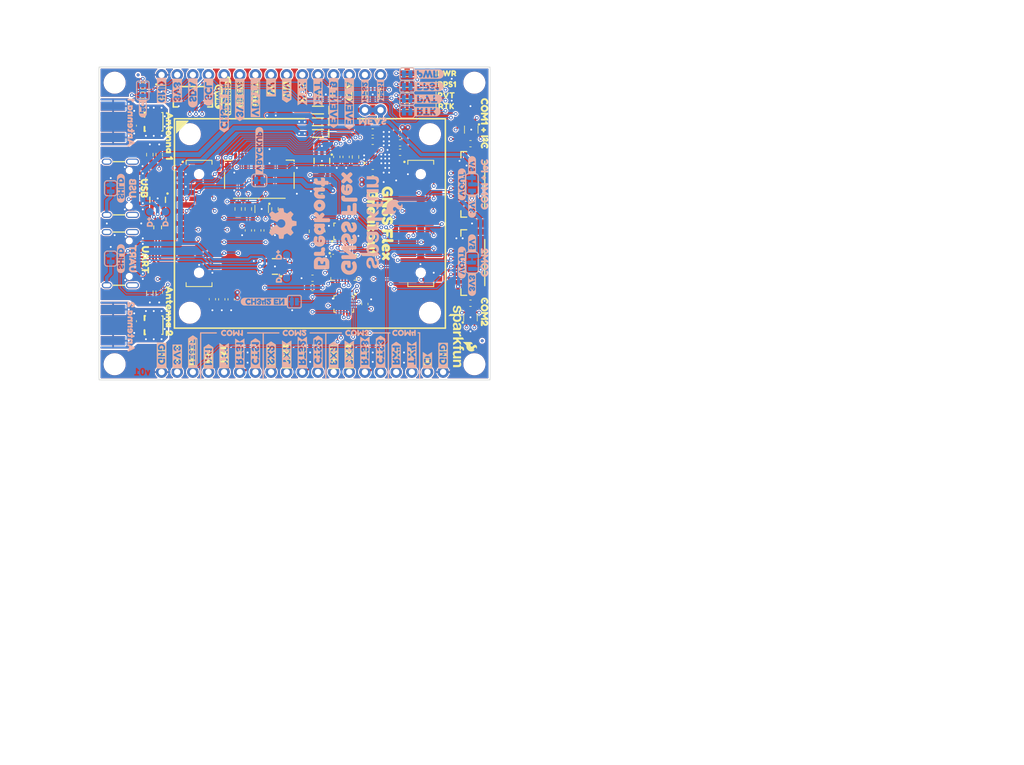
<source format=kicad_pcb>
(kicad_pcb (version 20241229) (generator "pcbnew") (generator_version "9.0")
  (title_block (title "SparkFun GNSS Flex Breakout") (date "2025-04-03") (rev "v01") (company "SparkFun Electronics") (comment 1 "Designed by: P.C."))
  (layers (0 "F.Cu" signal) (4 "In1.Cu" signal "L2.Cu") (6 "In2.Cu" signal "L3.Cu") (2 "B.Cu" signal) (13 "F.Paste" user) (15 "B.Paste" user) (5 "F.SilkS" user "F.Silkscreen") (7 "B.SilkS" user "B.Silkscreen") (1 "F.Mask" user) (3 "B.Mask" user) (25 "Edge.Cuts" user))
  (net 0 "")
  (net 1 "3.3V")
  (net 2 "GND")
  (net 3 "~{RESET}")
  (net 4 "Net-(U2-V3)")
  (net 5 "VUSB2")
  (net 6 "5V")
  (net 7 "SD_CLK")
  (net 8 "SD_CMD")
  (net 9 "Net-(D2-A)")
  (net 10 "Net-(D3-A)")
  (net 11 "SD_DAT0")
  (net 12 "Net-(D5-A)")
  (net 13 "Net-(D6-A)")
  (net 14 "PVT_LED")
  (net 15 "EVENT_A")
  (net 16 "EVENT_B")
  (net 17 "RTK_LED")
  (net 18 "TX4")
  (net 19 "RX4")
  (net 20 "CTS2")
  (net 21 "RX2")
  (net 22 "RTS2")
  (net 23 "TX2")
  (net 24 "CTS1")
  (net 25 "TX1")
  (net 26 "RX1")
  (net 27 "RTS1")
  (net 28 "TX3")
  (net 29 "CTS3")
  (net 30 "RTS3")
  (net 31 "RX3")
  (net 32 "Net-(J5-Pin_1)")
  (net 33 "Net-(U1-VOUT)")
  (net 34 "VIN")
  (net 35 "PPS1")
  (net 38 "VBACKUP")
  (net 41 "Net-(J7-SHIELD)")
  (net 42 "Net-(J7-CC1)")
  (net 46 "Net-(J7-CC2)")
  (net 49 "PPS2")
  (net 50 "Net-(PPS1-A)")
  (net 51 "Net-(PVT1-A)")
  (net 52 "Net-(PWR1-A)")
  (net 53 "Net-(RTK1-A)")
  (net 54 "Net-(D9-A2)")
  (net 55 "SCL")
  (net 56 "SDA")
  (net 61 "VUSB1")
  (net 62 "Net-(D18-K)")
  (net 63 "Net-(D20-A2)")
  (net 64 "Net-(D21-I{slash}O1)")
  (net 65 "Net-(D21-I{slash}O2)")
  (net 66 "Net-(JP1-A)")
  (net 67 "SD_DAT3")
  (net 68 "CH342_EN")
  (net 69 "3V3_EN")
  (net 70 "ID")
  (net 74 "Net-(J10-CC1)")
  (net 75 "Net-(J10-CC2)")
  (net 76 "Net-(J10-SHIELD)")
  (net 79 "USB1_D+")
  (net 80 "USB1_D-")
  (net 82 "Net-(J13-Pin_1)")
  (net 84 "USB2_D-")
  (net 85 "USB2_D+")
  (net 90 "Net-(U2-RXD0)")
  (net 91 "Net-(U2-~{CTS1})")
  (net 92 "Net-(U2-TXD1)")
  (net 95 "Net-(U2-~{CTS0})")
  (net 96 "Net-(U2-RXD1)")
  (net 99 "Net-(U2-~{RTS0})")
  (net 100 "Net-(U2-TXD0)")
  (net 103 "Net-(U2-~{RTS1})")
  (net 109 "Net-(JP2-A)")
  (net 110 "Net-(JP2-C)")
  (footprint "kibuzzard-67E689EA" (layer "F.Cu") (at 130.81 119.888 -90)
    (property "Reference" "kibuzzard-67E689EA" (hide yes))
    (property "Value" "G***" (hide yes))
  )
  (footprint "SparkFun-Aesthetic:Creative_Commons_License" (layer "F.Cu") (at 215.265 168.91)
    (property "Reference" "G3" (hide yes))
    (property "Value" "OSHW_Logo" (hide yes))
  )
  (footprint "SparkFun-Semiconductor-Standard:QFN-24-1EP_4x4mm_P0.5mm_EP2.7x2.7mm" (layer "F.Cu") (at 155.321 106.172)
    (property "Reference" "U2")
    (property "Value" "CH342F")
  )
  (footprint "SparkFun-Capacitor:C_0603_1608Metric" (layer "F.Cu") (at 151.778 93.726 180)
    (property "Reference" "C22")
    (property "Value" "10uF")
  )
  (footprint "SparkFun-Semiconductor-Standard:SOT-353" (layer "F.Cu") (at 160.02 78.105 -90)
    (property "Reference" "D7")
    (property "Value" "DF5A5.6LFU")
  )
  (footprint "SparkFun-Semiconductor-Standard:SOT23-6" (layer "F.Cu") (at 144.145 106.045 180)
    (property "Reference" "D17")
    (property "Value" "DT1042-04SO")
  )
  (footprint "SparkFun-Semiconductor-Standard:SOT23-5" (layer "F.Cu") (at 151.77 88.9 -90)
    (property "Reference" "U1")
    (property "Value" "RT9080-3.3")
  )
  (footprint "SparkFun-Semiconductor-Standard:SOT-353" (layer "F.Cu") (at 139.7 120.015 90)
    (property "Reference" "D13")
    (property "Value" "DF5A5.6LFU")
  )
  (footprint "SparkFun-Capacitor:C_0603_1608Metric" (layer "F.Cu") (at 160.033 90.805)
    (property "Reference" "C17")
    (property "Value" "1.0uF")
  )
  (footprint "SparkFun-Capacitor:C_0603_1608Metric" (layer "F.Cu") (at 164.465 84.455 180)
    (property "Reference" "C1")
    (property "Value" "10uF")
  )
  (footprint "kibuzzard-67F7B700" (layer "F.Cu") (at 156.21 77.47 -90)
    (property "Reference" "kibuzzard-67F7B700" (hide yes))
    (property "Value" "G***" (hide yes))
  )
  (footprint "SparkFun-Semiconductor-Standard:SOT-353" (layer "F.Cu") (at 141.986 96.71 -90)
    (property "Reference" "D1")
    (property "Value" "DF5A5.6LFU")
  )
  (footprint "kibuzzard-67D022A2" (layer "F.Cu") (at 171.958 78.232)
    (property "Reference" "kibuzzard-67D022A2" (hide yes))
    (property "Value" "G***" (hide yes))
  )
  (footprint "SparkFun-Resistor:R_0603_1608Metric" (layer "F.Cu") (at 122.682 78.232 180)
    (property "Reference" "R9")
    (property "Value" "2.2k")
  )
  (footprint "kibuzzard-67EFDE56" (layer "F.Cu") (at 136.525 78.74 -90)
    (property "Reference" "kibuzzard-67EFDE56" (hide yes))
    (property "Value" "G***" (hide yes))
  )
  (footprint "SparkFun-Connector:1x15" (layer "F.Cu") (at 125.73 74.93)
    (property "Reference" "J3")
    (property "Value" "Conn_01x15")
  )
  (footprint "kibuzzard-67F7B6D2" (layer "F.Cu") (at 140.97 77.851 -90)
    (property "Reference" "kibuzzard-67F7B6D2" (hide yes))
    (property "Value" "G***" (hide yes))
  )
  (footprint "kibuzzard-67D022AC" (layer "F.Cu") (at 171.958 80.01)
    (property "Reference" "kibuzzard-67D022AC" (hide yes))
    (property "Value" "G***" (hide yes))
  )
  (footprint "SparkFun-Semiconductor-Standard:SOD-323" (layer "F.Cu") (at 151.13 80.645 180)
    (property "Reference" "D19")
    (property "Value" "BAT60A")
  )
  (footprint "SparkFun-Hardware:Standoff" (layer "F.Cu") (at 176.53 121.92)
    (property "Reference" "ST4")
    (property "Value" "Standoff")
  )
  (footprint "SparkFun-Connector:2x10_2.0mm_Male_Pins_Vertical_SMD_Pegs" (layer "F.Cu") (at 167.82 99.06)
    (property "Reference" "J12")
    (property "Value" "Conn_02x10")
  )
  (footprint "SparkFun-Resistor:R_0603_1608Metric" (layer "F.Cu") (at 138.176 96.71 -90)
    (property "Reference" "R4")
    (property "Value" "10k")
  )
  (footprint "kibuzzard-67D044ED" (layer "F.Cu") (at 125.73 120.523 -90)
    (property "Reference" "kibuzzard-67D044ED" (hide yes))
    (property "Value" "G***" (hide yes))
  )
  (footprint "SparkFun-Resistor:R_0603_1608Metric" (layer "F.Cu") (at 123.825 87.884 -90)
    (property "Reference" "R20")
    (property "Value" "5.1k")
  )
  (footprint "kibuzzard-67D044ED" (layer "F.Cu") (at 171.45 120.523 -90)
    (property "Reference" "kibuzzard-67D044ED" (hide yes))
    (property "Value" "G***" (hide yes))
  )
  (footprint "SparkFun-Aesthetic:Fiducial_0.5mm_Mask1mm" (layer "F.Cu") (at 177.8 118.11)
    (property "Reference" "FID4")
    (property "Value" "Fiducial_0.5mm")
  )
  (footprint "SparkFun-Connector:1x19" (layer "F.Cu") (at 125.73 123.19)
    (property "Reference" "J4")
    (property "Value" "Conn_01x18")
  )
  (footprint "SparkFun-Connector:JST_SMD_1.25mm-6_Locking" (layer "F.Cu") (at 175.74 105.41 90)
    (property "Reference" "J5")
    (property "Value" "JST_Locking_6")
  )
  (footprint "SparkFun-Resistor:R_0603_1608Metric" (layer "F.Cu") (at 144.145 96.71 -90)
    (property "Reference" "R1")
    (property "Value" "10k")
  )
  (footprint "SparkFun-Aesthetic:Fiducial_0.5mm_Mask1mm" (layer "F.Cu") (at 121.92 74.93)
    (property "Reference" "FID1")
    (property "Value" "Fiducial_0.5mm")
  )
  (footprint "SparkFun-Resistor:R_0603_1608Metric" (layer "F.Cu") (at 122.682 76.708)
    (property "Reference" "R8")
    (property "Value" "2.2k")
  )
  (footprint "kibuzzard-67D02274" (layer "F.Cu") (at 172.085 74.676)
    (property "Reference" "kibuzzard-67D02274" (hide yes))
    (property "Value" "G***" (hide yes))
  )
  (footprint "SparkFun-Aesthetic:GNSS_Flex_Template" (layer "F.Cu") (at 149.82 99.06)
    (property "Reference" "J15" (hide yes))
    (property "Value" "Legend: GNSS Flex" (hide yes))
  )
  (footprint "SparkFun-Resistor:R_0603_1608Metric" (layer "F.Cu") (at 165.608 76.454 180)
    (property "Reference" "R12")
    (property "Value" "2.2k")
  )
  (footprint "SparkFun-Connector:USB-C_16" (layer "F.Cu") (at 121.92 93.345 -90)
    (property "Reference" "J10")
    (property "Value" "USB_C_Receptacle")
  )
  (footprint "SparkFun-Capacitor:C_0603_1608Metric" (layer "F.Cu") (at 151.778 92.202 180)
    (property "Reference" "C21")
    (property "Value" "1.0uF")
  )
  (footprint "kibuzzard-67E6B5D6" (layer "F.Cu") (at 146.05 120.396 -90)
    (property "Reference" "kibuzzard-67E6B5D6" (hide yes))
    (property "Value" "G***" (hide yes))
  )
  (footprint "SparkFun-Resistor:R_0603_1608Metric" (layer "F.Cu") (at 165.608 78.232 180)
    (property "Reference" "R7")
    (property "Value" "2.2k")
  )
  (footprint "kibuzzard-67E6BAD6" (layer "F.Cu") (at 146.05 77.47 -90)
    (property "Reference" "kibuzzard-67E6BAD6" (hide yes))
    (property "Value" "G***" (hide yes))
  )
  (footprint "SparkFun-Capacitor:C_0402_1005Metric" (layer "F.Cu") (at 121.285 83.185 90)
    (property "Reference" "D9")
    (property "Value" "PESD0402")
  )
  (footprint "SparkFun-Connector:SMA_Edge" (layer "F.Cu") (at 117.856 115.57 90)
    (property "Reference" "J6")
    (property "Value" "SMA_Edge")
  )
  (footprint "SparkFun-Semiconductor-Standard:SOT-353" (layer "F.Cu") (at 149.86 120.015 90)
    (property "Reference" "D12")
    (property "Value" "DF5A5.6LFU")
  )
  (footprint "SparkFun-Resistor:R_0603_1608Metric" (layer "F.Cu") (at 139.827 96.71 -90)
    (property "Reference" "R2")
    (property "Value" "10k")
  )
  (footprint "SparkFun-Coil:RFCMF1220100M4T" (layer "F.Cu") (at 125.095 99.695 -90)
    (property "Reference" "TR2")
    (property "Value" "RFCMF1220100M4T")
  )
  (footprint "SparkFun-Capacitor:C_0603_1608Metric" (layer "F.Cu") (at 139.827 100.19 -90)
    (property "Reference" "C8")
    (property "Value" "0.1uF")
  )
  (footprint "kibuzzard-67E686E5" (layer "F.Cu") (at 172.085 76.454)
    (property "Reference" "kibuzzard-67E686E5" (hide yes))
    (property "Value" "G***" (hide yes))
  )
  (footprint "SparkFun-Connector:SMA_Edge" (layer "F.Cu") (at 117.856 82.55 90)
    (property "Reference" "J2")
    (property "Value" "SMA_Edge")
  )
  (footprint "SparkFun-Semiconductor-Standard:SOD-323" (layer "F.Cu") (at 151.13 84.455 180)
    (property "Reference" "D22")
    (property "Value" "BAT60A")
  )
  (footprint "SparkFun-Connector:2x10_2.0mm_Male_Pins_Vertical_SMD_Pegs" (layer "F.Cu") (at 131.82 99.06)
    (property "Reference" "J11")
    (property "Value" "Conn_02x10")
  )
  (footprint "SparkFun-LED:LED_0603_1608Metric_Red" (layer "F.Cu") (at 168.91 74.676 180)
    (property "Reference" "D2")
    (property "Value" "Red")
  )
  (footprint "SparkFun-Capacitor:C_0603_1608Metric" (layer "F.Cu") (at 151.765 100.33 90)
    (property "Reference" "C13")
    (property "Value" "1.0uF")
  )
  (footprint "kibuzzard-67E6B5D1" (layer "F.Cu") (at 143.51 120.396 -90)
    (property "Reference" "kibuzzard-67E6B5D1" (hide yes))
    (property "Value" "G***" (hide yes))
  )
  (footprint "SparkFun-Hardware:Standoff" (layer "F.Cu") (at 130.32 84.56)
    (property "Reference" "ST5")
    (property "Value" "Standoff")
  )
  (footprint "SparkFun-Semiconductor-Standard:SOT-353" (layer "F.Cu") (at 175.895 114.3 90)
    (property "Reference" "D14")
    (property "Value" "DF5A5.6LFU")
  )
  (footprint "kibuzzard-67E6B5E0" (layer "F.Cu") (at 153.67 120.523 -90)
    (property "Reference" "kibuzzard-67E6B5E0" (hide yes))
    (property "Value" "G***" (hide yes))
  )
  (footprint "SparkFun-Capacitor:C_0603_1608Metric" (layer "F.Cu") (at 155.702 88.252 -90)
    (property "Reference" "C19")
    (property "Value" "10uF")
  )
  (footprint "SparkFun-Capacitor:C_0603_1608Metric" (layer "F.Cu") (at 175.895 86.106 180)
    (property "Reference" "C24")
    (property "Value" "10uF")
  )
  (footprint "SparkFun-Resistor:R_0603_1608Metric" (layer "F.Cu") (at 165.608 74.676 180)
    (property "Reference" "R6")
    (property "Value" "4.7k")
  )
  (footprint "SparkFun-Hardware:Standoff" (layer "F.Cu") (at 176.53 76.2)
    (property "Reference" "ST3")
    (property "Value" "Standoff")
  )
  (footprint "kibuzzard-67E6B1CF" (layer "F.Cu") (at 122.936 93.345 -90)
    (property "Reference" "kibuzzard-67E6B1CF" (hide yes))
    (property "Value" "G***" (hide yes))
  )
  (footprint "SparkFun-Fuse:1210" (layer "F.Cu") (at 155.575 82.145 90)
    (property "Reference" "F1")
    (property "Value" "6V/2.0A/4.0A")
  )
  (footprint "SparkFun-Connector:JST_SMD_1.25mm-6_Locking" (layer "F.Cu") (at 175.74 92.71 90)
    (property "Reference" "J13")
    (property "Value" "JST_Locking_6")
  )
  (footprint "SparkFun-Capacitor:C_0603_1608Metric" (layer "F.Cu") (at 141.351 100.19 -90)
    (property "Reference" "C9")
    (property "Value" "1.0uF")
  )
  (footprint "SparkFun-Aesthetic:SparkFun_Logo_10mm" (layer "F.Cu") (at 173.736 117.348 -90)
    (property "Reference" "G***" (hide yes))
    (property "Value" "LOGO" (hide yes))
  )
  (footprint "SparkFun-Semiconductor-Standard:SOT-353" (layer "F.Cu") (at 160.02 120.015 90)
    (property "Reference" "D10")
    (property "Value" "DF5A5.6LFU")
  )
  (footprint "SparkFun-Aesthetic:qwiic_4mm" (layer "F.Cu") (at 135.001 78.486 -90)
    (property "Reference" "G***" (hide yes))
    (property "Value" "LOGO" (hide yes))
  )
  (footprint "SparkFun-Capacitor:C_0603_1608Metric" (layer "F.Cu") (at 142.875 100.19 -90)
    (property "Reference" "C7")
    (property "Value" "10uF")
  )
  (footprint "kibuzzard-67EE9EFF" (layer "F.Cu") (at 127 113.284 -90)
    (property "Reference" "kibuzzard-67EE9EFF" (hide yes))
    (property "Value" "G***" (hide yes))
  )
  (footprint "SparkFun-Capacitor:C_0402_1005Metric" (layer "F.Cu") (at 121.285 114.935 -90)
    (property "Reference" "D20")
    (property "Value" "PESD0402")
  )
  (footprint "SparkFun-Semiconductor-Standard:QFN-14_2.5x3mm_P0.5mm_EP1x1.5mm" (layer "F.Cu") (at 155.321 112.141 -90)
    (property "Reference" "U5")
    (property "Value" "74HC4066BQ")
  )
  (footprint "kibuzzard-67F7B6D7" (layer "F.Cu") (at 138.43 77.978 -90)
    (property "Reference" "kibuzzard-67F7B6D7" (hide yes))
    (property "Value" "G***" (hide yes))
  )
  (footprint "SparkFun-Connector:USB-C_16" (layer "F.Cu") (at 121.92 104.775 -90)
    (property "Reference" "J7")
    (property "Value" "USB_C_Receptacle")
  )
  (footprint "kibuzzard-67E6BABA" (layer "F.Cu") (at 148.59 77.724 -90)
    (property "Reference" "kibuzzard-67E6BABA" (hide yes))
    (property "Value" "G***" (hide yes))
  )
  (footprint "kibuzzard-67EFA2F1" (layer "F.Cu") (at 178.181 113.411 -90)
    (property "Reference" "kibuzzard-67EFA2F1" (hide yes))
    (property "Value" "G***" (hide yes))
  )
  (footprint "kibuzzard-67EE9EE3" (layer "F.Cu") (at 127 84.836 -90)
    (property "Reference" "kibuzzard-67EE9EE3" (hide yes))
    (property "Value" "G***" (hide yes))
  )
  (footprint "kibuzzard-67E6B1E0" (layer "F.Cu") (at 123.0884 104.9528 -90)
    (property "Reference" "kibuzzard-67E6B1E0" (hide yes))
    (property "Value" "G***" (hide yes))
  )
  (footprint "SparkFun-Hardware:Standoff" (layer "F.Cu") (at 130.32 113.56)
    (property "Reference" "ST6")
    (property "Value" "Standoff")
  )
  (footprint "kibuzzard-67EFEB6F" (layer "F.Cu") (at 178.181 82.804 -90)
    (property "Reference" "kibuzzard-67EFEB6F" (hide yes))
    (property "Value" "G***" (hide yes))
  )
  (footprint "SparkFun-Semiconductor-Standard:SOT-353" (layer "F.Cu") (at 125.73 77.724)
    (property "Reference" "D15")
    (property "Value" "DF5A5.6LFU")
  )
  (footprint "SparkFun-Capacitor:C_0603_1608Metric" (layer "F.Cu") (at 158.75 112.141 90)
    (property "Reference" "C14")
    (property "Value" "1.0uF")
  )
  (footprint "SparkFun-Capacitor:C_0603_1608Metric" (layer "F.Cu") (at 160.033 92.329)
    (property "Reference" "C18")
    (property "Value" "10uF")
  )
  (footprint "SparkFun-Resistor:R_0603_1608Metric" (layer "F.Cu") (at 125.349 110.236 90)
    (property "Reference" "R18")
    (property "Value" "5.1k")
  )
  (footprint "SparkFun-Capacitor:C_0603_1608Metric" (layer "F.Cu") (at 160.02 85.725)
    (property "Reference" "C16")
    (property "Value" "1.0uF")
  )
  (footprint "kibuzzard-67E6B5E7" (layer "F.Cu") (at 156.21 120.396 -90)
    (property "Reference" "kibuzzard-67E6B5E7" (hide yes))
    (property "Value" "G***" (hide yes))
  )
  (footprint "SparkFun-LED:LED_0603_1608Metric_Yellow" (layer "F.Cu") (at 168.91 76.454 180)
    (property "Reference" "D6")
    (property "Value" "Yellow")
  )
  (footprint "SparkFun-Semiconductor-Standard:QFN-14_2.5x3mm_P0.5mm_EP1x1.5mm" (layer "F.Cu") (at 155.305 100.33 90)
    (property "Reference" "U3")
    (property "Value" "74HC4066BQ")
  )
  (footprint "SparkFun-Capacitor:C_0603_1608Metric" (layer "F.Cu") (at 133.985 111.366 -90)
    (property "Reference" "C6")
    (property "Value" "0.1uF")
  )
  (footprint "SparkFun-Semiconductor-Standard:SOT-353" (layer "F.Cu") (at 165.1 120.015 90)
    (property "Reference" "D11")
    (property "Value" "DF5A5.6LFU")
  )
  (footprint "kibuzzard-67E6C8C9" (layer "F.Cu") (at 160.02 99.06 -90)
    (property "Reference" "kibuzzard-67E6C8C9" (hide yes))
    (property "Value" "G***" (hide yes))
  )
  (footprint "SparkFun-Capacitor:C_0603_1608Metric" (layer "F.Cu") (at 175.895 112.014 180)
    (property "Reference" "C23")
    (property "Value" "10uF")
  )
  (footprint "SparkFun-Resistor:R_0603_1608Metric" (layer "F.Cu") (at 123.825 110.236 90)
    (property "Reference" "R17")
    (property "Value" "5.1k")
  )
  (footprint "kibuzzard-67D04501" (layer "F.Cu") (at 128.27 120.65 -90)
    (property "Reference" "kibuzzard-67D04501" (hide yes))
    (property "Value" "G***" (hide yes))
  )
  (footprint "SparkFun-Resistor:R_0603_1608Metric" (layer "F.Cu") (at 157.226 88.265 90)
    (property "Reference" "R3")
    (property "Value" "100k")
  )
  (footprint "SparkFun-LED:LED_0603_1608Metric_Blue" (layer "F.Cu") (at 168.91 78.232 180)
    (property "Reference" "D3")
    (property "Value" "Blue")
  )
  (footprint "SparkFun-Capacitor:C_0603_1608Metric" (layer "F.Cu") (at 135.509 111.379 -90)
    (property "Reference" "C10")
    (property "Value" "1.0uF")
  )
  (footprint "SparkFun-Hardware:Standoff" (layer "F.Cu") (at 169.32 113.56)
    (property "Reference" "ST8")
    (property "Value" "Standoff")
  )
  (footprint "SparkFun-Capacitor:C_0603_1608Metric" (layer "F.Cu") (at 164.465 85.979 180)
    (property "Reference" "C5")
    (property "Value" "1.0uF")
  )
  (footprint "SparkFun-Semiconductor-Standard:SOT23-6" (layer "F.Cu") (at 125.095 95.22 -90)
    (property "Reference" "D21")
    (property "Value" "DT1042-04SO")
  )
  (footprint "SparkFun-Capacitor:C_0603_1608Metric" (layer "F.Cu") (at 154.178 88.252 -90)
    (property "Reference" "C20")
    (property "Value" "1.0uF")
  )
  (footprint "kibuzzard-67E6B575" (layer "F.Cu") (at 135.89 120.523 -90)
    (property "Reference" "kibuzzard-67E6B575" (hide yes))
    (property "Value" "G***" (hide yes))
  )
  (footprint "SparkFun-LED:LED_0603_1608Metric_White" (layer "F.Cu") (at 168.91 80.01 180)
    (property "Reference" "D5")
    (property "Value" "White")
  )
  (footprint "SparkFun-Semiconductor-Standard:SOD-323" (layer "F.Cu") (at 151.13 82.55 180)
    (property "Reference" "D18")
    (property "Value" "BAT60A")
  )
  (footprint "SparkFun-Semiconductor-Standard:DFN-8_3x3mm" (layer "F.Cu") (at 160.02 88.265 90)
    (property "Reference" "U4")
    (property "Value" "AP7361C-3.3V")
  )
  (footprint "kibuzzard-67E6B547" (layer "F.Cu") (at 133.35 120.65 -90)
    (property "Reference" "kibuzzard-67E6B547" (hide yes))
    (property "Value" "G***" (hide yes))
  )
  (footprint "SparkFun-Capacitor:C_0603_1608Metric" (layer "F.Cu") (at 137.033 111.379 -90)
    (property "Reference" "C2")
    (property "Value" "10uF")
  )
  (footprint "SparkFun-Hardware:Standoff" (layer "F.Cu") (at 118.11 76.2)
    (property "Reference" "ST1")
    (property "Value" "Standoff")
  )
  (footprint "SparkFun-Capacitor:C_0603_1608Metric" (layer "F.Cu") (at 160.02 84.201)
    (property "Reference" "C15")
    (property "Value" "10uF")
  )
  (footprint "SparkFun-Connector:JST_SMD_1.0mm-4_Vertical_Black" (layer "F.Cu") (at 130.81 78.486)
    (property "Reference" "J14")
    (property "Value" "Qwiic_Vertical")
  )
  (footprint "SparkFun-Connector:U.FL" (layer "F.Cu") (at 124.46 82.55 180)
    (property "Reference" "J9")
    (property "Value" "U.FL")
  )
  (footprint "SparkFun-Connector:microSD_Friction_Fit_Common" (layer "F.Cu") (at 141.605 92.075 180)
    (property "Reference" "J1")
    (property "Value" "microSD_Friction")
  )
  (footprint "SparkFun-Capacitor:C_0603_1608Metric" (layer "F.Cu") (at 164.465 87.503 180)
    (property "Reference" "C4")
    (property "Value" "0.1uF")
  )
  (footprint "kibuzzard-67E6C8CF" (layer "F.Cu") (at 162.433 99.06 -90)
    (property "Reference" "kibuzzard-67E6C8CF" (hide yes))
    (property "Value" "G***" (hide yes))
  )
  (footprint "SparkFun-Connector:U.FL" (layer "F.Cu") (at 124.46 115.57 180)
    (property "Reference" "J8")
    (property "Value" "U.FL")
  )
  (footprint "kibuzzard-67E68AA4" (layer "F.Cu") (at 168.91 121.285 -90)
    (property "Reference" "kibuzzard-67E68AA4" (hide yes))
    (property "Value" "G***" (hide yes))
  )
  (footprint "SparkFun-Resistor:R_0603_1608Metric" (layer "F.Cu") (at 150.241 100.33 -90)
    (property "Reference" "R5")
    (property "Value" "100k")
  )
  (footprint "SparkFun-Resistor:R_0603_1608Metric" (layer "F.Cu") (at 125.349 87.884 -90)
    (property "Reference" "R19")
    (property "Value" "5.1k")
  )
  (footprint "SparkFun-Capacitor:C_0603_1608Metric" (layer "F.Cu") (at 150.241 107.95 180)
    (property "Reference" "C11")
    (property "Value" "0.1uF")
  )
  (footprint "kibuzzard-67EEB400" (layer "F.Cu") (at 143.51 76.962 -90)
    (property "Reference" "kibuzzard-67EEB400" (hide yes))
    (property "Value" "G***" (hide yes))
  )
  (footprint "SparkFun-Semiconductor-Standard:SOT-353" (layer "F.Cu") (at 152.4 78.105 -90)
    (property "Reference" "D8")
    (property "Value" "DF5A5.6LFU")
  )
  (footprint "SparkFun-Capacitor:C_0603_1608Metric" (layer "F.Cu") (at 150.241 109.474 180)
    (property "Reference" "C12")
    (property "Value" "1.0uF")
  )
  (footprint "SparkFun-Semiconductor-Standard:SOT-353" (layer "F.Cu") (at 176.022 83.82 -90)
    (property "Reference" "D16")
    (property "Value" "DF5A5.6LFU")
  )
  (footprint "SparkFun-Hardware:Standoff" (layer "F.Cu") (at 169.32 84.56)
    (property "Reference" "ST7")
    (property "Value" "Standoff")
  )
  (footprint "SparkFun-Hardware:Standoff" (layer "F.Cu") (at 118.11 121.92)
    (property "Reference" "ST2")
    (property "Value" "Standoff")
  )
  (footprint "SparkFun-Resistor:R_0603_1608Metric" (layer "F.Cu") (at 165.608 80.01 180)
    (property "Reference" "R11")
    (property "Value" "1k")
  )
  (footprint "kibuzzard-67D171E5" (layer "B.Cu") (at 123.825 98.806 90)
    (property "Reference" "kibuzzard-67D171E5" (hide yes))
    (property "Value" "G***" (hide yes))
  )
  (footprint "kibuzzard-67E6B4F7" (layer "B.Cu") (at 156.21 99.06 90)
    (property "Reference" "kibuzzard-67E6B4F7" (hide yes))
    (property "Value" "G***" (hide yes))
  )
  (footprint "kibuzzard-67E6C641" (layer "B.Cu") (at 122.682 80.391 90)
    (property "Reference" "kibuzzard-67E6C641" (hide yes))
    (property "Value" "G***" (hide yes))
  )
  (footprint "kibuzzard-67D04D30" (layer "B.Cu") (at 146.05 77.47 90)
    (property "Reference" "kibuzzard-67D04D30" (hide yes))
    (property "Value" "G***" (hide yes))
  )
  (footprint "SparkFun-Aesthetic:Fiducial_0.5mm_Mask1mm" (layer "B.Cu") (at 121.92 74.93 180)
    (property "Reference" "FID3")
    (property "Value" "Fiducial_0.5mm")
  )
  (footprint "kibuzzard-67E6AD12" (layer "B.Cu") (at 176.149 108.966 90)
    (property "Reference" "kibuzzard-67E6AD12" (hide yes))
    (property "Value" "G***" (hide yes))
  )
  (footprint "kibuzzard-67D04669" (layer "B.Cu") (at 140.97 120.142 90)
    (property "Reference" "kibuzzard-67D04669" (hide yes))
    (property "Value" "G***" (hide yes))
  )
  (footprint "kibuzzard-67E6BB49" (layer "B.Cu") (at 156.21 79.629 90)
    (property "Reference" "kibuzzard-67E6BB49" (hide yes))
    (property "Value" "G***" (hide yes))
  )
  (footprint "kibuzzard-67E689B5" (layer "B.Cu") (at 130.81 119.888 90)
    (property "Reference" "kibuzzard-67E689B5" (hide yes))
    (property "Value" "G***" (hide yes))
  )
  (footprint "SparkFun-Jumper:Jumper_2_NO" (layer "B.Cu") (at 147.2946 111.76)
    (property "Reference" "CH342_EN.1")
    (property "Value" "~")
  )
  (footprint "kibuzzard-67D03584" (layer "B.Cu") (at 151.765 99.06 90)
    (property "Reference" "kibuzzard-67D03584" (hide yes))
    (property "Value" "G***" (hide yes))
  )
  (footprint "kibuzzard-67EFA2E8" (layer "B.Cu") (at 178.181 105.41 90)
    (property "Reference" "kibuzzard-67EFA2E8" (hide yes))
    (property "Value" "G***" (hide yes))
  )
  (footprint "SparkFun-Jumper:Jumper_2_NC_Trace" (layer "B.Cu") (at 165.6207 76.835)
    (property "Reference" "PPS1")
    (property "Value" "~")
  )
  (footprint "SparkFun-Jumper:Jumper_2_NC_Trace" (layer "B.Cu") (at 165.6207 74.8124)
    (property "Reference" "PWR1")
    (property "Value" "~")
  )
  (footprint "kibuzzard-67D04E88" (layer "B.Cu") (at 151.13 77.724 90)
    (property "Reference" "kibuzzard-67D04E88" (hide yes))
    (property "Value" "G***" (hide yes))
  )
  (footprint "kibuzzard-67E68821" (layer "B.Cu") (at 157.48 116.84)
    (property "Reference" "kibuzzard-67E68821" (hide yes))
    (property "Value" "G***" (hide yes))
  )
  (footprint "kibuzzard-67D046F7" (layer "B.Cu") (at 163.83 120.396 90)
    (property "Reference" "kibuzzard-67D046F7" (hide yes))
    (property "Value" "G***" (hide yes))
  )
  (footprint "kibuzzard-67E688D0" (layer "B.Cu") (at 161.29 119.888 90)
    (property "Reference" "kibuzzard-67E688D0" (hide yes))
    (property "Value" "G***" (hide yes))
  )
  (footprint "SparkFun-Jumper:Jumper_2_NC_Trace" (layer "B.Cu") (at 117.475 104.775 -90)
    (property "Reference" "SHLD2")
    (property "Value" "~")
  )
  (footprint "kibuzzard-67D05112" (layer "B.Cu") (at 119.126 104.775 90)
    (property "Reference" "kibuzzard-67D05112" (hide yes))
    (property "Value" "G***" (hide yes))
  )
  (footprint "kibuzzard-67F7C94B" (layer "B.Cu") (at 169.164 74.803)
    (property "Reference" "kibuzzard-67F7C94B" (hide yes))
    (property "Value" "G***" (hide yes))
  )
  (footprint "SparkFun-Aesthetic:Fiducial_0.5mm_Mask1mm" (layer "B.Cu") (at 177.8 118.11 180)
    (property "Reference" "FID2")
    (property "Value" "Fiducial_0.5mm")
  )
  (footprint "SparkFun-Jumper:Jumper_2_NC_Trace" (layer "B.Cu") (at 165.6207 80.899)
    (property "Reference" "RTK1")
    (property "Value" "~")
  )
  (footprint "kibuzzard-67F7C97D" (layer "B.Cu") (at 169.037 78.867)
    (property "Reference" "kibuzzard-67F7C97D" (hide yes))
    (property "Value" "G***" (hide yes))
  )
  (footprint "kibuzzard-67D045C9" (layer "B.Cu") (at 128.27 120.65 90)
    (property "Reference" "kibuzzard-67D045C9" (hide yes))
    (property "Value" "G***" (hide yes))
  )
  (footprint "kibuzzard-67D04639" (layer "B.Cu") (at 138.43 120.142 90)
    (property "Reference" "kibuzzard-67D04639" (hide yes))
    (property "Value" "G***" (hide yes))
  )
  (footprint "kibuzzard-67E688C9" (layer "B.Cu") (at 158.75 120.015 90)
    (property "Reference" "kibuzzard-67E688C9" (hide yes))
    (property "Value" "G***" (hide yes))
  )
  (footprint "kibuzzard-67E6BBAF" (layer "B.Cu") (at 158.75 77.597 90)
    (property "Reference" "kibuzzard-67E6BBAF" (hide yes))
    (property "Value" "G***" (hide yes))
  )
  (footprint "kibuzzard-67F7C991" (layer "B.Cu") (at 168.91 80.899)
    (property "Reference" "kibuzzard-67F7C991" (hide yes))
    (property "Value" "G***" (hide yes))
  )
  (footprint "SparkFun-Jumper:Jumper_3_NC-1_Trace" (layer "B.Cu") (at 176.149 105.41 -90)
    (property "Reference" "VOUT2")
    (property "Value" "~")
  )
  (footprint "kibuzzard-67D046FF" (layer "B.Cu") (at 166.37 120.396 90)
    (property "Reference" "kibuzzard-67D046FF" (hide yes))
    (property "Value" "G***" (hide yes))
  )
  (footprint "kibuzzard-67E6BA59" (layer "B.Cu") (at 138.43 78.994 90)
    (property "Reference" "kibuzzard-67E6BA59" (hide yes))
    (property "Value" "G***" (hide yes))
  )
  (footprint "kibuzzard-67E688C1" (layer "B.Cu") (at 156.21 120.269 90)
    (property "Reference" "kibuzzard-67E688C1" (hide yes))
    (property "Value" "G***" (hide yes))
  )
  (footprint "kibuzzard-67D046CC" (layer "B.Cu") (at 151.13 119.888 90)
    (property "Reference" "kibuzzard-67D046CC" (hide yes))
    (property "Value" "G***" (hide yes))
  )
  (footprint "kibuzzard-67EFDDCD" (layer "B.Cu") (at 140.97 78.613 90)
    (property "Reference" "kibuzzard-67EFDDCD" (hide yes))
    (property "Value" "G***" (hide yes))
  )
  (footprint "kibuzzard-67E68BE1" (layer "B.Cu") (at 137.16 116.84)
    (property "Reference" "kibuzzard-67E68BE1" (hide yes))
    (property "Value" "G***" (hide yes))
  )
  (footprint "SparkFun-Aesthetic:OSHW_Logo_5mm" (layer "B.Cu") (at 145.157273 99.052115 90)
    (property "Reference" "Ref**" (hide yes))
    (property "Value" "Val**" (hide yes))
  )
  (footprint "SparkFun-Jumper:Jumper_2_NC_Trace" (layer "B.Cu") (at 117.475 93.345 -90)
    (property "Reference" "SHLD1")
    (property "Value" "~")
  )
  (footprint "kibuzzard-67DAC0B5" (layer "B.Cu") (at 174.498 105.41 90)
    (property "Reference" "kibuzzard-67DAC0B5" (hide yes))
    (property "Value" "G***" (hide yes))
  )
  (footprint "kibuzzard-67DAC0B5" (layer "B.Cu") (at 174.498 92.71 90)
    (property "Reference" "kibuzzard-67DAC0B5" (hide yes))
    (property "Value" "G***" (hide yes))
  )
  (footprint "SparkFun-Jumper:Jumper_2_NC_Trace" (layer "B.Cu") (at 141.5907 92.075 180)
    (property "Reference" "VBACKUP.1")
    (property "Value" "~")
  )
  (footprint "kibuzzard-67E6BB64" (layer "B.Cu") (at 153.67 79.502 90)
    (property "Reference" "kibuzzard-67E6BB64" (hide yes))
    (property "Value" "G***" (hide yes))
  )
  (footprint "SparkFun-Jumper:Jumper_2_PTH_SMD_Combo-NC" (layer "B.Cu") (at 160.02 80.645)
    (property "Reference" "JP1")
    (property "Value" "Measure")
  )
  (footprint "kibuzzard-67D1674C" (layer "B.Cu") (at 147.32 116.84)
    (property "Reference" "kibuzzard-67D1674C" (hide yes))
    (property "Value" "G***" (hide yes))
  )
  (footprint "kibuzzard-67D171AB" (layer "B.Cu") (at 126.365 98.806 90)
    (property "Reference" "kibuzzard-67D171AB" (hide yes))
    (property "Value" "G***" (hide yes))
  )
  (footprint "kibuzzard-67D04D07" (layer "B.Cu") (at 128.27 77.47 90)
    (property "Reference" "kibuzzard-67D04D07" (hide yes))
    (property "Value" "G***" (hide yes))
  )
  (footprint "kibuzzard-67EEB40C" (layer "B.Cu") (at 143.51 76.962 90)
    (property "Reference" "kibuzzard-67EEB40C" (hide yes))
    (property "Value" "G***" (hide yes))
  )
  (footprint "kibuzzard-67F7ADB8" (layer "B.Cu") (at 141.605 87.249 90)
    (property "Reference" "kibuzzard-67F7ADB8" (hide yes))
    (property "Value" "G***" (hide yes))
  )
  (footprint "kibuzzard-67EFEB92" (layer "B.Cu") (at 178.181 92.71 90)
    (property "Reference" "kibuzzard-67EFEB92" (hide yes))
    (property "Value" "G***" (hide yes))
  )
  (footprint "SparkFun-Connector:TestPoint-1.25mm" (layer "B.Cu") (at 146.05 107.95 180)
    (property "Reference" "TP12")
    (property "Value" "1.25mm")
  )
  (footprint "kibuzzard-67D04D20" (layer "B.Cu") (at 125.73 77.47 90)
    (property "Reference" "kibuzzard-67D04D20" (hide yes))
    (property "Value" "G***" (hide yes))
  )
  (footprint "kibuzzard-67E6B1E0" (layer "B.Cu") (at 121.031 104.775 90)
    (property "Reference" "kibuzzard-67E6B1E0" (hide yes))
    (property "Value" "G***" (hide yes))
  )
  (footprint "SparkFun-Connector:TestPoint-1.25mm" (layer "B.Cu") (at 126.365 97.155 180)
    (property "Reference" "TP14")
    (property "Value" "1.25mm")
  )
  (footprint "kibuzzard-67D046BD" (layer "B.Cu") (at 148.59 120.015 90)
    (property "Reference" "kibuzzard-67D046BD" (hide yes))
    (property "Value" "G***" (hide yes))
  )
  (footprint "kibuzzard-67E6B720" (layer "B.Cu") (at 133.35 77.724 90)
    (property "Reference" "kibuzzard-67E6B720" (hide yes))
    (property "Value" "G***" (hide yes))
  )
  (footprint "kibuzzard-67E6B983" (layer "B.Cu") (at 160.02 82.423)
    (property "Reference" "kibuzzard-67E6B983" (hide yes))
    (property "Value" "G***" (hide yes))
  )
  (footprint "kibuzzard-67D045EC" (layer "B.Cu") (at 133.35 120.65 90)
    (property "Reference" "kibuzzard-67D045EC" (hide yes))
    (property "Value" "G***" (hide yes))
  )
  (footprint "kibuzzard-67D046B5" (layer "B.Cu") (at 146.05 120.269 90)
    (property "Reference" "kibuzzard-67D046B5" (hide yes))
    (property "Value" "G***" (hide yes))
  )
  (footprint "kibuzzard-67E688B9" (layer "B.Cu") (at 153.67 120.396 90)
    (property "Reference" "kibuzzard-67E688B9" (hide yes))
    (property "Value" "G***" (hide yes))
  )
  (footprint "kibuzzard-67F7C8FB" (layer "B.Cu") (at 142.367 111.76)
    (property "Reference" "kibuzzard-67F7C8FB" (hide yes))
    (property "Value" "G***" (hide yes))
  )
  (footprint "kibuzzard-67E6BA93" (layer "B.Cu") (at 148.59 77.724 90)
    (property "Reference" "kibuzzard-67E6BA93" (hide yes))
    (property "Value" "G***" (hide yes))
  )
  (footprint "SparkFun-Aesthetic:SparkFun_Logo_15mm" (layer "B.Cu") (at 160.02 99.06 90)
    (property "Reference" "G***" (hide yes))
    (property "Value" "LOGO" (hide yes))
  )
  (footprint "kibuzzard-67D171E5" (layer "B.Cu") (at 144.78 104.14 90)
    (property "Reference" "kibuzzard-67D171E5" (hide yes))
    (property "Value" "G***" (hide yes))
  )
  (footprint "kibuzzard-67E6AD12" (layer "B.Cu") (at 176.149 96.266 90)
    (property "Reference" "kibuzzard-67E6AD12" (hide yes))
    (property "Value" "G***" (hide yes))
  )
  (footprint "kibuzzard-67E68AF7" (layer "B.Cu") (at 168.91 121.285 90)
    (property "Reference" "kibuzzard-67E68AF7" (hide yes))
    (property "Value" "G***" (hide yes))
  )
  (footprint "kibuzzard-67E6B70A" (layer "B.Cu") (at 130.81 77.851 90)
    (property "Reference" "kibuzzard-67E6B70A" (hide yes))
    (property "Value" "G***" (hide yes))
  )
  (footprint "kibuzzard-67E6BA73" (layer "B.Cu") (at 135.89 79.883 90)
    (property "Reference" "kibuzzard-67E6BA73" (hide yes))
    (property "Value" "G***" (hide yes))
  )
  (footprint "SparkFun-Jumper:Jumper_3_NO" (layer "B.Cu") (at 122.682 77.47 -90)
    (property "Reference" "JP2")
    (property "Value" "~")
  )
  (footprint "kibuzzard-67D04612" (layer "B.Cu") (at 135.89 120.523 90)
    (property "Reference" "kibuzzard-67D04612" (hide yes))
    (property "Value" "G***" (hide yes))
  )
  (footprint "kibuzzard-67EE9EFF" (layer "B.Cu") (at 120.777 115.824 90)
    (property "Reference" "kibuzzard-67EE9EFF" (hide yes))
    (property "Value" "G***" (hide yes))
  )
  (footprint "kibuzzard-67E6BBC6" (layer "B.Cu") (at 161.29 77.47 90)
    (property "Reference" "kibuzzard-67E6BBC6" (hide yes))
    (property "Value" "G***" (hide yes))
  )
  (footprint "SparkFun-Jumper:Jumper_3_NC-1_Trace" (layer "B.Cu") (at 176.149 92.71 -90)
    (property "Reference" "VOUT1")
    (property "Value" "~")
  )
  (footprint "kibuzzard-67D046A8" (layer "B.Cu") (at 143.51 120.396 90)
    (property "Reference" "kibuzzard-67D046A8" (hide yes))
    (property "Value" "G***" (hide yes))
  )
  (footprint "SparkFun-Connector:TestPoint-1.25mm" (layer "B.Cu") (at 123.825 97.155 180)
    (property "Reference" "TP10")
    (property "Value" "1.25mm")
  )
  (footprint "kibuzzard-67D045AD" (layer "B.Cu") (at 171.45 120.523 90)
    (property "Reference" "kibuzzard-67D045AD" (hide yes))
    (property "Value" "G***" (hide yes))
  )
  (footprint "kibuzzard-67E6B1CF" (layer "B.Cu") (at 121.031 93.345 90)
    (property "Reference" "kibuzzard-67E6B1CF" (hide yes))
    (property "Value" "G***" (hide yes))
  )
  (footprint "kibuzzard-67E6AD3C" (layer "B.Cu") (at 176.149 102.235 90)
    (property "Reference" "kibuzzard-67E6AD3C" (hide yes))
    (property "Value" "G***" (hide yes))
  )
  (footprint "kibuzzard-67D045AD" (layer "B.Cu") (at 125.73 120.523 90)
    (property "Reference" "kibuzzard-67D045AD" (hide yes))
    (property "Value" "G***" (hide yes))
  )
  (footprint "SparkFun-Jumper:Jumper_2_NC_Trace" (layer "B.Cu") (at 165.6207 78.867)
    (property "Reference" "PVT1")
    (property "Value" "~")
  )
  (footprint "kibuzzard-67D171AB" (layer "B.Cu") (at 144.78 107.95 90)
    (property "Reference" "kibuzzard-67D171AB" (hide yes))
    (property "Value" "G***" (hide yes))
  )
  (footprint "kibuzzard-67D16775" (layer "B.Cu") (at 165.1 116.833562)
    (property "Reference" "kibuzzard-67D16775" (hide yes))
    (property "Value" "G***" (hide yes))
  )
  (footprint "SparkFun-Connector:TestPoint-1.25mm" (layer "B.Cu") (at 146.05 104.14 180)
    (property "Reference" "TP9")
    (property "Value" "1.25mm")
  )
  (footprint "kibuzzard-67EE9EE3" (layer "B.Cu") (at 120.777 82.677 90)
    (property "Reference" "kibuzzard-67EE9EE3" (hide yes))
    (property "Value" "G***" (hide yes))
  )
  (footprint "kibuzzard-67D05112" (layer "B.Cu") (at 119.126 93.345 90)
    (property "Reference" "kibuzzard-67D05112" (hide yes))
    (property "Value" "G***" (hide yes))
  )
  (footprint "kibuzzard-67E6AD3C" (layer "B.Cu") (at 176.149 89.535 90)
    (property "Reference" "kibuzzard-67E6AD3C" (hide yes))
    (property "Value" "G***" (hide yes))
  )
  (footprint "kibuzzard-67F7C969" (layer "B.Cu") (at 169.164 76.835)
    (property "Reference" "kibuzzard-67F7C969" (hide yes))
    (property "Value" "G***" (hide yes))
  )
  (gr_poly (pts (xy 136.015892 75.797384) (xy 137.034108 75.797384) (xy 136.525 75.057)) (stroke (width 0.000254)) (fill yes) (layer "F.SilkS"))
  (gr_line (start 127.82 116.06) (end 127.82 82.06) (stroke (width 0.25)) (layer "F.SilkS"))
  (gr_poly (pts (xy 128.143 82.423) (xy 130.048 82.423) (xy 128.143 84.328)) (stroke (width 0.15)) (fill yes) (layer "F.SilkS"))
  (gr_line (start 127.82 82.06) (end 148.971 82.042) (stroke (width 0.25)) (layer "F.SilkS"))
  (gr_line (start 127.82 116.06) (end 171.82 116.06) (stroke (width 0.25)) (layer "F.SilkS"))
  (gr_line (start 171.82 116.06) (end 171.82 82.06) (stroke (width 0.25)) (layer "F.SilkS"))
  (gr_line (start 157.578 82.042) (end 171.82 82.06) (stroke (width 0.25)) (layer "F.SilkS"))
  (gr_line (start 167.64 124.206) (end 167.64 116.84) (stroke (width 0.2032)) (layer "B.SilkS"))
  (gr_line (start 152.4 124.206) (end 152.4 116.84) (stroke (width 0.2032)) (layer "B.SilkS"))
  (gr_line (start 160.02 116.84) (end 162.814 116.84) (stroke (width 0.2032)) (layer "B.SilkS"))
  (gr_line (start 149.86 116.84) (end 154.94 116.84) (stroke (width 0.2032)) (layer "B.SilkS"))
  (gr_line (start 132.08 124.206) (end 132.08 116.84) (stroke (width 0.2032)) (layer "B.SilkS"))
  (gr_line (start 142.24 124.206) (end 142.24 116.84) (stroke (width 0.2032)) (layer "B.SilkS"))
  (gr_line (start 162.56 124.206) (end 162.56 116.84) (stroke (width 0.2032)) (layer "B.SilkS"))
  (gr_line (start 139.7 116.84) (end 144.78 116.84) (stroke (width 0.2032)) (layer "B.SilkS"))
  (gr_line (start 132.08 116.84) (end 134.62 116.84) (stroke (width 0.2032)) (layer "B.SilkS"))
  (gr_line (start 167.64 116.82784) (end 167.386 116.82784) (stroke (width 0.2032)) (layer "B.SilkS"))
  (gr_poly (pts (xy 115.57 124.46) (xy 115.57 73.66) (xy 179.07 73.66) (xy 179.07 124.46)) (stroke (width 0.1)) (fill no) (layer "Edge.Cuts"))
  (gr_text "v01" (at 122.555 123.19 0) (layer "B.Cu" knockout) (effects (font (size 1.016 1.016) (thickness 0.254) (bold yes)) (justify mirror)))
  (segment (start 165.24 83.934) (end 165.735 83.439) (width 0.8128) (layer "F.Cu") (net 1))
  (segment (start 158.623 92.329) (end 158.242 91.948) (width 0.8128) (layer "F.Cu") (net 1))
  (segment (start 140.705 94.604) (end 140.705 88.1) (width 0.3048) (layer "F.Cu") (net 1))
  (segment (start 133.945 108.06) (end 133.945 110.551) (width 0.8128) (layer "F.Cu") (net 1))
  (segment (start 152.777 100.08) (end 153.805 100.08) (width 0.3048) (layer "F.Cu") (net 1))
  (segment (start 140.716 96.012) (end 140.716 96.646) (width 0.3048) (layer "F.Cu") (net 1))
  (segment (start 135.496 110.591) (end 135.509 110.604) (width 0.8128) (layer "F.Cu") (net 1))
  (segment (start 130.31 79.997) (end 130.31 81.272) (width 0.3048) (layer "F.Cu") (net 1))
  (segment (start 165.24 83.833) (end 164.846 83.439) (width 0.8128) (layer "F.Cu") (net 1))
  (segment (start 150.241 101.155) (end 151.715 101.155) (width 0.3048) (layer "F.Cu") (net 1))
  (segment (start 141.311 95.885) (end 140.843 95.885) (width 0.3048) (layer "F.Cu") (net 1))
  (segment (start 165.24 87.503) (end 165.24 89.605) (width 0.8128) (layer "F.Cu") (net 1))
  (segment (start 144.145 97.535) (end 144.145 99.187) (width 0.3048) (layer "F.Cu") (net 1))
  (segment (start 133.945 110.551) (end 133.985 110.591) (width 0.8128) (layer "F.Cu") (net 1))
  (segment (start 151.765 101.105) (end 151.765 101.092) (width 0.3048) (layer "F.Cu") (net 1))
  (segment (start 152.412 106.922) (end 152.273 107.061) (width 0.1778) (layer "F.Cu") (net 1))
  (segment (start 156.821 112.391) (end 158.225 112.391) (width 0.3048) (layer "F.Cu") (net 1))
  (segment (start 141.351 99.415) (end 142.875 99.415) (width 0.3048) (layer "F.Cu") (net 1))
  (segment (start 133.985 110.591) (end 135.496 110.591) (width 0.8128) (layer "F.Cu") (net 1))
  (segment (start 158.225 112.391) (end 158.75 112.916) (width 0.3048) (layer "F.Cu") (net 1))
  (segment (start 153.3585 106.922) (end 152.412 106.922) (width 0.1778) (layer "F.Cu") (net 1))
  (segment (start 159.27 90.793) (end 159.258 90.805) (width 0.3048) (layer "F.Cu") (net 1))
  (segment (start 135.509 110.604) (end 137.033 110.604) (width 0.8128) (layer "F.Cu") (net 1))
  (segment (start 165.24 89.605) (end 165.695 90.06) (width 0.8128) (layer "F.Cu") (net 1))
  (segment (start 165.24 84.455) (end 165.24 83.934) (width 0.8128) (layer "F.Cu") (net 1))
  (segment (start 139.827 99.415) (end 141.351 99.415) (width 0.3048) (layer "F.Cu") (net 1))
  (segment (start 141.336 95.91) (end 141.336 95.235) (width 0.3048) (layer "F.Cu") (net 1))
  (segment (start 141.336 95.235) (end 140.705 94.604) (width 0.3048) (layer "F.Cu") (net 1))
  (segment (start 144.145 99.187) (end 143.891 99.441) (width 0.3048) (layer "F.Cu") (net 1))
  (segment (start 168.418627 108.06) (end 168.338313 108.140314) (width 0.5588) (layer "F.Cu") (net 1))
  (segment (start 165.24 84.455) (end 165.24 83.833) (width 0.8128) (layer "F.Cu") (net 1))
  (segment (start 168.338313 108.140314) (end 168.266235 108.212392) (width 0.5588) (layer "F.Cu") (net 1))
  (segment (start 140.716 96.646) (end 139.827 97.535) (width 0.3048) (layer "F.Cu") (net 1))
  (segment (start 140.843 95.885) (end 140.716 96.012) (width 0.3048) (layer "F.Cu") (net 1))
  (segment (start 150.241 101.155) (end 149.289 101.155) (width 0.3048) (layer "F.Cu") (net 1))
  (segment (start 141.336 95.91) (end 141.311 95.885) (width 0.3048) (layer "F.Cu") (net 1))
  (segment (start 137.033 110.604) (end 137.528 110.604) (width 0.8128) (layer "F.Cu") (net 1))
  (segment (start 137.033 110.604) (end 137.681 110.604) (width 0.8128) (layer "F.Cu") (net 1))
  (segment (start 169.945 108.06) (end 168.418627 108.06) (width 0.5588) (layer "F.Cu") (net 1))
  (segment (start 151.715 101.155) (end 151.765 101.105) (width 0.3048) (layer "F.Cu") (net 1))
  (segment (start 165.24 85.979) (end 165.24 87.503) (width 0.8128) (layer "F.Cu") (net 1))
  (segment (start 142.875 99.415) (end 143.865 99.415) (width 0.3048) (layer "F.Cu") (net 1))
  (segment (start 158.623 92.329) (end 158.242 92.71) (width 0.8128) (layer "F.Cu") (net 1))
  (segment (start 139.827 97.535) (end 139.827 99.415) (width 0.3048) (layer "F.Cu") (net 1))
  (segment (start 138.837 99.415) (end 138.811 99.441) (width 0.3048) (layer "F.Cu") (net 1))
  (segment (start 159.258 92.329) (end 158.623 92.329) (width 0.8128) (layer "F.Cu") (net 1))
  (segment (start 159.27 89.255) (end 159.27 90.793) (width 0.3048) (layer "F.Cu") (net 1))
  (segment (start 130.31 81.272) (end 130.302 81.28) (width 0.3048) (layer "F.Cu") (net 1))
  (segment (start 143.865 99.415) (end 143.891 99.441) (width 0.3048) (layer "F.Cu") (net 1))
  (segment (start 137.528 110.604) (end 138.049 111.125) (width 0.8128) (layer "F.Cu") (net 1))
  (segment (start 159.258 90.805) (end 159.258 92.329) (width 0.8128) (layer "F.Cu") (net 1))
  (segment (start 159.766 112.916) (end 158.75 112.916) (width 0.3048) (layer "F.Cu") (net 1))
  (segment (start 149.289 101.155) (end 149.225 101.219) (width 0.3048) (layer "F.Cu") (net 1))
  (segment (start 129.695 90.06) (end 127.906 90.06) (width 0.8128) (layer "F.Cu") (net 1))
  (segment (start 151.765 101.092) (end 152.777 100.08) (width 0.3048) (layer "F.Cu") (net 1))
  (segment (start 168.266235 108.212392) (end 167.894543 108.212392) (width 0.5588) (layer "F.Cu") (net 1))
  (segment (start 137.681 110.604) (end 138.049 110.236) (width 0.8128) (layer "F.Cu") (net 1))
  (segment (start 139.827 97.535) (end 138.176 97.535) (width 0.3048) (layer "F.Cu") (net 1))
  (segment (start 139.827 99.415) (end 138.837 99.415) (width 0.3048) (layer "F.Cu") (net 1))
  (segment (start 127.906 90.06) (end 127.889 90.043) (width 0.8128) (layer "F.Cu") (net 1))
  (segment (start 165.24 84.455) (end 165.24 85.979) (width 0.8128) (layer "F.Cu") (net 1))
  (via (at 164.846 83.439) (size 0.6096) (drill 0.3048) (layers "F.Cu" "B.Cu") (net 1))
  (via (at 127.889 90.043) (size 0.6096) (drill 0.3048) (layers "F.Cu" "B.Cu") (net 1))
  (via (at 149.225 101.219) (size 0.6096) (drill 0.3048) (layers "F.Cu" "B.Cu") (net 1))
  (via (at 167.259 75.692) (size 0.6096) (drill 0.3048) (layers "F.Cu" "B.Cu") (net 1))
  (via (at 138.049 110.236) (size 0.6096) (drill 0.3048) (layers "F.Cu" "B.Cu") (net 1))
  (via (at 158.242 92.71) (size 0.6096) (drill 0.3048) (layers "F.Cu" "B.Cu") (net 1))
  (via (at 138.811 99.441) (size 0.6096) (drill 0.3048) (layers "F.Cu" "B.Cu") (net 1))
  (via (at 177.546 106.553) (size 0.6096) (drill 0.3048) (layers "F.Cu" "B.Cu") (net 1))
  (via (at 176.149 94.996) (size 0.6096) (drill 0.3048) (layers "F.Cu" "B.Cu") (net 1))
  (via (at 167.894543 108.212392) (size 0.6096) (drill 0.3048) (layers "F.Cu" "B.Cu") (net 1))
  (via (at 159.766 112.916) (size 0.6096) (drill 0.3048) (layers "F.Cu" "B.Cu") (net 1))
  (via (at 143.891 99.441) (size 0.6096) (drill 0.3048) (layers "F.Cu" "B.Cu") (net 1))
  (via (at 152.273 107.061) (size 0.6096) (drill 0.3048) (layers "F.Cu" "B.Cu") (net 1))
  (via (at 165.735 83.439) (size 0.6096) (drill 0.3048) (layers "F.Cu" "B.Cu") (net 1))
  (via (at 130.302 81.28) (size 0.6096) (drill 0.3048) (layers "F.Cu" "B.Cu") (net 1))
  (via (at 138.049 111.125) (size 0.6096) (drill 0.3048) (layers "F.Cu" "B.Cu") (net 1))
  (via (at 158.242 91.948) (size 0.6096) (drill 0.3048) (layers "F.Cu" "B.Cu") (net 1))
  (segment (start 176.149 93.7514) (end 176.149 94.996) (width 0.5588) (layer "B.Cu") (net 1))
  (segment (start 122.682 77.47) (end 124.333 77.47) (width 0.1778) (layer "B.Cu") (net 1))
  (segment (start 167.259 75.311) (end 167.259 75.692) (width 0.1778) (layer "B.Cu") (net 1))
  (segment (start 166.1414 74.8124) (end 166.7604 74.8124) (width 0.1778) (layer "B.Cu") (net 1))
  (segment (start 177.4444 106.4514) (end 177.546 106.553) (width 0.5588) (layer "B.Cu") (net 1))
  (segment (start 125.349 76.454) (end 126.873 76.454) (width 0.1778) (layer "B.Cu") (net 1))
  (segment (start 167.005 75.057) (end 167.259 75.311) (width 0.1778) (layer "B.Cu") (net 1))
  (segment (start 124.333 77.47) (end 125.349 76.454) (width 0.1778) (layer "B.Cu") (net 1))
  (segment (start 166.7604 74.8124) (end 167.005 75.057) (width 0.1778) (layer "B.Cu") (net 1))
  (segment (start 128.27 75.057) (end 128.27 74.93) (width 0.1778) (layer "B.Cu") (net 1))
  (segment (start 126.873 76.454) (end 128.27 75.057) (width 0.1778) (layer "B.Cu") (net 1))
  (segment (start 176.149 106.4514) (end 177.4444 106.4514) (width 0.5588) (layer "B.Cu") (net 1))
  (segment (start 121.58 96.57) (end 121.2501 96.8999) (width 0.1778) (layer "F.Cu") (net 2))
  (segment (start 121.2501 96.8999) (end 119.8869 96.8999) (width 0.1778) (layer "F.Cu") (net 2))
  (segment (start 122.478 96.57) (end 122.682 96.774) (width 0.5588) (layer "F.Cu") (net 2))
  (segment (start 121.58 90.12) (end 121.2501 89.7901) (width 0.1778) (layer "F.Cu") (net 2))
  (segment (start 119.897902 108.331) (end 119.826955 108.260053) (width 0.1778) (layer "F.Cu") (net 2))
  (segment (start 121.2501 101.2201) (end 119.897646 101.2201) (width 0.1778) (layer "F.Cu") (net 2))
  (segment (start 122.605 108) (end 122.682 108.077) (width 0.5588) (layer "F.Cu") (net 2))
  (segment (start 121.285 114.455) (end 121.285 113.665) (width 0.28194) (layer "F.Cu") (net 2))
  (segment (start 121.2501 89.7901) (end 119.8869 89.7901) (width 0.1778) (layer "F.Cu") (net 2))
  (segment (start 121.249 108.331) (end 119.897902 108.331) (width 0.1778) (layer "F.Cu") (net 2))
  (segment (start 121.58 108) (end 121.249 108.331) (width 0.1778) (layer "F.Cu") (net 2))
  (segment (start 122.272684 90.12) (end 122.642842 89.749842) (width 0.5588) (layer "F.Cu") (net 2))
  (segment (start 121.58 108) (end 122.605 108) (width 0.5588) (layer "F.Cu") (net 2))
  (segment (start 121.58 96.57) (end 122.478 96.57) (width 0.5588) (layer "F.Cu") (net 2))
  (segment (start 121.58 101.55) (end 122.605 101.55) (width 0.5588) (layer "F.Cu") (net 2))
  (segment (start 119.8869 96.8999) (end 119.761 96.774) (width 0.1778) (layer "F.Cu") (net 2))
  (segment (start 119.8869 89.7901) (end 119.761 89.916) (width 0.1778) (layer "F.Cu") (net 2))
  (segment (start 121.58 101.55) (end 121.2501 101.2201) (width 0.1778) (layer "F.Cu") (net 2))
  (segment (start 145.4451 106.045) (end 144.145 106.045) (width 0.277622) (layer "F.Cu") (net 2))
  (segment (start 125.095 93.9199) (end 125.095 94.996) (width 0.277622) (layer "F.Cu") (net 2))
  (segment (start 121.58 90.12) (end 122.272684 90.12) (width 0.5588) (layer "F.Cu") (net 2))
  (segment (start 119.897646 101.2201) (end 119.888894 101.228852) (width 0.1778) (layer "F.Cu") (net 2))
  (segment (start 121.285 83.665) (end 121.285 84.455) (width 0.28194) (layer "F.Cu") (net 2))
  (segment (start 122.605 101.55) (end 122.682 101.473) (width 0.5588) (layer "F.Cu") (net 2))
  (via (at 125.73 84.836) (size 0.6096) (drill 0.3048) (layers "F.Cu" "B.Cu") (net 2))
  (via (at 159.766 111.379) (size 0.6096) (drill 0.3048) (layers "F.Cu" "B.Cu") (net 2))
  (via (at 161.798 85.725) (size 0.6096) (drill 0.3048) (layers "F.Cu" "B.Cu") (net 2))
  (via (at 125.73 113.284) (size 0.6096) (drill 0.3048) (layers "F.Cu" "B.Cu") (net 2))
  (via (at 135.509 113.157) (size 0.6096) (drill 0.3048) (layers "F.Cu" "B.Cu") (net 2))
  (via (at 124.46 80.264) (size 0.6096) (drill 0.3048) (layers "F.Cu" "B.Cu") (net 2))
  (via (at 153.543 111.252) (size 0.6096) (drill 0.3048) (layers "F.Cu" "B.Cu") (net 2))
  (via (at 146.939 113.157) (size 0.6096) (drill 0.3048) (layers "F.Cu" "B.Cu") (net 2))
  (via (at 162.052 89.281) (size 0.6096) (drill 0.3048) (layers "F.Cu" "B.Cu") (net 2))
  (via (at 148.463 107.95) (size 0.6096) (drill 0.3048) (layers "F.Cu" "B.Cu") (net 2))
  (via (at 167.767 105.664) (size 0.6096) (drill 0.3048) (layers "F.Cu" "B.Cu") (net 2))
  (via (at 161.798 84.201) (size 0.6096) (drill 0.3048) (layers "F.Cu" "B.Cu") (net 2))
  (via (at 165.735 91.059) (size 0.6096) (drill 0.3048) (layers "F.Cu" "B.Cu") (net 2))
  (via (at 143.256 89.281) (size 0.6096) (drill 0.3048) (layers "F.Cu" "B.Cu") (net 2))
  (via (at 162.433 87.122) (size 0.6096) (drill 0.3048) (layers "F.Cu" "B.Cu") (net 2))
  (via (at 119.826955 108.260053) (size 0.6096) (drill 0.3048) (layers "F.Cu" "B.Cu") (net 2))
  (via (at 122.682 101.473) (size 0.6096) (drill 0.3048) (layers "F.Cu" "B.Cu") (net 2))
  (via (at 126.238 81.661) (size 0.6096) (drill 0.3048) (layers "F.Cu" "B.Cu") (net 2))
  (via (at 125.095 94.996) (size 0.6096) (drill 0.3048) (layers "F.Cu" "B.Cu") (net 2))
  (via (at 131.826 105.791) (size 0.6096) (drill 0.3048) (layers "F.Cu" "B.Cu") (net 2))
  (via (at 122.428 99.06) (size 0.6096) (drill 0.3048) (layers "F.Cu" "B.Cu") (net 2))
  (via (at 124.46 113.284) (size 0.6096) (drill 0.3048) (layers "F.Cu" "B.Cu") (net 2))
  (via (at 155.702 90.043) (size 0.6096) (drill 0.3048) (layers "F.Cu" "B.Cu") (net 2))
  (via (at 173.609 101.473) (size 0.6096) (drill 0.3048) (layers "F.Cu" "B.Cu") (net 2))
  (via (at 161.798 92.329) (size 0.6096) (drill 0.3048) (layers "F.Cu" "B.Cu") (net 2))
  (via (at 158.623 88.011) (size 0.6096) (drill 0.3048) (layers "F.Cu" "B.Cu") (net 2))
  (via (at 129.667 93.091) (size 0.6096) (drill 0.3048) (layers "F.Cu" "B.Cu") (net 2))
  (via (at 119.761 96.774) (size 0.6096) (drill 0.3048) (layers "F.Cu" "B.Cu") (net 2))
  (via (at 162.687 90.805) (size 0.6096) (drill 0.3048) (layers "F.Cu" "B.Cu") (net 2))
  (via (at 125.73 77.6478) (size 0.6096) (drill 0.3048) (layers "F.Cu" "B.Cu") (net 2))
  (via (at 120.396 118.11) (size 0.6096) (drill 0.3048) (layers "F.Cu" "B.Cu") (net 2))
  (via (at 160.02 120.015) (size 0.6096) (drill 0.3048) (layers "F.Cu" "B.Cu") (net 2))
  (via (at 162.052 90.043) (size 0.6096) (drill 0.3048) (layers "F.Cu" "B.Cu") (net 2))
  (via (at 176.149 99.06) (size 0.6096) (drill 0.3048) (layers "F.Cu" "B.Cu") (net 2))
  (via (at 174.117 88.9) (size 0.6096) (drill 0.3048) (layers "F.Cu" "B.Cu") (net 2))
  (via (at 124.46 117.856) (size 0.6096) (drill 0.3048) (layers "F.Cu" "B.Cu") (net 2))
  (via (at 147.701 94.234) (size 0.6096) (drill 0.3048) (layers "F.Cu" "B.Cu") (net 2))
  (via (at 157.6959 101.092) (size 0.6096) (drill 0.3048) (layers "F.Cu" "B.Cu") (net 2))
  (via (at 121.285 113.665) (size 0.6096) (drill 0.3048) (layers "F.Cu" "B.Cu") (net 2))
  (via (at 162.687 86.36) (size 0.6096) (drill 0.3048) (layers "F.Cu" "B.Cu") (net 2))
  (via (at 123.571 80.264) (size 0.6096) (drill 0.3048) (layers "F.Cu" "B.Cu") (net 2))
  (via (at 137.033 113.157) (size 0.6096) (drill 0.3048) (layers "F.Cu" "B.Cu") (net 2))
  (via (at 165.1 121.666) (size 0.6096) (drill 0.3048) (layers "F.Cu" "B.Cu") (net 2))
  (via (at 125.349 86.233) (size 0.6096) (drill 0.3048) (layers "F.Cu" "B.Cu") (net 2))
  (via (at 178.181 111.633) (size 0.6096) (drill 0.3048) (layers "F.Cu" "B.Cu") (net 2))
  (via (at 175.895 116.586) (size 0.6096) (drill 0.3048) (layers "F.Cu" "B.Cu") (net 2))
  (via (at 162.687 88.519) (size 0.6096) (drill 0.3048) (layers "F.Cu" "B.Cu") (net 2))
  (via (at 174.625 101.473) (size 0.6096) (drill 0.3048) (layers "F.Cu" "B.Cu") (net 2))
  (via (at 161.417 89.281) (size 0.6096) (drill 0.3048) (layers "F.Cu" "B.Cu") (net 2))
  (via (at 116.84 99.06) (size 0.6096) (drill 0.3048) (layers "F.Cu" "B.Cu") (net 2))
  (via (at 133.985 107.061) (size 0.6096) (drill 0.3048) (layers "F.Cu" "B.Cu") (net 2))
  (via (at 162.687 85.725) (size 0.6096) (drill 0.3048) (layers "F.Cu" "B.Cu") (net 2))
  (via (at 119.888894 101.228852) (size 0.6096) (drill 0.3048) (layers "F.Cu" "B.Cu") (net 2))
  (via (at 123.825 111.887) (size 0.6096) (drill 0.3048) (layers "F.Cu" "B.Cu") (net 2))
  (via (at 129.667 91.059) (size 0.6096) (drill 0.3048) (layers "F.Cu" "B.Cu") (net 2))
  (via (at 149.987 93.853) (size 0.6096) (drill 0.3048) (layers "F.Cu" "B.Cu") (net 2))
  (via (at 117.475 102.87) (size 0.6096) (drill 0.3048) (layers "F.Cu" "B.Cu") (net 2))
  (via (at 154.178 90.043) (size 0.6096) (drill 0.3048) (layers "F.Cu" "B.Cu") (net 2))
  (via (at 119.761 89.916) (size 0.6096) (drill 0.3048) (layers "F.Cu" "B.Cu") (net 2))
  (via (at 152.4 78.105) (size 0.6096) (drill 0.3048) (layers "F.Cu" "B.Cu") (net 2))
  (via (at 123.19 117.856) (size 0.6096) (drill 0.3048) (layers "F.Cu" "B.Cu") (net 2))
  (via (at 162.687 84.963) (size 0.6096) (drill 0.3048) (layers "F.Cu" "B.Cu") (net 2))
  (via (at 162.687 87.884) (size 0.6096) (drill 0.3048) (layers "F.Cu" "B.Cu") (net 2))
  (via (at 120.396 113.03) (size 0.6096) (drill 0.3048) (layers "F.Cu" "B.Cu") (net 2))
  (via (at 147.701 90.043) (size 0.6096) (drill 0.3048) (layers "F.Cu" "B.Cu") (net 2))
  (via (at 137.541 93.7006) (size 0.6096) (drill 0.3048) (layers "F.Cu" "B.Cu") (net 2))
  (via (at 149.86 120.015) (size 0.6096) (drill 0.3048) (layers "F.Cu" "B.Cu") (net 2))
  (via (at 161.798 84.963) (size 0.6096) (drill 0.3048) (layers "F.Cu" "B.Cu") (net 2))
  (via (at 143.256 86.995) (size 0.6096) (drill 0.3048) (layers "F.Cu" "B.Cu") (net 2))
  (via (at 121.285 84.455) (size 0.6096) (drill 0.3048) (layers "F.Cu" "B.Cu") (net 2))
  (via (at 125.73 80.264) (size 0.6096) (drill 0.3048) (layers "F.Cu" "B.Cu") (net 2))
  (via (at 163.83 92.075) (size 0.6096) (drill 0.3048) (layers "F.Cu" "B.Cu") (net 2))
  (via (at 161.798 90.805) (size 0.6096) (drill 0.3048) (layers "F.Cu" "B.Cu") (net 2))
  (via (at 161.417 87.884) (size 0.6096) (drill 0.3048) (layers "F.Cu" "B.Cu") (net 2))
  (via (at 151.77 88.9) (size 0.6096) (drill 0.3048) (layers "F.Cu" "B.Cu") (net 2))
  (via (at 125.349 111.887) (size 0.6096) (drill 0.3048) (layers "F.Cu" "B.Cu") (net 2))
  (via (at 149.987 92.075) (size 0.6096) (drill 0.3048) (layers "F.Cu" "B.Cu") (net 2))
  (via (at 162.052 87.884) (size 0.6096) (drill 0.3048) (layers "F.Cu" "B.Cu") (net 2))
  (via (at 123.825 86.233) (size 0.6096) (drill 0.3048) (layers "F.Cu" "B.Cu") (net 2))
  (via (at 172.847 75.565) (size 0.6096) (drill 0.3048) (layers "F.Cu" "B.Cu") (net 2))
  (via (at 151.77 86.487) (size 0.6096) (drill 0.3048) (layers "F.Cu" "B.Cu") (net 2))
  (via (at 117.475 91.694) (size 0.6096) (drill 0.3048) (layers "F.Cu" "B.Cu") (net 2))
  (via (at 144.145 100.965) (size 0.6096) (drill 0.3048) (layers "F.Cu" "B.Cu") (net 2))
  (via (at 162.687 89.281) (size 0.6096) (drill 0.3048) (layers "F.Cu" "B.Cu") (net 2))
  (via (at 123.19 113.284) (size 0.6096) (drill 0.3048) (layers "F.Cu" "B.Cu") (net 2))
  (via (at 128.524 80.01) (size 0.6096) (drill 0.3048) (layers "F.Cu" "B.Cu") (net 2))
  (via (at 126.238 83.312) (size 0.6096) (drill 0.3048) (layers "F.Cu" "B.Cu") (net 2))
  (via (at 118.11 100.965) (size 0.6096) (drill 0.3048) (layers "F.Cu" "B.Cu") (net 2))
  (via (at 126.238 116.205) (size 0.6096) (drill 0.3048) (layers "F.Cu" "B.Cu") (net 2))
  (via (at 121.285 116.84) (size 0.6096) (drill 0.3048) (layers "F.Cu" "B.Cu") (net 2))
  (via (at 139.7 121.666) (size 0.6096) (drill 0.3048) (layers "F.Cu" "B.Cu") (net 2))
  (via (at 152.908 99.441) (size 0.6096) (drill 0.3048) (layers "F.Cu" "B.Cu") (net 2))
  (via (at 122.682 96.774) (size 0.6096) (drill 0.3048) (layers "F.Cu" "B.Cu") (net 2))
  (via (at 124.46 84.836) (size 0.6096) (drill 0.3048) (layers "F.Cu" "B.Cu") (net 2))
  (via (at 122.642842 89.749842) (size 0.6096) (drill 0.3048) (layers "F.Cu" "B.Cu") (net 2))
  (via (at 161.417 88.519) (size 0.6096) (drill 0.3048) (layers "F.Cu" "B.Cu") (net 2))
  (via (at 123.19 84.836) (size 0.6096) (drill 0.3048) (layers "F.Cu" "B.Cu") (net 2))
  (via (at 133.985 113.157) (size 0.6096) (drill 0.3048) (layers "F.Cu" "B.Cu") (net 2))
  (via (at 162.687 84.201) (size 0.6096) (drill 0.3048) (layers "F.Cu" "B.Cu") (net 2))
  (via (at 120.396 79.629) (size 0.6096) (drill 0.3048) (layers "F.Cu" "B.Cu") (net 2))
  (via (at 161.798 86.36) (size 0.6096) (drill 0.3048) (layers "F.Cu" "B.Cu") (net 2))
  (via (at 126.238 114.554) (size 0.6096) (drill 0.3048) (layers "F.Cu" "B.Cu") (net 2))
  (via (at 160.02 78.105) (size 0.6096) (drill 0.3048) (layers "F.Cu" "B.Cu") (net 2))
  (via (at 162.687 90.043) (size 0.6096) (drill 0.3048) (layers "F.Cu" "B.Cu") (net 2))
  (via (at 158.623 88.646) (size 0.6096) (drill 0.3048) (layers "F.Cu" "B.Cu") (net 2))
  (via (at 165.1 120.015) (size 0.6096) (drill 0.3048) (layers "F.Cu" "B.Cu") (net 2))
  (via (at 175.895 114.3) (size 0.6096) (drill 0.3048) (layers "F.Cu" "B.Cu") (net 2))
  (via (at 149.86 121.539) (size 0.6096) (drill 0.3048) (layers "F.Cu" "B.Cu") (net 2))
  (via (at 140.716 105.156) (size 0.6096) (drill 0.3048) (layers "F.Cu" "B.Cu") (net 2))
  (via (at 178.181 86.487) (size 0.6096) (drill 0.3048) (layers "F.Cu" "B.Cu") (net 2))
  (via (at 162.052 88.519) (size 0.6096) (drill 0.3048) (layers "F.Cu" "B.Cu") (net 2))
  (via (at 125.73 117.856) (size 0.6096) (drill 0.3048) (layers "F.Cu" "B.Cu") (net 2))
  (via (at 141.986 96.71) (size 0.6096) (drill 0.3048) (layers "F.Cu" "B.Cu") (net 2))
  (via (at 120.396 84.836) (size 0.6096) (drill 0.3048) (layers "F.Cu" "B.Cu") (net 2))
  (via (at 160.02 121.539) (size 0.6096) (drill 0.3048) (layers "F.Cu" "B.Cu") (net 2))
  (via (at 137.541 90.805) (size 0.6096) (drill 0.3048) (layers "F.Cu" "B.Cu") (net 2))
  (via (at 138.811 100.965) (size 0.6096) (drill 0.3048) (layers "F.Cu" "B.Cu") (net 2))
  (via (at 175.26 89.662) (size 0.6096) (drill 0.3048) (layers "F.Cu" "B.Cu") (net 2))
  (via (at 175.895 80.01) (size 0.6096) (drill 0.3048) (layers "F.Cu" "B.Cu") (net 2))
  (via (at 139.7 120.015) (size 0.6096) (drill 0.3048) (layers "F.Cu" "B.Cu") (net 2))
  (via (at 172.847 79.121) (size 0.6096) (drill 0.3048) (layers "F.Cu" "B.Cu") (net 2))
  (via (at 122.682 108.077) (size 0.6096) (drill 0.3048) (layers "F.Cu" "B.Cu") (net 2))
  (via (at 121.285 80.772) (size 0.6096) (drill 0.3048) (layers "F.Cu" "B.Cu") (net 2))
  (via (at 144.145 106.045) (size 0.6096) (drill 0.3048) (layers "F.Cu" "B.Cu") (net 2))
  (via (at 169.926 107.061) (size 0.6096) (drill 0.3048) (layers "F.Cu" "B.Cu") (net 2))
  (via (at 176.022 83.82) (size 0.6096) (drill 0.3048) (layers "F.Cu" "B.Cu") (net 2))
  (via (at 152.4508 104.394) (size 0.6096) (drill 0.3048) (layers "F.Cu" "B.Cu") (net 2))
  (segment (start 117.475 92.8243) (end 117.475 91.694) (width 0.5588) (layer "B.Cu") (net 2))
  (segment (start 117.475 104.2543) (end 117.475 102.87) (width 0.5588) (layer "B.Cu") (net 2))
  (segment (start 169.945 103.143) (end 169.926 103.124) (width 0.1778) (layer "F.Cu") (net 3))
  (segment (start 169.945 104.06) (end 169.945 103.143) (width 0.1778) (layer "F.Cu") (net 3))
  (via (at 169.926 103.124) (size 0.6096) (drill 0.3048) (layers "F.Cu" "B.Cu") (net 3))
  (segment (start 162.306 118.11) (end 161.417 118.999) (width 0.1778) (layer "B.Cu") (net 3))
  (segment (start 161.417 118.999) (end 135.001 118.999) (width 0.1778) (layer "B.Cu") (net 3))
  (segment (start 169.926 103.124) (end 162.941 103.124) (width 0.1778) (layer "B.Cu") (net 3))
  (segment (start 162.941 103.124) (end 162.306 103.759) (width 0.1778) (layer "B.Cu") (net 3))
  (segment (start 135.001 118.999) (end 130.81 123.19) (width 0.1778) (layer "B.Cu") (net 3))
  (segment (start 162.306 103.759) (end 162.306 118.11) (width 0.1778) (layer "B.Cu") (net 3))
  (segment (start 153.3585 107.422) (end 152.801 107.422) (width 0.1778) (layer "F.Cu") (net 4))
  (segment (start 152.273 107.95) (end 151.016 107.95) (width 0.1778) (layer "F.Cu") (net 4))
  (segment (start 152.801 107.422) (end 152.273 107.95) (width 0.1778) (layer "F.Cu") (net 4))
  (segment (start 142.845 106.045) (end 141.732 106.045) (width 0.277622) (layer "F.Cu") (net 5))
  (segment (start 154.4828 108.712) (end 154.178 108.712) (width 0.1778) (layer "F.Cu") (net 5))
  (segment (start 148.082 84.455) (end 148.971 84.455) (width 0.8128) (layer "F.Cu") (net 5))
  (segment (start 122.645 102.325) (end 122.682 102.362) (width 0.5588) (layer "F.Cu") (net 5))
  (segment (start 154.071 108.1345) (end 152.5965 108.1345) (width 0.1778) (layer "F.Cu") (net 5))
  (segment (start 149.98 84.455) (end 148.971 84.455) (width 0.8128) (layer "F.Cu") (net 5))
  (segment (start 151.892 108.839) (end 151.892 109.474) (width 0.1778) (layer "F.Cu") (net 5))
  (segment (start 154.178 108.712) (end 154.071 108.605) (width 0.1778) (layer "F.Cu") (net 5))
  (segment (start 151.892 109.474) (end 151.016 109.474) (width 0.4064) (layer "F.Cu") (net 5))
  (segment (start 152.5965 108.1345) (end 151.892 108.839) (width 0.1778) (layer "F.Cu") (net 5))
  (segment (start 122.645 107.225) (end 122.682 107.188) (width 0.5588) (layer "F.Cu") (net 5))
  (segment (start 121.58 107.225) (end 122.645 107.225) (width 0.5588) (layer "F.Cu") (net 5))
  (segment (start 154.571 108.1345) (end 154.571 108.6238) (width 0.1778) (layer "F.Cu") (net 5))
  (segment (start 154.571 108.6238) (end 154.4828 108.712) (width 0.1778) (layer "F.Cu") (net 5))
  (segment (start 154.071 108.605) (end 154.071 108.1345) (width 0.1778) (layer "F.Cu") (net 5))
  (segment (start 121.58 102.325) (end 122.645 102.325) (width 0.5588) (layer "F.Cu") (net 5))
  (via (at 148.971 84.455) (size 0.6096) (drill 0.3048) (layers "F.Cu" "B.Cu") (net 5))
  (via (at 148.082 84.455) (size 0.6096) (drill 0.3048) (layers "F.Cu" "B.Cu") (net 5))
  (via (at 122.682 102.362) (size 0.6096) (drill 0.3048) (layers "F.Cu" "B.Cu") (net 5))
  (via (at 141.732 106.045) (size 0.6096) (drill 0.3048) (layers "F.Cu" "B.Cu") (net 5))
  (via (at 151.892 109.474) (size 0.6096) (drill 0.3048) (layers "F.Cu" "B.Cu") (net 5))
  (via (at 122.682 107.188) (size 0.6096) (drill 0.3048) (layers "F.Cu" "B.Cu") (net 5))
  (via (at 142.494 109.474) (size 0.6096) (drill 0.3048) (layers "F.Cu" "B.Cu") (net 5))
  (segment (start 128.778 90.297) (end 128.778 102.235) (width 0.8128) (layer "B.Cu") (net 5))
  (segment (start 140.2344 104.4946) (end 139.827 104.902) (width 0.4064) (layer "B.Cu") (net 5))
  (segment (start 137.541 83.566) (end 132.207 88.9) (width 0.8128) (layer "B.Cu") (net 5))
  (segment (start 131.572 102.362) (end 128.651 102.362) (width 0.4064) (layer "B.Cu") (net 5))
  (segment (start 147.193 83.566) (end 137.541 83.566) (width 0.8128) (layer "B.Cu") (net 5))
  (segment (start 141.732 106.045) (end 142.113 106.045) (width 0.4064) (layer "B.Cu") (net 5))
  (segment (start 142.113 106.045) (end 142.494 105.664) (width 0.4064) (layer "B.Cu") (net 5))
  (segment (start 142.494 105.664) (end 142.494 104.902) (width 0.4064) (layer "B.Cu") (net 5))
  (segment (start 128.778 102.235) (end 128.651 102.362) (width 0.8128) (layer "B.Cu") (net 5))
  (segment (start 142.0866 104.4946) (end 140.2344 104.4946) (width 0.4064) (layer "B.Cu") (net 5))
  (segment (start 132.207 88.9) (end 130.175 88.9) (width 0.8128) (layer "B.Cu") (net 5))
  (segment (start 122.682 102.362) (end 121.92 103.124) (width 0.8128) (layer "B.Cu") (net 5))
  (segment (start 139.827 104.902) (end 134.112 104.902) (width 0.4064) (layer "B.Cu") (net 5))
  (segment (start 142.494 109.474) (end 151.892 109.474) (width 0.4064) (layer "B.Cu") (net 5))
  (segment (start 148.082 84.455) (end 147.193 83.566) (width 0.8128) (layer "B.Cu") (net 5))
  (segment (start 121.92 103.759) (end 121.92 106.426) (width 0.8128) (layer "B.Cu") (net 5))
  (segment (start 134.112 104.902) (end 131.572 102.362) (width 0.4064) (layer "B.Cu") (net 5))
  (segment (start 121.92 106.426) (end 122.682 107.188) (width 0.8128) (layer "B.Cu") (net 5))
  (segment (start 128.651 102.362) (end 122.682 102.362) (width 0.8128) (layer "B.Cu") (net 5))
  (segment (start 148.971 84.455) (end 148.082 84.455) (width 0.8128) (layer "B.Cu") (net 5))
  (segment (start 130.175 88.9) (end 128.778 90.297) (width 0.8128) (layer "B.Cu") (net 5))
  (segment (start 142.494 104.902) (end 142.0866 104.4946) (width 0.4064) (layer "B.Cu") (net 5))
  (segment (start 121.92 103.124) (end 121.92 103.759) (width 0.8128) (layer "B.Cu") (net 5))
  (segment (start 152.72 87.5999) (end 152.72 86.045) (width 0.5588) (layer "F.Cu") (net 6))
  (segment (start 154.178 87.477) (end 155.702 87.477) (width 0.8128) (layer "F.Cu") (net 6))
  (segment (start 161.29 80.645) (end 161.29 82.169) (width 0.8128) (layer "F.Cu") (net 6))
  (segment (start 161.29 82.169) (end 160.909 82.55) (width 0.8128) (layer "F.Cu") (net 6))
  (segment (start 152.72 86.045) (end 152.4 85.725) (width 0.5588) (layer "F.Cu") (net 6))
  (segment (start 159.512 82.55) (end 159.245 82.817) (width 0.8128) (layer "F.Cu") (net 6))
  (segment (start 150.82 86.035) (end 150.82 87.5999) (width 0.5588) (layer "F.Cu") (net 6))
  (segment (start 159.27 87.275) (end 159.27 86.245) (width 0.3048) (layer "F.Cu") (net 6))
  (segment (start 160.909 82.55) (end 159.512 82.55) (width 0.8128) (layer "F.Cu") (net 6))
  (segment (start 158.10279 87.44) (end 157.226 87.44) (width 0.3048) (layer "F.Cu") (net 6))
  (segment (start 151.13 85.725) (end 150.82 86.035) (width 0.5588) (layer "F.Cu") (net 6))
  (segment (start 159.27 86.245) (end 159.245 86.22) (width 0.3048) (layer "F.Cu") (net 6))
  (segment (start 155.702 87.477) (end 157.189 87.477) (width 0.8128) (layer "F.Cu") (net 6))
  (segment (start 159.245 86.22) (end 159.245 85.725) (width 0.3048) (layer "F.Cu") (net 6))
  (segment (start 159.245 82.817) (end 159.245 84.201) (width 0.8128) (layer "F.Cu") (net 6))
  (segment (start 159.27 87.275) (end 158.26779 87.275) (width 0.3048) (layer "F.Cu") (net 6))
  (segment (start 158.26779 87.275) (end 158.10279 87.44) (width 0.3048) (layer "F.Cu") (net 6))
  (segment (start 157.189 87.477) (end 157.226 87.44) (width 0.8128) (layer "F.Cu") (net 6))
  (segment (start 159.245 84.201) (end 159.245 85.725) (width 0.8128) (layer "F.Cu") (net 6))
  (segment (start 152.72 87.5999) (end 154.0551 87.5999) (width 0.5588) (layer "F.Cu") (net 6))
  (segment (start 152.4 85.725) (end 151.13 85.725) (width 0.5588) (layer "F.Cu") (net 6))
  (segment (start 154.0551 87.5999) (end 154.178 87.477) (width 0.5588) (layer "F.Cu") (net 6))
  (via (at 142.875 81.534) (size 0.6096) (drill 0.3048) (layers "F.Cu" "B.Cu") (net 6))
  (via (at 144.272 81.534) (size 0.6096) (drill 0.3048) (layers "F.Cu" "B.Cu") (net 6))
  (segment (start 174.879 87.884) (end 176.149 89.154) (width 0.5588) (layer "B.Cu") (net 6))
  (segment (start 149.733 81.534) (end 144.272 81.534) (width 0.8128) (layer "B.Cu") (net 6))
  (segment (start 161.29 82.55) (end 150.749 82.55) (width 0.8128) (layer "B.Cu") (net 6))
  (segment (start 177.546 98.425) (end 174.371 95.25) (width 0.5588) (layer "B.Cu") (net 6))
  (segment (start 162.56 82.55) (end 167.894 87.884) (width 0.5588) (layer "B.Cu") (net 6))
  (segment (start 176.149 89.154) (end 176.149 91.6686) (width 0.5588) (layer "B.Cu") (net 6))
  (segment (start 174.371 92.075) (end 174.7774 91.6686) (width 0.5588) (layer "B.Cu") (net 6))
  (segment (start 177.546 104.14) (end 177.546 98.425) (width 0.5588) (layer "B.Cu") (net 6))
  (segment (start 174.371 95.25) (end 174.371 92.075) (width 0.5588) (layer "B.Cu") (net 6))
  (segment (start 144.272 81.534) (end 142.875 81.534) (width 0.8128) (layer "B.Cu") (net 6))
  (segment (start 161.29 80.645) (end 161.29 82.55) (width 0.8128) (layer "B.Cu") (net 6))
  (segment (start 150.749 82.55) (end 149.733 81.534) (width 0.8128) (layer "B.Cu") (net 6))
  (segment (start 167.894 87.884) (end 174.879 87.884) (width 0.5588) (layer "B.Cu") (net 6))
  (segment (start 176.149 104.3686) (end 177.3174 104.3686) (width 0.5588) (layer "B.Cu") (net 6))
  (segment (start 161.29 82.55) (end 162.56 82.55) (width 0.5588) (layer "B.Cu") (net 6))
  (segment (start 177.3174 104.3686) (end 177.546 104.14) (width 0.5588) (layer "B.Cu") (net 6))
  (segment (start 174.7774 91.6686) (end 176.149 91.6686) (width 0.5588) (layer "B.Cu") (net 6))
  (segment (start 142.636 94.234) (end 142.636 91.328) (width 0.1778) (layer "F.Cu") (net 7))
  (segment (start 142.636 95.91) (end 142.636 94.234) (width 0.1778) (layer "F.Cu") (net 7))
  (segment (start 142.636 91.328) (end 142.155 90.847) (width 0.1778) (layer "F.Cu") (net 7))
  (segment (start 133.945 100.06) (end 136.382 100.06) (width 0.1778) (layer "F.Cu") (net 7))
  (segment (start 136.382 100.06) (end 136.398 100.076) (width 0.1778) (layer "F.Cu") (net 7))
  (segment (start 142.155 90.847) (end 142.155 88.1) (width 0.1778) (layer "F.Cu") (net 7))
  (via (at 136.398 100.076) (size 0.6096) (drill 0.3048) (layers "F.Cu" "B.Cu") (net 7))
  (via (at 142.636 94.234) (size 0.6096) (drill 0.3048) (layers "F.Cu" "B.Cu") (net 7))
  (via (at 136.398 95.504) (size 0.6096) (drill 0.3048) (layers "F.Cu" "B.Cu") (net 7))
  (segment (start 136.398 95.504) (end 141.366 95.504) (width 0.1778) (layer "B.Cu") (net 7))
  (segment (start 141.366 95.504) (end 142.636 94.234) (width 0.1778) (layer "B.Cu") (net 7))
  (segment (start 141.336 97.51) (end 141.336 98.283) (width 0.1778) (layer "F.Cu") (net 8))
  (segment (start 135.779 98.06) (end 133.945 98.06) (width 0.1778) (layer "F.Cu") (net 8))
  (segment (start 141.336 98.283) (end 141.351 98.298) (width 0.1778) (layer "F.Cu") (net 8))
  (segment (start 139.955 90.804) (end 139.319 91.44) (width 0.1778) (layer "F.Cu") (net 8))
  (segment (start 135.89 98.171) (end 135.779 98.06) (width 0.1778) (layer "F.Cu") (net 8))
  (segment (start 139.319 93.726) (end 139.827 94.234) (width 0.1778) (layer "F.Cu") (net 8))
  (segment (start 139.827 94.234) (end 139.827 95.885) (width 0.1778) (layer "F.Cu") (net 8))
  (segment (start 139.319 91.44) (end 139.319 93.726) (width 0.1778) (layer "F.Cu") (net 8))
  (segment (start 139.955 88.1) (end 139.955 90.804) (width 0.1778) (layer "F.Cu") (net 8))
  (via (at 135.89 98.171) (size 0.6096) (drill 0.3048) (layers "F.Cu" "B.Cu") (net 8))
  (via (at 141.351 98.298) (size 0.6096) (drill 0.3048) (layers "F.Cu" "B.Cu") (net 8))
  (via (at 139.827 94.234) (size 0.6096) (drill 0.3048) (layers "F.Cu" "B.Cu") (net 8))
  (segment (start 136.017 98.298) (end 135.89 98.171) (width 0.1778) (layer "B.Cu") (net 8))
  (segment (start 141.351 98.298) (end 136.017 98.298) (width 0.1778) (layer "B.Cu") (net 8))
  (segment (start 166.433 74.676) (end 168.1225 74.676) (width 0.1778) (layer "F.Cu") (net 9))
  (segment (start 166.433 78.232) (end 168.1225 78.232) (width 0.1778) (layer "F.Cu") (net 10))
  (segment (start 142.636 97.013) (end 142.875 96.774) (width 0.1778) (layer "F.Cu") (net 11))
  (segment (start 144.145 91.44) (end 144.355 91.23) (width 0.1778) (layer "F.Cu") (net 11))
  (segment (start 143.256 96.774) (end 144.145 95.885) (width 0.1778) (layer "F.Cu") (net 11))
  (segment (start 144.145 95.885) (end 144.145 91.44) (width 0.1778) (layer "F.Cu") (net 11))
  (segment (start 142.621 98.298) (end 142.621 97.525) (width 0.1778) (layer "F.Cu") (net 11))
  (segment (start 135.842 102.06) (end 135.89 102.108) (width 0.1778) (layer "F.Cu") (net 11))
  (segment (start 144.355 91.23) (end 144.355 88.1) (width 0.1778) (layer "F.Cu") (net 11))
  (segment (start 142.636 97.51) (end 142.636 97.013) (width 0.1778) (layer "F.Cu") (net 11))
  (segment (start 142.621 97.525) (end 142.636 97.51) (width 0.1778) (layer "F.Cu") (net 11))
  (segment (start 142.875 96.774) (end 143.256 96.774) (width 0.1778) (layer "F.Cu") (net 11))
  (segment (start 133.945 102.06) (end 135.842 102.06) (width 0.1778) (layer "F.Cu") (net 11))
  (via (at 142.621 102.108) (size 0.6096) (drill 0.3048) (layers "F.Cu" "B.Cu") (net 11))
  (via (at 142.621 98.298) (size 0.6096) (drill 0.3048) (layers "F.Cu" "B.Cu") (net 11))
  (via (at 135.89 102.108) (size 0.6096) (drill 0.3048) (layers "F.Cu" "B.Cu") (net 11))
  (segment (start 135.89 102.108) (end 142.621 102.108) (width 0.1778) (layer "B.Cu") (net 11))
  (segment (start 166.433 80.01) (end 168.1225 80.01) (width 0.1778) (layer "F.Cu") (net 12))
  (segment (start 166.433 76.454) (end 168.1225 76.454) (width 0.1778) (layer "F.Cu") (net 13))
  (segment (start 151.75 76.693) (end 151.13 76.073) (width 0.3048) (layer "F.Cu") (net 14))
  (segment (start 151.13 76.073) (end 151.13 74.93) (width 0.3048) (layer "F.Cu") (net 14))
  (segment (start 129.695 95.095) (end 129.794 94.996) (width 0.1778) (layer "F.Cu") (net 14))
  (segment (start 151.75 77.305) (end 151.75 76.693) (width 0.3048) (layer "F.Cu") (net 14))
  (segment (start 129.695 96.06) (end 129.695 95.095) (width 0.1778) (layer "F.Cu") (net 14))
  (via (at 154.813 86.106) (size 0.6096) (drill 0.3048) (layers "F.Cu" "B.Cu") (net 14))
  (via (at 162.687 77.343) (size 0.6096) (drill 0.3048) (layers "F.Cu" "B.Cu") (net 14))
  (via (at 171.831 79.121) (size 0.6096) (drill 0.3048) (layers "F.Cu" "B.Cu") (net 14))
  (via (at 129.794 94.996) (size 0.6096) (drill 0.3048) (layers "F.Cu" "B.Cu") (net 14))
  (segment (start 154.277617 85.5589) (end 151.924383 85.5589) (width 0.1778) (layer "B.Cu") (net 14))
  (segment (start 150.184483 87.2988) (end 147.457188 87.2988) (width 0.1778) (layer "B.Cu") (net 14))
  (segment (start 130.556 92.583) (end 130.556 94.234) (width 0.1778) (layer "B.Cu") (net 14))
  (segment (start 153.416 77.216) (end 151.13 74.93) (width 0.1778) (layer "B.Cu") (net 14))
  (segment (start 134.151612 92.202) (end 130.937 92.202) (width 0.1778) (layer "B.Cu") (net 14))
  (segment (start 166.1414 78.867) (end 171.577 78.867) (width 0.1778) (layer "B.Cu") (net 14))
  (segment (start 162.687 77.343) (end 162.56 77.216) (width 0.1778) (layer "B.Cu") (net 14))
  (segment (start 162.56 77.216) (end 153.416 77.216) (width 0.1778) (layer "B.Cu") (net 14))
  (segment (start 140.324813 86.028799) (end 134.151612 92.202) (width 0.1778) (layer "B.Cu") (net 14))
  (segment (start 154.5981 85.8911) (end 154.5981 85.879383) (width 0.1778) (layer "B.Cu") (net 14))
  (segment (start 154.5981 85.879383) (end 154.277617 85.5589) (width 0.1778) (layer "B.Cu") (net 14))
  (segment (start 130.556 94.234) (end 129.794 94.996) (width 0.1778) (layer "B.Cu") (net 14))
  (segment (start 130.937 92.202) (end 130.556 92.583) (width 0.1778) (layer "B.Cu") (net 14))
  (segment (start 146.187188 86.0288) (end 140.324813 86.028799) (width 0.1778) (layer "B.Cu") (net 14))
  (segment (start 151.924383 85.5589) (end 150.184483 87.2988) (width 0.1778) (layer "B.Cu") (net 14))
  (segment (start 171.577 78.867) (end 171.831 79.121) (width 0.1778) (layer "B.Cu") (net 14))
  (segment (start 154.813 86.106) (end 154.5981 85.8911) (width 0.1778) (layer "B.Cu") (net 14))
  (segment (start 147.457188 87.2988) (end 146.187188 86.0288) (width 0.1778) (layer "B.Cu") (net 14))
  (segment (start 133.945 94.06) (end 133.945 94.702) (width 0.1778) (layer "F.Cu") (net 15))
  (segment (start 153.05 78.905) (end 154.775 78.905) (width 0.3048) (layer "F.Cu") (net 15))
  (segment (start 154.775 78.905) (end 156.21 77.47) (width 0.3048) (layer "F.Cu") (net 15))
  (segment (start 156.21 77.47) (end 156.21 74.93) (width 0.3048) (layer "F.Cu") (net 15))
  (segment (start 133.945 94.702) (end 134.239 94.996) (width 0.1778) (layer "F.Cu") (net 15))
  (via (at 136.138848 88.386848) (size 0.6096) (drill 0.3048) (layers "F.Cu" "B.Cu") (net 15))
  (via (at 134.239 94.996) (size 0.6096) (drill 0.3048) (layers "F.Cu" "B.Cu") (net 15))
  (via (at 156.21 85.725) (size 0.6096) (drill 0.3048) (layers "F.Cu" "B.Cu") (net 15))
  (segment (start 150.229298 85.855538) (end 149.448436 86.6364) (width 0.1778) (layer "B.Cu") (net 15))
  (segment (start 149.448436 86.6364) (end 147.731564 86.6364) (width 0.1778) (layer "B.Cu") (net 15))
  (segment (start 156.21 85.725) (end 156.199696 85.714696) (width 0.1778) (layer "B.Cu") (net 15))
  (segment (start 155.829 84.709) (end 151.375836 84.709) (width 0.1778) (layer "B.Cu") (net 15))
  (segment (start 136.3589 88.165383) (end 136.3589 88.166796) (width 0.1778) (layer "B.Cu") (net 15))
  (segment (start 136.3589 88.166796) (end 136.138848 88.386848) (width 0.1778) (layer "B.Cu") (net 15))
  (segment (start 136.680796 87.8449) (end 136.679383 87.8449) (width 0.1778) (layer "B.Cu") (net 15))
  (segment (start 151.375836 84.709) (end 151.138537 84.946299) (width 0.1778) (layer "B.Cu") (net 15))
  (segment (start 150.229298 85.848819) (end 150.229298 85.855538) (width 0.1778) (layer "B.Cu") (net 15))
  (segment (start 156.199696 85.079696) (end 155.829 84.709) (width 0.1778) (layer "B.Cu") (net 15))
  (segment (start 139.159297 85.366399) (end 136.680796 87.8449) (width 0.1778) (layer "B.Cu") (net 15))
  (segment (start 151.131821 84.946299) (end 150.229298 85.848819) (width 0.1778) (layer "B.Cu") (net 15))
  (segment (start 136.679383 87.8449) (end 136.3589 88.165383) (width 0.1778) (layer "B.Cu") (net 15))
  (segment (start 146.461564 85.3664) (end 139.159297 85.366399) (width 0.1778) (layer "B.Cu") (net 15))
  (segment (start 151.138537 84.946299) (end 151.131821 84.946299) (width 0.1778) (layer "B.Cu") (net 15))
  (segment (start 156.199696 85.714696) (end 156.199696 85.079696) (width 0.1778) (layer "B.Cu") (net 15))
  (segment (start 147.731564 86.6364) (end 146.461564 85.3664) (width 0.1778) (layer "B.Cu") (net 15))
  (segment (start 133.945 96.06) (end 133.945 96.607) (width 0.1778) (layer "F.Cu") (net 16))
  (segment (start 153.67 76.2) (end 153.67 74.93) (width 0.3048) (layer "F.Cu") (net 16))
  (segment (start 153.05 77.305) (end 153.05 76.82) (width 0.3048) (layer "F.Cu") (net 16))
  (segment (start 153.05 76.82) (end 153.67 76.2) (width 0.3048) (layer "F.Cu") (net 16))
  (segment (start 133.945 96.607) (end 134.366 97.028) (width 0.1778) (layer "F.Cu") (net 16))
  (via (at 155.321 85.344) (size 0.6096) (drill 0.3048) (layers "F.Cu" "B.Cu") (net 16))
  (via (at 134.366 97.028) (size 0.6096) (drill 0.3048) (layers "F.Cu" "B.Cu") (net 16))
  (via (at 136.906 88.392) (size 0.6096) (drill 0.3048) (layers "F.Cu" "B.Cu") (net 16))
  (segment (start 146.324376 85.6976) (end 139.6004 85.6976) (width 0.1778) (layer "B.Cu") (net 16))
  (segment (start 155.321 85.344) (end 155.067 85.09) (width 0.1778) (layer "B.Cu") (net 16))
  (segment (start 139.6004 85.6976) (end 136.906 88.392) (width 0.1778) (layer "B.Cu") (net 16))
  (segment (start 155.067 85.09) (end 151.463224 85.09) (width 0.1778) (layer "B.Cu") (net 16))
  (segment (start 151.463224 85.09) (end 151.275725 85.277499) (width 0.1778) (layer "B.Cu") (net 16))
  (segment (start 147.594376 86.9676) (end 146.324376 85.6976) (width 0.1778) (layer "B.Cu") (net 16))
  (segment (start 151.269008 85.277499) (end 150.560499 85.986007) (width 0.1778) (layer "B.Cu") (net 16))
  (segment (start 150.560499 85.986007) (end 150.560499 85.992725) (width 0.1778) (layer "B.Cu") (net 16))
  (segment (start 151.275725 85.277499) (end 151.269008 85.277499) (width 0.1778) (layer "B.Cu") (net 16))
  (segment (start 150.560499 85.992725) (end 149.585624 86.9676) (width 0.1778) (layer "B.Cu") (net 16))
  (segment (start 149.585624 86.9676) (end 147.594376 86.9676) (width 0.1778) (layer "B.Cu") (net 16))
  (segment (start 148.59 77.978) (end 149.517 78.905) (width 0.3048) (layer "F.Cu") (net 17))
  (segment (start 129.695 97.127) (end 129.794 97.028) (width 0.1778) (layer "F.Cu") (net 17))
  (segment (start 129.695 98.06) (end 129.695 97.127) (width 0.1778) (layer "F.Cu") (net 17))
  (segment (start 148.59 77.724) (end 148.59 77.978) (width 0.3048) (layer "F.Cu") (net 17))
  (segment (start 149.517 78.905) (end 151.75 78.905) (width 0.3048) (layer "F.Cu") (net 17))
  (segment (start 148.59 77.724) (end 148.59 74.93) (width 0.3048) (layer "F.Cu") (net 17))
  (via (at 163.068 78.74) (size 0.6096) (drill 0.3048) (layers "F.Cu" "B.Cu") (net 17))
  (via (at 148.59 77.724) (size 0.6096) (drill 0.3048) (layers "F.Cu" "B.Cu") (net 17))
  (via (at 154.051 86.106) (size 0.6096) (drill 0.3048) (layers "F.Cu" "B.Cu") (net 17))
  (via (at 171.831 80.772) (size 0.6096) (drill 0.3048) (layers "F.Cu" "B.Cu") (net 17))
  (via (at 129.794 97.028) (size 0.6096) (drill 0.3048) (layers "F.Cu" "B.Cu") (net 17))
  (segment (start 148.59 77.724) (end 148.59 78.232) (width 0.1778) (layer "B.Cu") (net 17))
  (segment (start 149.070599 78.712599) (end 162.580375 78.712599) (width 0.1778) (layer "B.Cu") (net 17))
  (segment (start 131.826 92.583) (end 131.064 93.345) (width 0.1778) (layer "B.Cu") (net 17))
  (segment (start 148.59 78.232) (end 149.070599 78.712599) (width 0.1778) (layer "B.Cu") (net 17))
  (segment (start 147.32 87.63) (end 146.05 86.36) (width 0.1778) (layer "B.Cu") (net 17))
  (segment (start 162.580375 78.712599) (end 162.607776 78.74) (width 0.1778) (layer "B.Cu") (net 17))
  (segment (start 131.064 95.758) (end 129.794 97.028) (width 0.1778) (layer "B.Cu") (net 17))
  (segment (start 131.064 93.345) (end 131.064 95.758) (width 0.1778) (layer "B.Cu") (net 17))
  (segment (start 162.607776 78.74) (end 163.068 78.74) (width 0.1778) (layer "B.Cu") (net 17))
  (segment (start 140.462 86.36) (end 134.239 92.583) (width 0.1778) (layer "B.Cu") (net 17))
  (segment (start 166.1414 80.899) (end 171.704 80.899) (width 0.1778) (layer "B.Cu") (net 17))
  (segment (start 134.239 92.583) (end 131.826 92.583) (width 0.1778) (layer "B.Cu") (net 17))
  (segment (start 171.704 80.899) (end 171.831 80.772) (width 0.1778) (layer "B.Cu") (net 17))
  (segment (start 146.05 86.36) (end 140.462 86.36) (width 0.1778) (layer "B.Cu") (net 17))
  (segment (start 152.527 87.63) (end 147.32 87.63) (width 0.1778) (layer "B.Cu") (net 17))
  (segment (start 154.051 86.106) (end 152.527 87.63) (width 0.1778) (layer "B.Cu") (net 17))
  (segment (start 165.695 100.06) (end 166.3032 100.06) (width 0.1778) (layer "F.Cu") (net 18))
  (segment (start 166.624 100.3808) (end 166.624 100.965) (width 0.1778) (layer "F.Cu") (net 18))
  (segment (start 166.37 121.92) (end 166.37 123.19) (width 0.3048) (layer "F.Cu") (net 18))
  (segment (start 166.3032 100.06) (end 166.624 100.3808) (width 0.1778) (layer "F.Cu") (net 18))
  (segment (start 165.75 121.3) (end 166.37 121.92) (width 0.3048) (layer "F.Cu") (net 18))
  (segment (start 165.75 120.815) (end 165.75 121.3) (width 0.3048) (layer "F.Cu") (net 18))
  (segment (start 165.75 119.215) (end 165.75 120.815) (width 0.3048) (layer "F.Cu") (net 18))
  (via (at 166.624 100.965) (size 0.6096) (drill 0.3048) (layers "F.Cu" "B.Cu") (net 18))
  (segment (start 164.45 120.815) (end 164.45 121.3) (width 0.3048) (layer "F.Cu") (net 19))
  (segment (start 164.45 119.215) (end 164.45 120.815) (width 0.3048) (layer "F.Cu") (net 19))
  (segment (start 165.8366 101.9184) (end 165.695 102.06) (width 0.1778) (layer "F.Cu") (net 19))
  (segment (start 163.83 121.92) (end 163.83 123.19) (width 0.3048) (layer "F.Cu") (net 19))
  (segment (start 165.8366 101.092) (end 165.8366 101.9184) (width 0.1778) (layer "F.Cu") (net 19))
  (segment (start 164.45 121.3) (end 163.83 121.92) (width 0.3048) (layer "F.Cu") (net 19))
  (via (at 165.8366 101.092) (size 0.6096) (drill 0.3048) (layers "F.Cu" "B.Cu") (net 19))
  (segment (start 165.608 97.028) (end 165.695 96.941) (width 0.1778) (layer "F.Cu") (net 20))
  (segment (start 154.305 118.237) (end 154.321 118.221) (width 0.1778) (layer "F.Cu") (net 20))
  (segment (start 151.13 119.507) (end 151.13 123.19) (width 0.3048) (layer "F.Cu") (net 20))
  (segment (start 164.846 97.028) (end 165.608 97.028) (width 0.1778) (layer "F.Cu") (net 20))
  (segment (start 150.51 119.215) (end 150.838 119.215) (width 0.3048) (layer "F.Cu") (net 20))
  (segment (start 150.838 119.215) (end 151.13 119.507) (width 0.3048) (layer "F.Cu") (net 20))
  (segment (start 173.98 104.775) (end 173.99 104.785) (width 0.1778) (layer "F.Cu") (net 20))
  (segment (start 172.72 104.775) (end 173.98 104.775) (width 0.3048) (layer "F.Cu") (net 20))
  (segment (start 154.321 118.221) (end 154.321 113.391) (width 0.1778) (layer "F.Cu") (net 20))
  (segment (start 176.545 115.936) (end 176.53 115.951) (width 0.1778) (layer "F.Cu") (net 20))
  (segment (start 176.545 115.1) (end 176.545 115.936) (width 0.3048) (layer "F.Cu") (net 20))
  (segment (start 165.695 96.941) (end 165.695 96.06) (width 0.1778) (layer "F.Cu") (net 20))
  (via (at 164.846 97.028) (size 0.6096) (drill 0.3048) (layers "F.Cu" "B.Cu") (net 20))
  (via (at 176.53 115.951) (size 0.6096) (drill 0.3048) (layers "F.Cu" "B.Cu") (net 20))
  (via (at 154.305 118.237) (size 0.6096) (drill 0.3048) (layers "F.Cu" "B.Cu") (net 20))
  (via (at 164.084 105.029) (size 0.6096) (drill 0.3048) (layers "F.Cu" "B.Cu") (net 20))
  (via (at 172.72 104.775) (size 0.6096) (drill 0.3048) (layers "F.Cu" "B.Cu") (net 20))
  (segment (start 164.084 105.029) (end 172.466 105.029) (width 0.1778) (layer "B.Cu") (net 20))
  (segment (start 172.466 105.029) (end 172.72 104.775) (width 0.1778) (layer "B.Cu") (net 20))
  (segment (start 173.98 106.045) (end 173.99 106.035) (width 0.1778) (layer "F.Cu") (net 21))
  (segment (start 156.321 110.891) (end 156.825 110.891) (width 0.1778) (layer "F.Cu") (net 21))
  (segment (start 169.926 100.965) (end 169.926 100.079) (width 0.1778) (layer "F.Cu") (net 21))
  (segment (start 157.226 110.49) (end 157.485152 110.230848) (width 0.1778) (layer "F.Cu") (net 21))
  (segment (start 149.21 119.215) (end 147.485 119.215) (width 0.3048) (layer "F.Cu") (net 21))
  (segment (start 156.825 110.891) (end 157.226 110.49) (width 0.1778) (layer "F.Cu") (net 21))
  (segment (start 157.485152 110.230848) (end 157.485152 109.987152) (width 0.1778) (layer "F.Cu") (net 21))
  (segment (start 175.245 115.936) (end 175.26 115.951) (width 0.1778) (layer "F.Cu") (net 21))
  (segment (start 147.485 119.215) (end 143.51 123.19) (width 0.3048) (layer "F.Cu") (net 21))
  (segment (start 172.72 106.045) (end 173.98 106.045) (width 0.3048) (layer "F.Cu") (net 21))
  (segment (start 175.245 115.1) (end 175.245 115.936) (width 0.3048) (layer "F.Cu") (net 21))
  (segment (start 169.926 100.079) (end 169.945 100.06) (width 0.1778) (layer "F.Cu") (net 21))
  (via (at 159.5374 116.8781) (size 0.6096) (drill 0.3048) (layers "F.Cu" "B.Cu") (net 21))
  (via (at 162.179 99.695) (size 0.6096) (drill 0.3048) (layers "F.Cu" "B.Cu") (net 21))
  (via (at 162.941 108.90752) (size 0.6096) (drill 0.3048) (layers "F.Cu" "B.Cu") (net 21))
  (via (at 172.72 106.045) (size 0.6096) (drill 0.3048) (layers "F.Cu" "B.Cu") (net 21))
  (via (at 157.485152 109.987152) (size 0.6096) (drill 0.3048) (layers "F.Cu" "B.Cu") (net 21))
  (via (at 175.26 115.951) (size 0.6096) (drill 0.3048) (layers "F.Cu" "B.Cu") (net 21))
  (via (at 169.926 100.965) (size 0.6096) (drill 0.3048) (layers "F.Cu" "B.Cu") (net 21))
  (segment (start 157.4566 116.8781) (end 157.1762 116.5977) (width 0.1778) (layer "B.Cu") (net 21))
  (segment (start 162.179 99.695) (end 162.687 100.203) (width 0.1778) (layer "B.Cu") (net 21))
  (segment (start 157.1762 116.5977) (end 157.1762 110.296104) (width 0.1778) (layer "B.Cu") (net 21))
  (segment (start 159.5374 116.8781) (end 157.4566 116.8781) (width 0.1778) (layer "B.Cu") (net 21))
  (segment (start 169.164 100.203) (end 169.926 100.965) (width 0.1778) (layer "B.Cu") (net 21))
  (segment (start 162.941 108.90752) (end 169.85748 108.90752) (width 0.1778) (layer "B.Cu") (net 21))
  (segment (start 162.687 100.203) (end 163.322 100.203) (width 0.1778) (layer "B.Cu") (net 21))
  (segment (start 163.322 100.203) (end 163.449 100.203) (width 0.1778) (layer "B.Cu") (net 21))
  (segment (start 169.85748 108.90752) (end 172.72 106.045) (width 0.1778) (layer "B.Cu") (net 21))
  (segment (start 163.449 100.203) (end 169.164 100.203) (width 0.1778) (layer "B.Cu") (net 21))
  (segment (start 157.1762 110.296104) (end 157.485152 109.987152) (width 0.1778) (layer "B.Cu") (net 21))
  (segment (start 177.254 113.5) (end 177.292 113.538) (width 0.1778) (layer "F.Cu") (net 22))
  (segment (start 163.356098 98.044) (end 163.372098 98.06) (width 0.1778) (layer "F.Cu") (net 22))
  (segment (start 154.7739 113.4381) (end 154.821 113.391) (width 0.1778) (layer "F.Cu") (net 22))
  (segment (start 163.372098 98.06) (end 165.695 98.06) (width 0.1778) (layer "F.Cu") (net 22))
  (segment (start 154.8671 117.602) (end 154.8671 115.8781) (width 0.1778) (layer "F.Cu") (net 22))
  (segment (start 173.96 103.505) (end 173.99 103.535) (width 0.1778) (layer "F.Cu") (net 22))
  (segment (start 150.51 121.778) (end 149.098 123.19) (width 0.3048) (layer "F.Cu") (net 22))
  (segment (start 172.72 103.505) (end 173.96 103.505) (width 0.3048) (layer "F.Cu") (net 22))
  (segment (start 150.51 120.815) (end 150.51 121.778) (width 0.3048) (layer "F.Cu") (net 22))
  (segment (start 149.098 123.19) (end 148.59 123.19) (width 0.3048) (layer "F.Cu") (net 22))
  (segment (start 176.545 113.5) (end 177.254 113.5) (width 0.3048) (layer "F.Cu") (net 22))
  (segment (start 154.7739 115.7849) (end 154.7739 113.4381) (width 0.1778) (layer "F.Cu") (net 22))
  (segment (start 154.8671 115.8781) (end 154.7739 115.7849) (width 0.1778) (layer "F.Cu") (net 22))
  (via (at 163.5379 104.267) (size 0.6096) (drill 0.3048) (layers "F.Cu" "B.Cu") (net 22))
  (via (at 163.356098 98.044) (size 0.6096) (drill 0.3048) (layers "F.Cu" "B.Cu") (net 22))
  (via (at 172.72 103.505) (size 0.6096) (drill 0.3048) (layers "F.Cu" "B.Cu") (net 22))
  (via (at 177.292 113.538) (size 0.6096) (drill 0.3048) (layers "F.Cu" "B.Cu") (net 22))
  (via (at 154.8671 117.602) (size 0.6096) (drill 0.3048) (layers "F.Cu" "B.Cu") (net 22))
  (segment (start 171.958 104.267) (end 172.72 103.505) (width 0.1778) (layer "B.Cu") (net 22))
  (segment (start 163.5379 104.267) (end 171.958 104.267) (width 0.1778) (layer "B.Cu") (net 22))
  (segment (start 174.536 113.5) (end 174.498 113.538) (width 0.1778) (layer "F.Cu") (net 23))
  (segment (start 171.206304 99.187) (end 170.18 99.187) (width 0.1778) (layer "F.Cu") (net 23))
  (segment (start 173.96 107.315) (end 173.99 107.285) (width 0.1778) (layer "F.Cu") (net 23))
  (segment (start 148.425 120.815) (end 146.05 123.19) (width 0.3048) (layer "F.Cu") (net 23))
  (segment (start 171.240503 99.152801) (end 171.206304 99.187) (width 0.1778) (layer "F.Cu") (net 23))
  (segment (start 149.21 120.815) (end 148.425 120.815) (width 0.3048) (layer "F.Cu") (net 23))
  (segment (start 175.245 113.5) (end 174.536 113.5) (width 0.3048) (layer "F.Cu") (net 23))
  (segment (start 155.956 110.109) (end 155.821 110.244) (width 0.1778) (layer "F.Cu") (net 23))
  (segment (start 170.18 99.187) (end 169.945 98.952) (width 0.1778) (layer "F.Cu") (net 23))
  (segment (start 155.821 110.244) (end 155.821 110.891) (width 0.1778) (layer "F.Cu") (net 23))
  (segment (start 169.945 98.952) (end 169.945 98.06) (width 0.1778) (layer "F.Cu") (net 23))
  (segment (start 156.591 110.109) (end 155.956 110.109) (width 0.1778) (layer "F.Cu") (net 23))
  (segment (start 157.48 109.22) (end 156.591 110.109) (width 0.1778) (layer "F.Cu") (net 23))
  (segment (start 172.72 107.315) (end 173.96 107.315) (width 0.3048) (layer "F.Cu") (net 23))
  (via (at 163.024897 99.568) (size 0.6096) (drill 0.3048) (layers "F.Cu" "B.Cu") (net 23))
  (via (at 171.240503 99.152801) (size 0.6096) (drill 0.3048) (layers "F.Cu" "B.Cu") (net 23))
  (via (at 157.48 109.22) (size 0.6096) (drill 0.3048) (layers "F.Cu" "B.Cu") (net 23))
  (via (at 163.5055 109.669523) (size 0.6096) (drill 0.3048) (layers "F.Cu" "B.Cu") (net 23))
  (via (at 172.72 107.315) (size 0.6096) (drill 0.3048) (layers "F.Cu" "B.Cu") (net 23))
  (via (at 156.845 117.4867) (size 0.6096) (drill 0.3048) (layers "F.Cu" "B.Cu") (net 23))
  (via (at 174.498 113.538) (size 0.6096) (drill 0.3048) (layers "F.Cu" "B.Cu") (net 23))
  (segment (start 163.024897 99.568) (end 170.825304 99.568) (width 0.1778) (layer "B.Cu") (net 23))
  (segment (start 163.5055 109.669523) (end 163.574023 109.601) (width 0.1778) (layer "B.Cu") (net 23))
  (segment (start 156.845 117.4867) (end 156.845 109.855) (width 0.1778) (layer "B.Cu") (net 23))
  (segment (start 163.574023 109.601) (end 170.434 109.601) (width 0.1778) (layer "B.Cu") (net 23))
  (segment (start 170.434 109.601) (end 172.72 107.315) (width 0.1778) (layer "B.Cu") (net 23))
  (segment (start 156.845 109.855) (end 157.48 109.22) (width 0.1778) (layer "B.Cu") (net 23))
  (segment (start 170.825304 99.568) (end 171.240503 99.152801) (width 0.1778) (layer "B.Cu") (net 23))
  (segment (start 168.323 102.06) (end 169.945 102.06) (width 0.1778) (layer "F.Cu") (net 24))
  (segment (start 167.894 102.108) (end 168.275 102.108) (width 0.1778) (layer "F.Cu") (net 24))
  (segment (start 168.275 102.108) (end 168.323 102.06) (width 0.1778) (layer "F.Cu") (net 24))
  (segment (start 157.079 99.08) (end 156.305 99.08) (width 0.1778) (layer "F.Cu") (net 24))
  (segment (start 140.678 119.215) (end 140.97 119.507) (width 0.3048) (layer "F.Cu") (net 24))
  (segment (start 140.35 119.215) (end 140.678 119.215) (width 0.3048) (layer "F.Cu") (net 24))
  (segment (start 157.226 97.917) (end 157.226 98.933) (width 0.1778) (layer "F.Cu") (net 24))
  (segment (start 157.226 98.933) (end 157.079 99.08) (width 0.1778) (layer "F.Cu") (net 24))
  (segment (start 140.97 119.507) (end 140.97 123.19) (width 0.3048) (layer "F.Cu") (net 24))
  (via (at 157.226 97.917) (size 0.6096) (drill 0.3048) (layers "F.Cu" "B.Cu") (net 24))
  (via (at 167.894 102.108) (size 0.6096) (drill 0.3048) (layers "F.Cu" "B.Cu") (net 24))
  (via (at 161.925 101.219) (size 0.6096) (drill 0.3048) (layers "F.Cu" "B.Cu") (net 24))
  (segment (start 161.925 101.219) (end 160.782 100.076) (width 0.1778) (layer "B.Cu") (net 24))
  (segment (start 162.814 102.108) (end 167.894 102.108) (width 0.1778) (layer "B.Cu") (net 24))
  (segment (start 159.766 100.076) (end 159.385 100.076) (width 0.1778) (layer "B.Cu") (net 24))
  (segment (start 159.385 100.076) (end 157.226 97.917) (width 0.1778) (layer "B.Cu") (net 24))
  (segment (start 160.782 100.076) (end 159.766 100.076) (width 0.1778) (layer "B.Cu") (net 24))
  (segment (start 161.925 101.219) (end 162.814 102.108) (width 0.1778) (layer "B.Cu") (net 24))
  (segment (start 176.672 82.154) (end 176.911 81.915) (width 0.3048) (layer "F.Cu") (net 25))
  (segment (start 172.72 93.345) (end 173.98 93.345) (width 0.3048) (layer "F.Cu") (net 25))
  (segment (start 154.805 102.5097) (end 154.805 101.58) (width 0.1778) (layer "F.Cu") (net 25))
  (segment (start 138.265 120.815) (end 135.89 123.19) (width 0.3048) (layer "F.Cu") (net 25))
  (segment (start 163.703 103.632) (end 164.131 104.06) (width 0.1778) (layer "F.Cu") (net 25))
  (segment (start 160.8328 104.521) (end 162.306 104.521) (width 0.1778) (layer "F.Cu") (net 25))
  (segment (start 176.672 83.02) (end 176.672 82.154) (width 0.3048) (layer "F.Cu") (net 25))
  (segment (start 139.05 120.815) (end 138.265 120.815) (width 0.3048) (layer "F.Cu") (net 25))
  (segment (start 154.305 103.0097) (end 154.805 102.5097) (width 0.1778) (layer "F.Cu") (net 25))
  (segment (start 164.131 104.06) (end 165.695 104.06) (width 0.1778) (layer "F.Cu") (net 25))
  (segment (start 173.98 93.345) (end 173.99 93.335) (width 0.1778) (layer "F.Cu") (net 25))
  (segment (start 162.306 104.521) (end 163.195 103.632) (width 0.1778) (layer "F.Cu") (net 25))
  (segment (start 163.195 103.632) (end 163.703 103.632) (width 0.1778) (layer "F.Cu") (net 25))
  (via (at 176.911 81.915) (size 0.6096) (drill 0.3048) (layers "F.Cu" "B.Cu") (net 25))
  (via (at 161.29 94.615) (size 0.6096) (drill 0.3048) (layers "F.Cu" "B.Cu") (net 25))
  (via (at 172.72 93.345) (size 0.6096) (drill 0.3048) (layers "F.Cu" "B.Cu") (net 25))
  (via (at 154.305 103.0097) (size 0.6096) (drill 0.3048) (layers "F.Cu" "B.Cu") (net 25))
  (via (at 160.8328 104.521) (size 0.6096) (drill 0.3048) (layers "F.Cu" "B.Cu") (net 25))
  (segment (start 160.274 103.505) (end 154.8003 103.505) (width 0.1778) (layer "B.Cu") (net 25))
  (segment (start 172.72 93.345) (end 172.339 93.726) (width 0.1778) (layer "B.Cu") (net 25))
  (segment (start 154.8003 103.505) (end 154.305 103.0097) (width 0.1778) (layer "B.Cu") (net 25))
  (segment (start 160.8328 104.0638) (end 160.274 103.505) (width 0.1778) (layer "B.Cu") (net 25))
  (segment (start 172.339 93.726) (end 169.672 93.726) (width 0.1778) (layer "B.Cu") (net 25))
  (segment (start 160.8328 104.521) (end 160.8328 104.0638) (width 0.1778) (layer "B.Cu") (net 25))
  (segment (start 161.5938 94.9188) (end 161.29 94.615) (width 0.1778) (layer "B.Cu") (net 25))
  (segment (start 169.672 93.726) (end 168.4792 94.9188) (width 0.1778) (layer "B.Cu") (net 25))
  (segment (start 168.4792 94.9188) (end 161.5938 94.9188) (width 0.1778) (layer "B.Cu") (net 25))
  (segment (start 153.3271 102.997) (end 153.3271 102.9589) (width 0.1778) (layer "F.Cu") (net 26))
  (segment (start 154.178 102.4626) (end 154.305 102.3356) (width 0.1778) (layer "F.Cu") (net 26))
  (segment (start 160.164 108.06) (end 165.695 108.06) (width 0.1778) (layer "F.Cu") (net 26))
  (segment (start 153.3271 102.9589) (end 153.8234 102.4626) (width 0.1778) (layer "F.Cu") (net 26))
  (segment (start 172.72 94.615) (end 173.96 94.615) (width 0.3048) (layer "F.Cu") (net 26))
  (segment (start 160.147 108.077) (end 160.164 108.06) (width 0.1778) (layer "F.Cu") (net 26))
  (segment (start 177.546 84.963) (end 177.546 85.344) (width 0.3048) (layer "F.Cu") (net 26))
  (segment (start 139.05 119.215) (end 137.325 119.215) (width 0.3048) (layer "F.Cu") (net 26))
  (segment (start 173.96 94.615) (end 173.99 94.585) (width 0.1778) (layer "F.Cu") (net 26))
  (segment (start 154.305 102.3356) (end 154.305 101.58) (width 0.1778) (layer "F.Cu") (net 26))
  (segment (start 137.325 119.215) (end 133.35 123.19) (width 0.3048) (layer "F.Cu") (net 26))
  (segment (start 176.672 84.62) (end 177.203 84.62) (width 0.3048) (layer "F.Cu") (net 26))
  (segment (start 177.203 84.62) (end 177.546 84.963) (width 0.3048) (layer "F.Cu") (net 26))
  (segment (start 153.8234 102.4626) (end 154.178 102.4626) (width 0.1778) (layer "F.Cu") (net 26))
  (via (at 153.3271 102.997) (size 0.6096) (drill 0.3048) (layers "F.Cu" "B.Cu") (net 26))
  (via (at 158.75 95.25) (size 0.6096) (drill 0.3048) (layers "F.Cu" "B.Cu") (net 26))
  (via (at 172.72 94.615) (size 0.6096) (drill 0.3048) (layers "F.Cu" "B.Cu") (net 26))
  (via (at 177.546 85.344) (size 0.6096) (drill 0.3048) (layers "F.Cu" "B.Cu") (net 26))
  (via (at 158.75 102.616) (size 0.6096) (drill 0.3048) (layers "F.Cu" "B.Cu") (net 26))
  (via (at 160.147 108.077) (size 0.6096) (drill 0.3048) (layers "F.Cu" "B.Cu") (net 26))
  (segment (start 172.72 94.615) (end 172.339 94.234) (width 0.1778) (layer "B.Cu") (net 26))
  (segment (start 154.9136 102.4626) (end 153.8615 102.4626) (width 0.1778) (layer "B.Cu") (net 26))
  (segment (start 169.672 94.234) (end 169.291 94.615) (width 0.1778) (layer "B.Cu") (net 26))
  (segment (start 158.75 102.616) (end 158.242 103.124) (width 0.1778) (layer "B.Cu") (net 26))
  (segment (start 172.339 94.234) (end 169.672 94.234) (width 0.1778) (layer "B.Cu") (net 26))
  (segment (start 155.575 103.124) (end 154.9136 102.4626) (width 0.1778) (layer "B.Cu") (net 26))
  (segment (start 168.656 95.25) (end 158.75 95.25) (width 0.1778) (layer "B.Cu") (net 26))
  (segment (start 158.242 103.124) (end 155.575 103.124) (width 0.1778) (layer "B.Cu") (net 26))
  (segment (start 169.291 94.615) (end 168.656 95.25) (width 0.1778) (layer "B.Cu") (net 26))
  (segment (start 153.8615 102.4626) (end 153.3271 102.997) (width 0.1778) (layer "B.Cu") (net 26))
  (segment (start 161.3789 106.045) (end 161.4759 106.045) (width 0.1778) (layer "F.Cu") (net 27))
  (segment (start 140.35 120.815) (end 140.35 121.905) (width 0.3048) (layer "F.Cu") (net 27))
  (segment (start 161.4909 106.06) (end 165.695 106.06) (width 0.1778) (layer "F.Cu") (net 27))
  (segment (start 156.21 97.917) (end 155.805 98.322) (width 0.1778) (layer "F.Cu") (net 27))
  (segment (start 155.805 98.322) (end 155.805 99.08) (width 0.1778) (layer "F.Cu") (net 27))
  (segment (start 161.4759 106.045) (end 161.4909 106.06) (width 0.1778) (layer "F.Cu") (net 27))
  (segment (start 140.35 121.905) (end 139.065 123.19) (width 0.3048) (layer "F.Cu") (net 27))
  (segment (start 139.065 123.19) (end 138.43 123.19) (width 0.3048) (layer "F.Cu") (net 27))
  (via (at 156.21 97.917) (size 0.6096) (drill 0.3048) (layers "F.Cu" "B.Cu") (net 27))
  (via (at 161.3789 106.045) (size 0.6096) (drill 0.3048) (layers "F.Cu" "B.Cu") (net 27))
  (via (at 161.416997 99.695) (size 0.6096) (drill 0.3048) (layers "F.Cu" "B.Cu") (net 27))
  (segment (start 156.7571 97.3699) (end 156.21 97.917) (width 0.1778) (layer "B.Cu") (net 27))
  (segment (start 156.999383 97.3699) (end 156.7571 97.3699) (width 0.1778) (layer "B.Cu") (net 27))
  (segment (start 157.452617 97.3699) (end 156.999383 97.3699) (width 0.1778) (layer "B.Cu") (net 27))
  (segment (start 159.512 99.441) (end 159.512 99.429283) (width 0.1778) (layer "B.Cu") (net 27))
  (segment (start 161.416997 99.695) (end 159.766 99.695) (width 0.1778) (layer "B.Cu") (net 27))
  (segment (start 159.512 99.429283) (end 157.452617 97.3699) (width 0.1778) (layer "B.Cu") (net 27))
  (segment (start 159.766 99.695) (end 159.512 99.441) (width 0.1778) (layer "B.Cu") (net 27))
  (segment (start 159.37 120.815) (end 158.585 120.815) (width 0.3048) (layer "F.Cu") (net 28))
  (segment (start 158.585 120.815) (end 156.21 123.19) (width 0.3048) (layer "F.Cu") (net 28))
  (segment (start 169.926 94.996) (end 169.926 94.079) (width 0.1778) (layer "F.Cu") (net 28))
  (segment (start 169.926 94.079) (end 169.945 94.06) (width 0.1778) (layer "F.Cu") (net 28))
  (via (at 169.926 94.996) (size 0.6096) (drill 0.3048) (layers "F.Cu" "B.Cu") (net 28))
  (segment (start 161.29 119.507) (end 161.29 123.19) (width 0.3048) (layer "F.Cu") (net 29))
  (segment (start 160.998 119.215) (end 161.29 119.507) (width 0.3048) (layer "F.Cu") (net 29))
  (segment (start 169.926 92.964) (end 169.926 92.079) (width 0.1778) (layer "F.Cu") (net 29))
  (segment (start 160.67 119.215) (end 160.998 119.215) (width 0.3048) (layer "F.Cu") (net 29))
  (segment (start 169.926 92.079) (end 169.945 92.06) (width 0.1778) (layer "F.Cu") (net 29))
  (via (at 169.926 92.964) (size 0.6096) (drill 0.3048) (layers "F.Cu" "B.Cu") (net 29))
  (segment (start 165.742 94.107) (end 165.695 94.06) (width 0.1778) (layer "F.Cu") (net 30))
  (segment (start 160.67 121.905) (end 159.385 123.19) (width 0.3048) (layer "F.Cu") (net 30))
  (segment (start 167.513 94.107) (end 165.742 94.107) (width 0.1778) (layer "F.Cu") (net 30))
  (segment (start 159.385 123.19) (end 158.75 123.19) (width 0.3048) (layer "F.Cu") (net 30))
  (segment (start 160.67 120.815) (end 160.67 121.905) (width 0.3048) (layer "F.Cu") (net 30))
  (via (at 167.513 94.107) (size 0.6096) (drill 0.3048) (layers "F.Cu" "B.Cu") (net 30))
  (segment (start 159.37 119.215) (end 157.645 119.215) (width 0.3048) (layer "F.Cu") (net 31))
  (segment (start 157.645 119.215) (end 153.67 123.19) (width 0.3048) (layer "F.Cu") (net 31))
  (segment (start 169.8605 96.1445) (end 169.945 96.06) (width 0.1778) (layer "F.Cu") (net 31))
  (segment (start 169.8605 97.028) (end 169.8605 96.1445) (width 0.1778) (layer "F.Cu") (net 31))
  (via (at 169.8605 97.028) (size 0.6096) (drill 0.3048) (layers "F.Cu" "B.Cu") (net 31))
  (segment (start 174.371 112.014) (end 175.12 112.014) (width 0.5588) (layer "F.Cu") (net 32))
  (segment (start 173.863 109.292202) (end 173.863 108.839) (width 0.5588) (layer "F.Cu") (net 32))
  (segment (start 173.863 109.292202) (end 173.863 111.506) (width 0.5588) (layer "F.Cu") (net 32))
  (segment (start 173.863 111.506) (end 174.371 112.014) (width 0.5588) (layer "F.Cu") (net 32))
  (segment (start 173.863 108.839) (end 173.99 108.712) (width 0.5588) (layer "F.Cu") (net 32))
  (segment (start 173.99 108.712) (end 173.99 108.535) (width 0.5588) (layer "F.Cu") (net 32))
  (via (at 173.863 109.292202) (size 0.6096) (drill 0.3048) (layers "F.Cu" "B.Cu") (net 32))
  (segment (start 173.99 106.172) (end 174.752 105.41) (width 0.5588) (layer "B.Cu") (net 32))
  (segment (start 174.752 105.41) (end 176.149 105.41) (width 0.5588) (layer "B.Cu") (net 32))
  (segment (start 173.99 109.165202) (end 173.99 106.172) (width 0.5588) (layer "B.Cu") (net 32))
  (segment (start 173.863 109.292202) (end 173.99 109.165202) (width 0.5588) (layer "B.Cu") (net 32))
  (segment (start 152.553 93.726) (end 153.543 93.726) (width 0.8128) (layer "F.Cu") (net 33))
  (segment (start 152.553 92.202) (end 152.553 93.726) (width 0.8128) (layer "F.Cu") (net 33))
  (segment (start 152.553 91.541) (end 152.553 92.202) (width 0.5588) (layer "F.Cu") (net 33))
  (segment (start 152.72 91.374) (end 152.553 91.541) (width 0.5588) (layer "F.Cu") (net 33))
  (segment (start 152.72 90.2001) (end 152.72 91.374) (width 0.5588) (layer "F.Cu") (net 33))
  (via (at 153.543 93.726) (size 0.6096) (drill 0.3048) (layers "F.Cu" "B.Cu") (net 33))
  (segment (start 148.478 92.09) (end 149.352 92.964) (width 0.8128) (layer "B.Cu") (net 33))
  (segment (start 149.352 92.964) (end 152.781 92.964) (width 0.8128) (layer "B.Cu") (net 33))
  (segment (start 152.781 92.964) (end 153.543 93.726) (width 0.8128) (layer "B.Cu") (net 33))
  (segment (start 142.1464 92.09) (end 148.478 92.09) (width 0.8128) (layer "B.Cu") (net 33))
  (segment (start 149.98 80.645) (end 147.447 80.645) (width 0.8128) (layer "F.Cu") (net 34))
  (segment (start 146.05 79.248) (end 146.05 74.93) (width 0.8128) (layer "F.Cu") (net 34))
  (segment (start 147.447 80.645) (end 146.05 79.248) (width 0.8128) (layer "F.Cu") (net 34))
  (segment (start 160.67 76.82) (end 161.29 76.2) (width 0.3048) (layer "F.Cu") (net 35))
  (segment (start 133.945 89.321) (end 133.945 90.06) (width 0.1778) (layer "F.Cu") (net 35))
  (segment (start 160.67 77.305) (end 160.67 76.82) (width 0.3048) (layer "F.Cu") (net 35))
  (segment (start 160.67 78.905) (end 160.67 77.305) (width 0.3048) (layer "F.Cu") (net 35))
  (segment (start 161.29 76.2) (end 161.29 74.93) (width 0.3048) (layer "F.Cu") (net 35))
  (segment (start 134.874 88.392) (end 133.945 89.321) (width 0.1778) (layer "F.Cu") (net 35))
  (via (at 157.988 85.09) (size 0.6096) (drill 0.3048) (layers "F.Cu" "B.Cu") (net 35))
  (via (at 171.831 77.343) (size 0.6096) (drill 0.3048) (layers "F.Cu" "B.Cu") (net 35))
  (via (at 134.874 88.392) (size 0.6096) (drill 0.3048) (layers "F.Cu" "B.Cu") (net 35))
  (segment (start 150.864161 84.283899) (end 151.20106 83.947) (width 0.1778) (layer "B.Cu") (net 35))
  (segment (start 156.845 83.947) (end 157.446052 84.548052) (width 0.1778) (layer "B.Cu") (net 35))
  (segment (start 148.00594 85.974) (end 149.167348 85.974) (width 0.1778) (layer "B.Cu") (net 35))
  (segment (start 134.874 88.392) (end 134.874 88.304612) (width 0.1778) (layer "B.Cu") (net 35))
  (segment (start 157.767948 84.869948) (end 157.988 85.09) (width 0.1778) (layer "B.Cu") (net 35))
  (segment (start 150.857449 84.283899) (end 150.864161 84.283899) (width 0.1778) (layer "B.Cu") (net 35))
  (segment (start 149.566898 85.574443) (end 150.857449 84.283899) (width 0.1778) (layer "B.Cu") (net 35))
  (segment (start 151.20106 83.947) (end 156.845 83.947) (width 0.1778) (layer "B.Cu") (net 35))
  (segment (start 171.831 77.343) (end 171.323 76.835) (width 0.1778) (layer "B.Cu") (net 35))
  (segment (start 171.323 76.835) (end 166.1414 76.835) (width 0.1778) (layer "B.Cu") (net 35))
  (segment (start 149.167348 85.974) (end 149.566898 85.57445) (width 0.1778) (layer "B.Cu") (net 35))
  (segment (start 157.446052 84.548052) (end 157.447465 84.548052) (width 0.1778) (layer "B.Cu") (net 35))
  (segment (start 149.566898 85.57445) (end 149.566898 85.574443) (width 0.1778) (layer "B.Cu") (net 35))
  (segment (start 157.447465 84.548052) (end 157.767948 84.868535) (width 0.1778) (layer "B.Cu") (net 35))
  (segment (start 138.474613 84.703999) (end 146.73594 84.704) (width 0.1778) (layer "B.Cu") (net 35))
  (segment (start 134.874 88.304612) (end 138.474613 84.703999) (width 0.1778) (layer "B.Cu") (net 35))
  (segment (start 157.767948 84.868535) (end 157.767948 84.869948) (width 0.1778) (layer "B.Cu") (net 35))
  (segment (start 146.73594 84.704) (end 148.00594 85.974) (width 0.1778) (layer "B.Cu") (net 35))
  (segment (start 131.826 93.98) (end 129.775 93.98) (width 0.3048) (layer "F.Cu") (net 38))
  (segment (start 129.775 93.98) (end 129.695 94.06) (width 0.3048) (layer "F.Cu") (net 38))
  (via (at 139.954 92.075) (size 0.6096) (drill 0.3048) (layers "F.Cu" "B.Cu") (net 38))
  (via (at 131.826 93.98) (size 0.6096) (drill 0.3048) (layers "F.Cu" "B.Cu") (net 38))
  (segment (start 134.239 93.091) (end 132.715 93.091) (width 0.3048) (layer "B.Cu") (net 38))
  (segment (start 139.954 92.075) (end 141.09 92.075) (width 0.3048) (layer "B.Cu") (net 38))
  (segment (start 139.954 92.075) (end 138.938 93.091) (width 0.3048) (layer "B.Cu") (net 38))
  (segment (start 138.938 93.091) (end 134.239 93.091) (width 0.3048) (layer "B.Cu") (net 38))
  (segment (start 141.09 92.075) (end 141.105 92.09) (width 0.3048) (layer "B.Cu") (net 38))
  (segment (start 132.715 93.091) (end 131.826 93.98) (width 0.3048) (layer "B.Cu") (net 38))
  (segment (start 117.475 105.2957) (end 117.475 107.188) (width 0.5588) (layer "B.Cu") (net 41))
  (segment (start 117.475 107.188) (end 116.825 107.838) (width 0.5588) (layer "B.Cu") (net 41))
  (segment (start 116.825 107.838) (end 116.825 109.093) (width 0.5588) (layer "B.Cu") (net 41))
  (segment (start 121.58 103.525) (end 120.289 103.525) (width 0.1778) (layer "F.Cu") (net 42))
  (segment (start 126.301 109.411) (end 125.349 109.411) (width 0.1778) (layer "F.Cu") (net 42))
  (segment (start 120.289 103.525) (end 120.269 103.505) (width 0.1778) (layer "F.Cu") (net 42))
  (segment (start 126.746 108.966) (end 126.301 109.411) (width 0.1778) (layer "F.Cu") (net 42))
  (via (at 126.746 108.966) (size 0.6096) (drill 0.3048) (layers "F.Cu" "B.Cu") (net 42))
  (via (at 120.269 103.505) (size 0.6096) (drill 0.3048) (layers "F.Cu" "B.Cu") (net 42))
  (segment (start 120.015 110.49) (end 125.222 110.49) (width 0.1778) (layer "B.Cu") (net 42))
  (segment (start 118.999 104.775) (end 118.999 109.22) (width 0.1778) (layer "B.Cu") (net 42))
  (segment (start 118.999 109.22) (end 118.999 109.474) (width 0.1778) (layer "B.Cu") (net 42))
  (segment (start 125.222 110.49) (end 126.746 108.966) (width 0.1778) (layer "B.Cu") (net 42))
  (segment (start 118.999 109.474) (end 120.015 110.49) (width 0.1778) (layer "B.Cu") (net 42))
  (segment (start 120.269 103.505) (end 118.999 104.775) (width 0.1778) (layer "B.Cu") (net 42))
  (segment (start 123.825 107.061) (end 123.825 109.411) (width 0.1778) (layer "F.Cu") (net 46))
  (segment (start 121.58 106.525) (end 123.289 106.525) (width 0.1778) (layer "F.Cu") (net 46))
  (segment (start 123.289 106.525) (end 123.825 107.061) (width 0.1778) (layer "F.Cu") (net 46))
  (segment (start 159.37 77.305) (end 159.37 76.82) (width 0.3048) (layer "F.Cu") (net 49))
  (segment (start 159.37 76.82) (end 158.75 76.2) (width 0.3048) (layer "F.Cu") (net 49))
  (segment (start 133.945 92.06) (end 133.945 91.48) (width 0.1778) (layer "F.Cu") (net 49))
  (segment (start 159.37 78.905) (end 159.37 77.305) (width 0.3048) (layer "F.Cu") (net 49))
  (segment (start 158.75 76.2) (end 158.75 74.93) (width 0.3048) (layer "F.Cu") (net 49))
  (segment (start 133.945 91.48) (end 134.366 91.059) (width 0.1778) (layer "F.Cu") (net 49))
  (via (at 134.366 91.059) (size 0.6096) (drill 0.3048) (layers "F.Cu" "B.Cu") (net 49))
  (via (at 157.220848 85.095152) (size 0.6096) (drill 0.3048) (layers "F.Cu" "B.Cu") (net 49))
  (segment (start 149.311248 86.3052) (end 149.898098 85.71835) (width 0.1778) (layer "B.Cu") (net 49))
  (segment (start 138.865801 85.035199) (end 146.598752 85.0352) (width 0.1778) (layer "B.Cu") (net 49))
  (segment (start 136.017 87.63) (end 136.271 87.63) (width 0.1778) (layer "B.Cu") (net 49))
  (segment (start 135.509 88.138) (end 136.017 87.63) (width 0.1778) (layer "B.Cu") (net 49))
  (segment (start 151.288448 84.328) (end 156.453696 84.328) (width 0.1778) (layer "B.Cu") (net 49))
  (segment (start 149.898098 85.71835) (end 149.898098 85.711631) (width 0.1778) (layer "B.Cu") (net 49))
  (segment (start 151.001349 84.615099) (end 151.288448 84.328) (width 0.1778) (layer "B.Cu") (net 49))
  (segment (start 149.898098 85.711631) (end 150.994635 84.615099) (width 0.1778) (layer "B.Cu") (net 49))
  (segment (start 136.271 87.63) (end 138.865801 85.035199) (width 0.1778) (layer "B.Cu") (net 49))
  (segment (start 150.994635 84.615099) (end 151.001349 84.615099) (width 0.1778) (layer "B.Cu") (net 49))
  (segment (start 134.366 91.059) (end 135.509 89.916) (width 0.1778) (layer "B.Cu") (net 49))
  (segment (start 147.868752 86.3052) (end 149.311248 86.3052) (width 0.1778) (layer "B.Cu") (net 49))
  (segment (start 156.453696 84.328) (end 157.220848 85.095152) (width 0.1778) (layer "B.Cu") (net 49))
  (segment (start 135.509 89.916) (end 135.509 88.138) (width 0.1778) (layer "B.Cu") (net 49))
  (segment (start 146.598752 85.0352) (end 147.868752 86.3052) (width 0.1778) (layer "B.Cu") (net 49))
  (segment (start 164.783 76.454) (end 163.83 76.454) (width 0.1778) (layer "F.Cu") (net 50))
  (via (at 163.83 76.454) (size 0.6096) (drill 0.3048) (layers "F.Cu" "B.Cu") (net 50))
  (segment (start 164.211 76.835) (end 165.1 76.835) (width 0.1778) (layer "B.Cu") (net 50))
  (segment (start 163.83 76.454) (end 164.211 76.835) (width 0.1778) (layer "B.Cu") (net 50))
  (segment (start 164.783 78.232) (end 163.83 78.232) (width 0.1778) (layer "F.Cu") (net 51))
  (via (at 163.83 78.232) (size 0.6096) (drill 0.3048) (layers "F.Cu" "B.Cu") (net 51))
  (segment (start 164.465 78.867) (end 165.1 78.867) (width 0.1778) (layer "B.Cu") (net 51))
  (segment (start 163.83 78.232) (end 164.465 78.867) (width 0.1778) (layer "B.Cu") (net 51))
  (segment (start 164.783 74.676) (end 163.83 74.676) (width 0.1778) (layer "F.Cu") (net 52))
  (via (at 163.83 74.676) (size 0.6096) (drill 0.3048) (layers "F.Cu" "B.Cu") (net 52))
  (segment (start 164.9636 74.676) (end 165.1 74.8124) (width 0.1778) (layer "B.Cu") (net 52))
  (segment (start 163.83 74.676) (end 164.9636 74.676) (width 0.1778) (layer "B.Cu") (net 52))
  (segment (start 164.783 80.01) (end 163.83 80.01) (width 0.1778) (layer "F.Cu") (net 53))
  (via (at 163.83 80.01) (size 0.6096) (drill 0.3048) (layers "F.Cu" "B.Cu") (net 53))
  (segment (start 163.83 80.518) (end 164.211 80.899) (width 0.1778) (layer "B.Cu") (net 53))
  (segment (start 163.83 80.01) (end 163.83 80.518) (width 0.1778) (layer "B.Cu") (net 53))
  (segment (start 164.211 80.899) (end 165.1 80.899) (width 0.1778) (layer "B.Cu") (net 53))
  (segment (start 121.285 82.705) (end 122.78 82.705) (width 0.28194) (layer "F.Cu") (net 54))
  (segment (start 122.78 82.705) (end 122.935 82.55) (width 0.28194) (layer "F.Cu") (net 54))
  (segment (start 118.011 82.705) (end 117.856 82.55) (width 0.28194) (layer "F.Cu") (net 54))
  (segment (start 121.285 82.705) (end 118.011 82.705) (width 0.28194) (layer "F.Cu") (net 54))
  (segment (start 131.699 101.981) (end 131.699 101.6) (width 0.1778) (layer "F.Cu") (net 55))
  (segment (start 132.31 79.997) (end 132.31 81.256) (width 0.1778) (layer "F.Cu") (net 55))
  (segment (start 129.695 102.06) (end 131.62 102.06) (width 0.1778) (layer "F.Cu") (net 55))
  (segment (start 174.282 83.02) (end 173.482 83.82) (width 0.3048) (layer "F.Cu") (net 55))
  (segment (start 173.52 83.782) (end 173.482 83.82) (width 0.1778) (layer "F.Cu") (net 55))
  (segment (start 132.31 81.256) (end 132.334 81.28) (width 0.1778) (layer "F.Cu") (net 55))
  (segment (start 124.348 78.374) (end 124.206 78.232) (width 0.1778) (layer "F.Cu") (net 55))
  (segment (start 175.372 83.02) (end 174.282 83.02) (width 0.3048) (layer "F.Cu") (net 55))
  (segment (start 126.53 78.374) (end 124.93 78.374) (width 0.1778) (layer "F.Cu") (net 55))
  (segment (start 132.31 79.997) (end 132.31 75.97) (width 0.1778) (layer "F.Cu") (net 55))
  (segment (start 172.72 92.075) (end 173.98 92.075) (width 0.3048) (layer "F.Cu") (net 55))
  (segment (start 131.62 102.06) (end 131.699 101.981) (width 0.1778) (layer "F.Cu") (net 55))
  (segment (start 124.206 78.232) (end 123.507 78.232) (width 0.1778) (layer "F.Cu") (net 55))
  (segment (start 126.53 78.374) (end 126.53 78.778) (width 0.1778) (layer "F.Cu") (net 55))
  (segment (start 124.93 78.374) (end 124.348 78.374) (width 0.1778) (layer "F.Cu") (net 55))
  (segment (start 126.53 78.778) (end 126.746 78.994) (width 0.1778) (layer "F.Cu") (net 55))
  (segment (start 132.31 75.97) (end 133.35 74.93) (width 0.1778) (layer "F.Cu") (net 55))
  (segment (start 173.98 92.075) (end 173.99 92.085) (width 0.1778) (layer "F.Cu") (net 55))
  (via (at 126.746 78.994) (size 0.6096) (drill 0.3048) (layers "F.Cu" "B.Cu") (net 55))
  (via (at 131.699 101.6) (size 0.6096) (drill 0.3048) (layers "F.Cu" "B.Cu") (net 55))
  (via (at 173.482 81.28) (size 0.6096) (drill 0.3048) (layers "F.Cu" "B.Cu") (net 55))
  (via (at 172.72 92.075) (size 0.6096) (drill 0.3048) (layers "F.Cu" "B.Cu") (net 55))
  (via (at 173.482 83.82) (size 0.6096) (drill 0.3048) (layers "F.Cu" "B.Cu") (net 55))
  (via (at 132.334 81.28) (size 0.6096) (drill 0.3048) (layers "F.Cu" "B.Cu") (net 55))
  (segment (start 172.492383 81.3191) (end 172.493383 81.3181) (width 0.1778) (layer "B.Cu") (net 55))
  (segment (start 172.947617 81.3191) (end 173.4429 81.3191) (width 0.1778) (layer "B.Cu") (net 55))
  (segment (start 172.946617 81.3181) (end 172.947617 81.3191) (width 0.1778) (layer "B.Cu") (net 55))
  (segment (start 126.746 78.994) (end 129.286 78.994) (width 0.1778) (layer "B.Cu") (net 55))
  (segment (start 135.001 76.581) (end 146.05 76.581) (width 0.1778) (layer "B.Cu") (net 55))
  (segment (start 164.084 82.042) (end 166.878 82.042) (width 0.1778) (layer "B.Cu") (net 55))
  (segment (start 163.195 79.795612) (end 163.195 81.153) (width 0.1778) (layer "B.Cu") (net 55))
  (segment (start 148.5128 79.0438) (end 162.443188 79.0438) (width 0.1778) (layer "B.Cu") (net 55))
  (segment (start 172.493383 81.3181) (end 172.946617 81.3181) (width 0.1778) (layer "B.Cu") (net 55))
  (segment (start 167.6009 81.3191) (end 172.492383 81.3191) (width 0.1778) (layer "B.Cu") (net 55))
  (segment (start 146.05 76.581) (end 148.5128 79.0438) (width 0.1778) (layer "B.Cu") (net 55))
  (segment (start 173.4429 81.3191) (end 173.482 81.28) (width 0.1778) (layer "B.Cu") (net 55))
  (segment (start 163.195 81.153) (end 164.084 82.042) (width 0.1778) (layer "B.Cu") (net 55))
  (segment (start 129.286 78.994) (end 133.35 74.93) (width 0.1778) (layer "B.Cu") (net 55))
  (segment (start 166.878 82.042) (end 167.6009 81.3191) (width 0.1778) (layer "B.Cu") (net 55))
  (segment (start 162.443188 79.0438) (end 163.195 79.795612) (width 0.1778) (layer "B.Cu") (net 55))
  (segment (start 133.35 74.93) (end 135.001 76.581) (width 0.1778) (layer "B.Cu") (net 55))
  (segment (start 131.318 81.28) (end 131.318 80.005) (width 0.1778) (layer "F.Cu") (net 56))
  (segment (start 123.507 76.708) (end 124.0155 76.708) (width 0.1778) (layer "F.Cu") (net 56))
  (segment (start 172.817 90.835) (end 172.72 90.932) (width 0.3048) (layer "F.Cu") (net 56))
  (segment (start 131.318 80.005) (end 131.31 79.997) (width 0.1778) (layer "F.Cu") (net 56))
  (segment (start 126.53 77.508) (end 126.746 77.724) (width 0.1778) (layer "F.Cu") (net 56))
  (segment (start 124.3815 77.074) (end 124.93 77.074) (width 0.1778) (layer "F.Cu") (net 56))
  (segment (start 124.93 77.074) (end 126.53 77.074) (width 0.1778) (layer "F.Cu") (net 56))
  (segment (start 173.99 90.835) (end 172.817 90.835) (width 0.3048) (layer "F.Cu") (net 56))
  (segment (start 174.206 84.62) (end 173.482 85.344) (width 0.3048) (layer "F.Cu") (net 56))
  (segment (start 131.683 100.06) (end 129.695 100.06) (width 0.1778) (layer "F.Cu") (net 56))
  (segment (start 172.758 85.382) (end 172.72 85.344) (width 0.1778) (layer "F.Cu") (net 56))
  (segment (start 124.0155 76.708) (end 124.3815 77.074) (width 0.1778) (layer "F.Cu") (net 56))
  (segment (start 131.31 79.997) (end 131.318 79.989) (width 0.1778) (layer "F.Cu") (net 56))
  (segment (start 175.372 84.62) (end 174.206 84.62) (width 0.3048) (layer "F.Cu") (net 56))
  (segment (start 173.482 85.344) (end 172.72 85.344) (width 0.3048) (layer "F.Cu") (net 56))
  (segment (start 126.53 77.074) (end 126.53 77.508) (width 0.1778) (layer "F.Cu") (net 56))
  (segment (start 131.318 79.989) (end 131.318 76.073) (width 0.1778) (layer "F.Cu") (net 56))
  (segment (start 130.81 75.565) (end 130.81 74.93) (width 0.1778) (layer "F.Cu") (net 56))
  (segment (start 131.318 76.073) (end 130.81 75.565) (width 0.1778) (layer "F.Cu") (net 56))
  (segment (start 131.699 100.076) (end 131.683 100.06) (width 0.1778) (layer "F.Cu") (net 56))
  (via (at 172.72 90.932) (size 0.6096) (drill 0.3048) (layers "F.Cu" "B.Cu") (net 56))
  (via (at 126.746 77.724) (size 0.6096) (drill 0.3048) (layers "F.Cu" "B.Cu") (net 56))
  (via (at 131.699 100.076) (size 0.6096) (drill 0.3048) (layers "F.Cu" "B.Cu") (net 56))
  (via (at 172.72 81.8652) (size 0.6096) (drill 0.3048) (layers "F.Cu" "B.Cu") (net 56))
  (via (at 131.318 81.28) (size 0.6096) (drill 0.3048) (layers "F.Cu" "B.Cu") (net 56))
  (via (at 172.72 85.344) (size 0.6096) (drill 0.3048) (layers "F.Cu" "B.Cu") (net 56))
  (segment (start 148.336 79.375) (end 145.923 76.962) (width 0.1778) (layer "B.Cu") (net 56))
  (segment (start 163.957 82.423) (end 162.814 81.28) (width 0.1778) (layer "B.Cu") (net 56))
  (segment (start 145.923 76.962) (end 135.001 76.962) (width 0.1778) (layer "B.Cu") (net 56))
  (segment (start 126.746 77.724) (end 128.016 77.724) (width 0.1778) (layer "B.Cu") (net 56))
  (segment (start 167.005 82.423) (end 163.957 82.423) (width 0.1778) (layer "B.Cu") (net 56))
  (segment (start 131.318 80.645) (end 131.318 81.28) (width 0.1778) (layer "B.Cu") (net 56))
  (segment (start 162.814 81.28) (end 162.814 79.883) (width 0.1778) (layer "B.Cu") (net 56))
  (segment (start 162.306 79.375) (end 148.336 79.375) (width 0.1778) (layer "B.Cu") (net 56))
  (segment (start 167.5628 81.8652) (end 167.005 82.423) (width 0.1778) (layer "B.Cu") (net 56))
  (segment (start 128.016 77.724) (end 130.81 74.93) (width 0.1778) (layer "B.Cu") (net 56))
  (segment (start 172.72 81.8652) (end 167.5628 81.8652) (width 0.1778) (layer "B.Cu") (net 56))
  (segment (start 162.814 79.883) (end 162.306 79.375) (width 0.1778) (layer "B.Cu") (net 56))
  (segment (start 135.001 76.962) (end 131.318 80.645) (width 0.1778) (layer "B.Cu") (net 56))
  (segment (start 122.645 90.895) (end 122.682 90.932) (width 0.5588) (layer "F.Cu") (net 61))
  (segment (start 129.695 108.06) (end 129.678 108.077) (width 0.3048) (layer "F.Cu") (net 61))
  (segment (start 149.98 82.55) (end 148.971 82.55) (width 0.8128) (layer "F.Cu") (net 61))
  (segment (start 148.082 82.55) (end 148.971 82.55) (width 0.8128) (layer "F.Cu") (net 61))
  (segment (start 129.678 108.077) (end 125.095 108.077) (width 0.3048) (layer "F.Cu") (net 61))
  (segment (start 125.095 96.52) (end 125.095 97.536) (width 0.277622) (layer "F.Cu") (net 61))
  (segment (start 122.645 95.795) (end 122.682 95.758) (width 0.5588) (layer "F.Cu") (net 61))
  (segment (start 121.58 95.795) (end 122.645 95.795) (width 0.5588) (layer "F.Cu") (net 61))
  (segment (start 121.58 90.895) (end 122.645 90.895) (width 0.5588) (layer "F.Cu") (net 61))
  (via (at 148.082 82.55) (size 0.6096) (drill 0.3048) (layers "F.Cu" "B.Cu") (net 61))
  (via (at 148.971 82.55) (size 0.6096) (drill 0.3048) (layers "F.Cu" "B.Cu") (net 61))
  (via (at 122.682 90.932) (size 0.6096) (drill 0.3048) (layers "F.Cu" "B.Cu") (net 61))
  (via (at 125.095 97.536) (size 0.6096) (drill 0.3048) (layers "F.Cu" "B.Cu") (net 61))
  (via (at 122.682 95.758) (size 0.6096) (drill 0.3048) (layers "F.Cu" "B.Cu") (net 61))
  (via (at 125.095 108.077) (size 0.6096) (drill 0.3048) (layers "F.Cu" "B.Cu") (net 61))
  (segment (start 125.73 87.884) (end 122.682 90.932) (width 0.8128) (layer "B.Cu") (net 61))
  (segment (start 132.461 87.249) (end 131.826 87.884) (width 0.8128) (layer "B.Cu") (net 61))
  (segment (start 122.682 90.932) (end 122.682 95.758) (width 0.8128) (layer "B.Cu") (net 61))
  (segment (start 148.082 82.55) (end 137.16 82.55) (width 0.8128) (layer "B.Cu") (net 61))
  (segment (start 125.095 97.536) (end 125.095 96.52) (width 0.5588) (layer "B.Cu") (net 61))
  (segment (start 137.16 82.55) (end 132.461 87.249) (width 0.8128) (layer "B.Cu") (net 61))
  (segment (start 129.667 87.884) (end 125.73 87.884) (width 0.8128) (layer "B.Cu") (net 61))
  (segment (start 148.971 82.55) (end 148.082 82.55) (width 0.8128) (layer "B.Cu") (net 61))
  (segment (start 131.826 87.884) (end 129.667 87.884) (width 0.8128) (layer "B.Cu") (net 61))
  (segment (start 124.333 95.758) (end 122.682 95.758) (width 0.5588) (layer "B.Cu") (net 61))
  (segment (start 125.095 96.52) (end 124.333 95.758) (width 0.5588) (layer "B.Cu") (net 61))
  (segment (start 152.359 83.645) (end 152.28 83.566) (width 0.8128) (layer "F.Cu") (net 62))
  (segment (start 152.28 84.455) (end 152.28 83.566) (width 0.8128) (layer "F.Cu") (net 62))
  (segment (start 155.575 83.645) (end 152.359 83.645) (width 0.8128) (layer "F.Cu") (net 62))
  (segment (start 152.28 83.566) (end 152.28 82.55) (width 0.8128) (layer "F.Cu") (net 62))
  (segment (start 152.28 80.645) (end 152.28 82.55) (width 0.8128) (layer "F.Cu") (net 62))
  (segment (start 118.011 115.415) (end 117.856 115.57) (width 0.28194) (layer "F.Cu") (net 63))
  (segment (start 121.285 115.415) (end 118.011 115.415) (width 0.28194) (layer "F.Cu") (net 63))
  (segment (start 122.78 115.415) (end 122.935 115.57) (width 0.28194) (layer "F.Cu") (net 63))
  (segment (start 121.285 115.415) (end 122.78 115.415) (width 0.28194) (layer "F.Cu") (net 63))
  (segment (start 121.58 93.595) (end 120.773 93.595) (width 0.277622) (layer "F.Cu") (net 64))
  (segment (start 120.65 92.71) (end 120.65 93.472) (width 0.277622) (layer "F.Cu") (net 64))
  (segment (start 125.9841 96.5201) (end 125.73 96.266) (width 0.277622) (layer "F.Cu") (net 64))
  (segment (start 125.73 94.234) (end 126.0441 93.9199) (width 0.277622) (layer "F.Cu") (net 64))
  (segment (start 125.73 97.79) (end 125.73 97.957707) (width 0.277622) (layer "F.Cu") (net 64))
  (segment (start 125.742 92.595) (end 126.045 92.898) (width 0.277622) (layer "F.Cu") (net 64))
  (segment (start 121.58 92.595) (end 120.765 92.595) (width 0.277622) (layer "F.Cu") (net 64))
  (segment (start 121.58 92.595) (end 125.742 92.595) (width 0.277622) (layer "F.Cu") (net 64))
  (segment (start 126.045 92.898) (end 126.045 93.9199) (width 0.277622) (layer "F.Cu") (net 64))
  (segment (start 126.045 96.5201) (end 125.9841 96.5201) (width 0.277622) (layer "F.Cu") (net 64))
  (segment (start 125.561317 97.958683) (end 125.495 98.025) (width 0.277622) (layer "F.Cu") (net 64))
  (segment (start 125.73 97.282) (end 125.73 97.79) (width 0.277622) (layer "F.Cu") (net 64))
  (segment (start 126.045 96.5201) (end 126.045 96.967) (width 0.277622) (layer "F.Cu") (net 64))
  (segment (start 126.045 96.967) (end 125.73 97.282) (width 0.277622) (layer "F.Cu") (net 64))
  (segment (start 125.729024 97.958683) (end 125.561317 97.958683) (width 0.277622) (layer "F.Cu") (net 64))
  (segment (start 126.0441 93.9199) (end 126.045 93.9199) (width 0.277622) (layer "F.Cu") (net 64))
  (segment (start 120.773 93.595) (end 120.65 93.472) (width 0.277622) (layer "F.Cu") (net 64))
  (segment (start 125.73 96.266) (end 125.73 94.234) (width 0.277622) (layer "F.Cu") (net 64))
  (segment (start 125.73 97.957707) (end 125.729024 97.958683) (width 0.277622) (layer "F.Cu") (net 64))
  (segment (start 125.495 98.025) (end 125.495 98.845) (width 0.277622) (layer "F.Cu") (net 64))
  (segment (start 120.765 92.595) (end 120.65 92.71) (width 0.277622) (layer "F.Cu") (net 64))
  (via (at 125.729024 97.958683) (size 0.6096) (drill 0.3048) (layers "F.Cu" "B.Cu") (net 64))
  (segment (start 125.729024 97.958683) (end 125.729024 97.790976) (width 0.277622) (layer "B.Cu") (net 64))
  (segment (start 125.729024 97.790976) (end 126.365 97.155) (width 0.277622) (layer "B.Cu") (net 64))
  (segment (start 122.555 93.98) (end 122.555 93.095) (width 0.277622) (layer "F.Cu") (net 65))
  (segment (start 124.46 97.282) (end 124.46 97.967804) (width 0.277622) (layer "F.Cu") (net 65))
  (segment (start 124.714 98.826) (end 124.695 98.845) (width 0.277622) (layer "F.Cu") (net 65))
  (segment (start 123.952 93.091) (end 124.145 93.284) (width 0.277622) (layer "F.Cu") (net 65))
  (segment (start 124.46 97.967804) (end 124.485398 97.993202) (width 0.277622) (layer "F.Cu") (net 65))
  (segment (start 124.46 96.266) (end 124.46 94.234) (width 0.277622) (layer "F.Cu") (net 65))
  (segment (start 121.58 93.095) (end 122.555 93.095) (width 0.277622) (layer "F.Cu") (net 65))
  (segment (start 122.44 94.095) (end 122.555 93.98) (width 0.277622) (layer "F.Cu") (net 65))
  (segment (start 124.2059 96.5201) (end 124.46 96.266) (width 0.277622) (layer "F.Cu") (net 65))
  (segment (start 124.46 94.234) (end 124.1459 93.9199) (width 0.277622) (layer "F.Cu") (net 65))
  (segment (start 124.145 96.967) (end 124.46 97.282) (width 0.277622) (layer "F.Cu") (net 65))
  (segment (start 124.145 96.5201) (end 124.145 96.967) (width 0.277622) (layer "F.Cu") (net 65))
  (segment (start 124.1459 93.9199) (end 124.145 93.9199) (width 0.277622) (layer "F.Cu") (net 65))
  (segment (start 121.58 94.095) (end 122.44 94.095) (width 0.277622) (layer "F.Cu") (net 65))
  (segment (start 124.145 93.284) (end 124.145 93.9199) (width 0.277622) (layer "F.Cu") (net 65))
  (segment (start 124.145 96.5201) (end 124.2059 96.5201) (width 0.277622) (layer "F.Cu") (net 65))
  (segment (start 124.714 98.221804) (end 124.714 98.826) (width 0.277622) (layer "F.Cu") (net 65))
  (segment (start 123.948 93.095) (end 123.952 93.091) (width 0.277622) (layer "F.Cu") (net 65))
  (segment (start 122.555 93.095) (end 123.948 93.095) (width 0.277622) (layer "F.Cu") (net 65))
  (segment (start 124.485398 97.993202) (end 124.714 98.221804) (width 0.277622) (layer "F.Cu") (net 65))
  (via (at 124.485398 97.993202) (size 0.6096) (drill 0.3048) (layers "F.Cu" "B.Cu") (net 65))
  (segment (start 124.485398 97.993202) (end 124.485398 97.815398) (width 0.277622) (layer "B.Cu") (net 65))
  (segment (start 124.485398 97.815398) (end 123.825 97.155) (width 0.277622) (layer "B.Cu") (net 65))
  (segment (start 155.575 80.645) (end 158.75 80.645) (width 0.8128) (layer "F.Cu") (net 66))
  (segment (start 138.176 91.44) (end 138.176 94.234) (width 0.1778) (layer "F.Cu") (net 67))
  (segment (start 138.855 90.761) (end 138.176 91.44) (width 0.1778) (layer "F.Cu") (net 67))
  (segment (start 135.716 104.06) (end 135.89 103.886) (width 0.1778) (layer "F.Cu") (net 67))
  (segment (start 138.855 88.1) (end 138.855 90.761) (width 0.1778) (layer "F.Cu") (net 67))
  (segment (start 138.176 94.234) (end 138.176 95.885) (width 0.1778) (layer "F.Cu") (net 67))
  (segment (start 133.945 104.06) (end 135.716 104.06) (width 0.1778) (layer "F.Cu") (net 67))
  (via (at 138.176 103.886) (size 0.6096) (drill 0.3048) (layers "F.Cu" "B.Cu") (net 67))
  (via (at 138.176 94.234) (size 0.6096) (drill 0.3048) (layers "F.Cu" "B.Cu") (net 67))
  (via (at 135.89 103.886) (size 0.6096) (drill 0.3048) (layers "F.Cu" "B.Cu") (net 67))
  (segment (start 135.89 103.886) (end 138.303 103.886) (width 0.1778) (layer "B.Cu") (net 67))
  (segment (start 138.303 103.886) (end 138.176 103.886) (width 0.1778) (layer "B.Cu") (net 67))
  (segment (start 156.321 114.062) (end 156.083 114.3) (width 0.1778) (layer "F.Cu") (net 68))
  (segment (start 155.805 101.58) (end 155.805 102.338) (width 0.1778) (layer "F.Cu") (net 68))
  (segment (start 155.805 102.338) (end 155.956 102.489) (width 0.1778) (layer "F.Cu") (net 68))
  (segment (start 154.305 99.08) (end 154.305 98.298) (width 0.1778) (layer "F.Cu") (net 68))
  (segment (start 156.305 101.58) (end 156.305 102.457) (width 0.1778) (layer "F.Cu") (net 68))
  (segment (start 150.241 99.505) (end 150.241 98.044) (width 0.1778) (layer "F.Cu") (net 68))
  (segment (start 154.321 110.22) (end 154.559 109.982) (width 0.1778) (layer "F.Cu") (net 68))
  (segment (start 154.321 110.891) (end 154.321 110.22) (width 0.1778) (layer "F.Cu") (net 68))
  (segment (start 154.821 110.244) (end 154.559 109.982) (width 0.1778) (layer "F.Cu") (net 68))
  (segment (start 154.805 99.08) (end 154.805 98.29) (width 0.1778) (layer "F.Cu") (net 68))
  (segment (start 155.956 102.489) (end 156.337 102.489) (width 0.1778) (layer "F.Cu") (net 68))
  (segment (start 154.821 110.891) (end 154.821 110.244) (width 0.1778) (layer "F.Cu") (net 68))
  (segment (start 156.321 113.391) (end 156.321 114.062) (width 0.1778) (layer "F.Cu") (net 68))
  (segment (start 155.821 113.391) (end 155.821 114.038) (width 0.1778) (layer "F.Cu") (net 68))
  (segment (start 155.821 114.038) (end 156.083 114.3) (width 0.1778) (layer "F.Cu") (net 68))
  (segment (start 154.305 98.298) (end 154.559 98.044) (width 0.1778) (layer "F.Cu") (net 68))
  (segment (start 154.805 98.29) (end 154.559 98.044) (width 0.1778) (layer "F.Cu") (net 68))
  (segment (start 156.305 102.457) (end 156.337 102.489) (width 0.1778) (layer "F.Cu") (net 68))
  (via (at 156.083 114.3) (size 0.6096) (drill 0.3048) (layers "F.Cu" "B.Cu") (net 68))
  (via (at 150.241 110.998) (size 0.6096) (drill 0.3048) (layers "F.Cu" "B.Cu") (net 68))
  (via (at 149.86 78.166499) (size 0.6096) (drill 0.3048) (layers "F.Cu" "B.Cu") (net 68))
  (via (at 150.241 98.044) (size 0.6096) (drill 0.3048) (layers "F.Cu" "B.Cu") (net 68))
  (via (at 150.241 102.489) (size 0.6096) (drill 0.3048) (layers "F.Cu" "B.Cu") (net 68))
  (via (at 156.337 102.489) (size 0.6096) (drill 0.3048) (layers "F.Cu" "B.Cu") (net 68))
  (via (at 154.559 98.044) (size 0.6096) (drill 0.3048) (layers "F.Cu" "B.Cu") (net 68))
  (via (at 154.559 109.982) (size 0.6096) (drill 0.3048) (layers "F.Cu" "B.Cu") (net 68))
  (via (at 150.241 113.411) (size 0.6096) (drill 0.3048) (layers "F.Cu" "B.Cu") (net 68))
  (via (at 149.86 91.186) (size 0.6096) (drill 0.3048) (layers "F.Cu" "B.Cu") (net 68))
  (segment (start 150.622 110.617) (end 153.924 110.617) (width 0.1778) (layer "B.Cu") (net 68))
  (segment (start 137.0721 76.1121) (end 135.89 74.93) (width 0.1778) (layer "B.Cu") (net 68))
  (segment (start 148.8049 77.1769) (end 147.7401 76.1121) (width 0.1778) (layer "B.Cu") (net 68))
  (segment (start 149.1371 77.497383) (end 148.816617 77.1769) (width 0.1778) (layer "B.Cu") (net 68))
  (segment (start 155.829 113.411) (end 156.083 113.665) (width 0.1778) (layer "B.Cu") (net 68))
  (segment (start 150.241 111.506) (end 149.987 111.76) (width 0.1778) (layer "B.Cu") (net 68))
  (segment (start 150.622 102.108) (end 150.241 102.489) (width 0.1778) (layer "B.Cu") (net 68))
  (segment (start 154.559 92.202) (end 154.559 98.044) (width 0.1778) (layer "B.Cu") (net 68))
  (segment (start 153.543 91.186) (end 154.559 92.202) (width 0.1778) (layer "B.Cu") (net 68))
  (segment (start 149.86 78.166499) (end 149.794499 78.166499) (width 0.1778) (layer "B.Cu") (net 68))
  (segment (start 155.956 102.108) (end 150.622 102.108) (width 0.1778) (layer "B.Cu") (net 68))
  (segment (start 149.1371 77.5091) (end 149.1371 77.497383) (width 0.1778) (layer "B.Cu") (net 68))
  (segment (start 149.86 91.186) (end 153.543 91.186) (width 0.1778) (layer "B.Cu") (net 68))
  (segment (start 149.987 111.76) (end 147.701 111.76) (width 0.1778) (layer "B.Cu") (net 68))
  (segment (start 148.816617 77.1769) (end 148.8049 77.1769) (width 0.1778) (layer "B.Cu") (net 68))
  (segment (start 156.083 113.665) (end 156.083 114.3) (width 0.1778) (layer "B.Cu") (net 68))
  (segment (start 150.241 110.998) (end 150.241 111.506) (width 0.1778) (layer "B.Cu") (net 68))
  (segment (start 150.241 113.411) (end 155.829 113.411) (width 0.1778) (layer "B.Cu") (net 68))
  (segment (start 147.7401 76.1121) (end 137.0721 76.1121) (width 0.1778) (layer "B.Cu") (net 68))
  (segment (start 150.241 98.044) (end 154.559 98.044) (width 0.1778) (layer "B.Cu") (net 68))
  (segment (start 153.924 110.617) (end 154.559 109.982) (width 0.1778) (layer "B.Cu") (net 68))
  (segment (start 149.794499 78.166499) (end 149.1371 77.5091) (width 0.1778) (layer "B.Cu") (net 68))
  (segment (start 156.337 102.489) (end 155.956 102.108) (width 0.1778) (layer "B.Cu") (net 68))
  (segment (start 150.241 110.998) (end 150.622 110.617) (width 0.1778) (layer "B.Cu") (net 68))
  (segment (start 158.021541 89.09) (end 158.230953 89.299412) (width 0.1778) (layer "F.Cu") (net 69))
  (segment (start 160.923 87.122) (end 160.77 87.275) (width 0.1778) (layer "F.Cu") (net 69))
  (segment (start 161.417 87.122) (end 160.923 87.122) (width 0.1778) (layer "F.Cu") (net 69))
  (segment (start 157.226 89.09) (end 158.021541 89.09) (width 0.1778) (layer "F.Cu") (net 69))
  (via (at 161.417 87.122) (size 0.6096) (drill 0.3048) (layers "F.Cu" "B.Cu") (net 69))
  (via (at 158.230953 89.299412) (size 0.6096) (drill 0.3048) (layers "F.Cu" "B.Cu") (net 69))
  (via (at 137.922 89.916) (size 0.6096) (drill 0.3048) (layers "F.Cu" "B.Cu") (net 69))
  (segment (start 137.922 89.916) (end 146.304 89.916) (width 0.1778) (layer "B.Cu") (net 69))
  (segment (start 159.149824 89.299412) (end 161.327236 87.122) (width 0.1778) (layer "B.Cu") (net 69))
  (segment (start 146.7241 89.4959) (end 158.034465 89.4959) (width 0.1778) (layer "B.Cu") (net 69))
  (segment (start 158.230953 89.299412) (end 159.149824 89.299412) (width 0.1778) (layer "B.Cu") (net 69))
  (segment (start 161.327236 87.122) (end 161.417 87.122) (width 0.1778) (layer "B.Cu") (net 69))
  (segment (start 146.304 89.916) (end 146.7241 89.4959) (width 0.1778) (layer "B.Cu") (net 69))
  (segment (start 158.034465 89.4959) (end 158.230953 89.299412) (width 0.1778) (layer "B.Cu") (net 69))
  (segment (start 172.466 114.808) (end 172.466 111.633) (width 0.1778) (layer "F.Cu") (net 70))
  (segment (start 172.466 111.633) (end 171.958 111.125) (width 0.1778) (layer "F.Cu") (net 70))
  (segment (start 171.958 111.125) (end 171.958 90.297) (width 0.1778) (layer "F.Cu") (net 70))
  (segment (start 171.958 90.297) (end 171.721 90.06) (width 0.1778) (layer "F.Cu") (net 70))
  (segment (start 168.91 123.19) (end 168.91 118.364) (width 0.1778) (layer "F.Cu") (net 70))
  (segment (start 168.91 118.364) (end 172.466 114.808) (width 0.1778) (layer "F.Cu") (net 70))
  (segment (start 171.721 90.06) (end 169.945 90.06) (width 0.1778) (layer "F.Cu") (net 70))
  (segment (start 123.043 92.095) (end 123.825 91.313) (width 0.1778) (layer "F.Cu") (net 74))
  (segment (start 123.825 91.313) (end 123.825 88.709) (width 0.1778) (layer "F.Cu") (net 74))
  (segment (start 121.58 92.095) (end 123.043 92.095) (width 0.1778) (layer "F.Cu") (net 74))
  (segment (start 120.424 95.095) (end 120.396 95.123) (width 0.1778) (layer "F.Cu") (net 75))
  (segment (start 125.349 90.17) (end 125.349 88.709) (width 0.1778) (layer "F.Cu") (net 75))
  (segment (start 121.58 95.095) (end 120.424 95.095) (width 0.1778) (layer "F.Cu") (net 75))
  (via (at 120.396 95.123) (size 0.6096) (drill 0.3048) (layers "F.Cu" "B.Cu") (net 75))
  (via (at 125.349 90.17) (size 0.6096) (drill 0.3048) (layers "F.Cu" "B.Cu") (net 75))
  (segment (start 116.825 95.392) (end 116.825 97.663) (width 0.5588) (layer "B.Cu") (net 76))
  (segment (start 117.475 94.742) (end 116.825 95.392) (width 0.5588) (layer "B.Cu") (net 76))
  (segment (start 117.475 93.8657) (end 117.475 94.742) (width 0.5588) (layer "B.Cu") (net 76))
  (segment (start 124.695 101.327) (end 124.695 100.545) (width 0.277622) (layer "F.Cu") (net 79))
  (segment (start 129.695 106.06) (end 128.666 106.06) (width 0.277622) (layer "F.Cu") (net 79))
  (segment (start 124.841 104.902) (end 124.841 101.473) (width 0.277622) (layer "F.Cu") (net 79))
  (segment (start 124.841 101.473) (end 124.695 101.327) (width 0.277622) (layer "F.Cu") (net 79))
  (segment (start 128.666 106.06) (end 128.016 105.41) (width 0.277622) (layer "F.Cu") (net 79))
  (segment (start 125.349 105.41) (end 124.841 104.902) (width 0.277622) (layer "F.Cu") (net 79))
  (segment (start 128.016 105.41) (end 125.349 105.41) (width 0.277622) (layer "F.Cu") (net 79))
  (segment (start 128.858 104.06) (end 129.695 104.06) (width 0.277622) (layer "F.Cu") (net 80))
  (segment (start 125.495 100.545) (end 125.495 101.454) (width 0.277622) (layer "F.Cu") (net 80))
  (segment (start 125.603 104.902) (end 128.016 104.902) (width 0.277622) (layer "F.Cu") (net 80))
  (segment (start 125.495 101.454) (end 125.349 101.6) (width 0.277622) (layer "F.Cu") (net 80))
  (segment (start 125.349 104.648) (end 125.603 104.902) (width 0.277622) (layer "F.Cu") (net 80))
  (segment (start 128.016 104.902) (end 128.858 104.06) (width 0.277622) (layer "F.Cu") (net 80))
  (segment (start 125.349 101.6) (end 125.349 104.648) (width 0.277622) (layer "F.Cu") (net 80))
  (segment (start 173.99 95.835) (end 176.834 95.835) (width 0.5588) (layer "F.Cu") (net 82))
  (segment (start 177.546 90.424) (end 176.022 88.9) (width 0.5588) (layer "F.Cu") (net 82))
  (segment (start 177.546 94.615) (end 177.546 90.424) (width 0.5588) (layer "F.Cu") (net 82))
  (segment (start 176.022 88.9) (end 175.387 88.9) (width 0.5588) (layer "F.Cu") (net 82))
  (segment (start 177.546 95.123) (end 177.546 94.615) (width 0.5588) (layer "F.Cu") (net 82))
  (segment (start 175.387 88.9) (end 175.12 88.633) (width 0.5588) (layer "F.Cu") (net 82))
  (segment (start 176.834 95.835) (end 177.546 95.123) (width 0.5588) (layer "F.Cu") (net 82))
  (segment (start 175.12 88.633) (end 175.12 86.106) (width 0.5588) (layer "F.Cu") (net 82))
  (via (at 177.546 94.615) (size 0.6096) (drill 0.3048) (layers "F.Cu" "B.Cu") (net 82))
  (segment (start 177.546 94.615) (end 177.546 92.964) (width 0.5588) (layer "B.Cu") (net 82))
  (segment (start 177.546 92.964) (end 177.292 92.71) (width 0.5588) (layer "B.Cu") (net 82))
  (segment (start 177.292 92.71) (end 176.149 92.71) (width 0.5588) (layer "B.Cu") (net 82))
  (segment (start 145.288 106.68) (end 143.002 106.68) (width 0.277622) (layer "F.Cu") (net 84))
  (segment (start 145.4451 106.995) (end 145.4451 106.9039) (width 0.277622) (layer "F.Cu") (net 84))
  (segment (start 146.431 106.807) (end 145.542 106.807) (width 0.277622) (layer "F.Cu") (net 84))
  (segment (start 145.4451 106.995) (end 145.4451 106.8371) (width 0.277622) (layer "F.Cu") (net 84))
  (segment (start 121.58 105.025) (end 123.694 105.025) (width 0.277622) (layer "F.Cu") (net 84))
  (segment (start 122.543 104.025) (end 122.736022 103.831978) (width 0.277622) (layer "F.Cu") (net 84))
  (segment (start 142.8449 106.8371) (end 142.8449 106.995) (width 0.277622) (layer "F.Cu") (net 84))
  (segment (start 147.07 106.422) (end 146.558 106.934) (width 0.277622) (layer "F.Cu") (net 84))
  (segment (start 142.8449 106.995) (end 141.793 106.995) (width 0.277622) (layer "F.Cu") (net 84))
  (segment (start 123.694 105.025) (end 123.825 105.156) (width 0.277622) (layer "F.Cu") (net 84))
  (segment (start 143.002 106.68) (end 142.8449 106.8371) (width 0.277622) (layer "F.Cu") (net 84))
  (segment (start 123.389978 103.831978) (end 123.825 104.267) (width 0.277622) (layer "F.Cu") (net 84))
  (segment (start 146.558 106.934) (end 146.431 106.807) (width 0.277622) (layer "F.Cu") (net 84))
  (segment (start 121.58 104.025) (end 122.543 104.025) (width 0.277622) (layer "F.Cu") (net 84))
  (segment (start 122.736022 103.831978) (end 123.389978 103.831978) (width 0.277622) (layer "F.Cu") (net 84))
  (segment (start 145.4451 106.9039) (end 145.542 106.807) (width 0.277622) (layer "F.Cu") (net 84))
  (segment (start 145.4451 106.8371) (end 145.288 106.68) (width 0.277622) (layer "F.Cu") (net 84))
  (segment (start 153.3585 106.422) (end 147.07 106.422) (width 0.277622) (layer "F.Cu") (net 84))
  (segment (start 141.793 106.995) (end 141.732 106.934) (width 0.277622) (layer "F.Cu") (net 84))
  (segment (start 123.825 104.267) (end 123.825 105.156) (width 0.277622) (layer "F.Cu") (net 84))
  (via (at 146.558 106.934) (size 0.6096) (drill 0.3048) (layers "F.Cu" "B.Cu") (net 84))
  (via (at 141.732 106.934) (size 0.6096) (drill 0.3048) (layers "F.Cu" "B.Cu") (net 84))
  (via (at 123.825 105.156) (size 0.6096) (drill 0.3048) (layers "F.Cu" "B.Cu") (net 84))
  (segment (start 141.732 106.934) (end 141.097 106.299) (width 0.277622) (layer "B.Cu") (net 84))
  (segment (start 146.558 107.442) (end 146.05 107.95) (width 0.277622) (layer "B.Cu") (net 84))
  (segment (start 123.952 105.029) (end 123.825 105.156) (width 0.277622) (layer "B.Cu") (net 84))
  (segment (start 132.207 105.029) (end 123.952 105.029) (width 0.277622) (layer "B.Cu") (net 84))
  (segment (start 141.097 106.299) (end 133.477 106.299) (width 0.277622) (layer "B.Cu") (net 84))
  (segment (start 133.477 106.299) (end 132.207 105.029) (width 0.277622) (layer "B.Cu") (net 84))
  (segment (start 146.558 106.934) (end 146.558 107.442) (width 0.277622) (layer "B.Cu") (net 84))
  (segment (start 120.646 104.525) (end 120.523 104.648) (width 0.277622) (layer "F.Cu") (net 85))
  (segment (start 146.431 105.283) (end 145.669 105.283) (width 0.277622) (layer "F.Cu") (net 85))
  (segment (start 153.3585 105.922) (end 147.324 105.922) (width 0.277622) (layer "F.Cu") (net 85))
  (segment (start 145.4451 105.2529) (end 145.288 105.41) (width 0.277622) (layer "F.Cu") (net 85))
  (segment (start 145.4451 105.095) (end 145.4451 105.2529) (width 0.277622) (layer "F.Cu") (net 85))
  (segment (start 145.288 105.41) (end 143.129 105.41) (width 0.277622) (layer "F.Cu") (net 85))
  (segment (start 147.324 105.922) (end 146.558 105.156) (width 0.277622) (layer "F.Cu") (net 85))
  (segment (start 142.8449 105.095) (end 141.793 105.095) (width 0.277622) (layer "F.Cu") (net 85))
  (segment (start 120.638 105.525) (end 121.58 105.525) (width 0.277622) (layer "F.Cu") (net 85))
  (segment (start 123.063 104.428989) (end 122.966989 104.525) (width 0.277622) (layer "F.Cu") (net 85))
  (segment (start 142.8449 105.1259) (end 142.8449 105.095) (width 0.277622) (layer "F.Cu") (net 85))
  (segment (start 120.523 104.648) (end 120.523 105.41) (width 0.277622) (layer "F.Cu") (net 85))
  (segment (start 141.793 105.095) (end 141.732 105.156) (width 0.277622) (layer "F.Cu") (net 85))
  (segment (start 120.523 105.41) (end 120.638 105.525) (width 0.277622) (layer "F.Cu") (net 85))
  (segment (start 143.129 105.41) (end 142.8449 105.1259) (width 0.277622) (layer "F.Cu") (net 85))
  (segment (start 146.558 105.156) (end 146.431 105.283) (width 0.277622) (layer "F.Cu") (net 85))
  (segment (start 122.966989 104.525) (end 121.58 104.525) (width 0.277622) (layer "F.Cu") (net 85))
  (segment (start 121.58 104.525) (end 120.646 104.525) (width 0.277622) (layer "F.Cu") (net 85))
  (segment (start 145.4451 105.095) (end 145.481 105.095) (width 0.277622) (layer "F.Cu") (net 85))
  (segment (start 145.481 105.095) (end 145.669 105.283) (width 0.277622) (layer "F.Cu") (net 85))
  (via (at 146.558 105.156) (size 0.6096) (drill 0.3048) (layers "F.Cu" "B.Cu") (net 85))
  (via (at 123.063 104.428989) (size 0.6096) (drill 0.3048) (layers "F.Cu" "B.Cu") (net 85))
  (via (at 141.732 105.156) (size 0.6096) (drill 0.3048) (layers "F.Cu" "B.Cu") (net 85))
  (segment (start 133.731 105.791) (end 141.097 105.791) (width 0.277622) (layer "B.Cu") (net 85))
  (segment (start 146.558 104.648) (end 146.05 104.14) (width 0.277622) (layer "B.Cu") (net 85))
  (segment (start 141.097 105.791) (end 141.732 105.156) (width 0.277622) (layer "B.Cu") (net 85))
  (segment (start 123.063 104.428989) (end 123.155011 104.521) (width 0.277622) (layer "B.Cu") (net 85))
  (segment (start 123.155011 104.521) (end 132.461 104.521) (width 0.277622) (layer "B.Cu") (net 85))
  (segment (start 132.461 104.521) (end 133.731 105.791) (width 0.277622) (layer "B.Cu") (net 85))
  (segment (start 146.558 105.156) (end 146.558 104.648) (width 0.277622) (layer "B.Cu") (net 85))
  (segment (start 156.071 103.072388) (end 155.305 102.306388) (width 0.1778) (layer "F.Cu") (net 90))
  (segment (start 156.071 104.2095) (end 156.071 103.072388) (width 0.1778) (layer "F.Cu") (net 90))
  (segment (start 155.305 102.306388) (end 155.305 101.58) (width 0.1778) (layer "F.Cu") (net 90))
  (segment (start 155.321 114.3) (end 155.321 113.391) (width 0.1778) (layer "F.Cu") (net 91))
  (segment (start 155.571 108.843) (end 155.321 109.093) (width 0.1778) (layer "F.Cu") (net 91))
  (segment (start 155.571 108.1345) (end 155.571 108.843) (width 0.1778) (layer "F.Cu") (net 91))
  (via (at 155.321 109.093) (size 0.6096) (drill 0.3048) (layers "F.Cu" "B.Cu") (net 91))
  (via (at 155.321 114.3) (size 0.6096) (drill 0.3048) (layers "F.Cu" "B.Cu") (net 91))
  (segment (start 157.2835 107.422) (end 157.2835 107.6265) (width 0.1778) (layer "F.Cu") (net 92))
  (segment (start 157.603 111.891) (end 157.734 111.76) (width 0.1778) (layer "F.Cu") (net 92))
  (segment (start 156.821 111.891) (end 157.603 111.891) (width 0.1778) (layer "F.Cu") (net 92))
  (segment (start 157.2835 107.6265) (end 157.734 108.077) (width 0.1778) (layer "F.Cu") (net 92))
  (via (at 157.734 108.077) (size 0.6096) (drill 0.3048) (layers "F.Cu" "B.Cu") (net 92))
  (via (at 157.734 111.76) (size 0.6096) (drill 0.3048) (layers "F.Cu" "B.Cu") (net 92))
  (segment (start 155.306205 97.894559) (end 155.306205 99.078795) (width 0.1778) (layer "F.Cu") (net 95))
  (segment (start 157.2835 104.4635) (end 157.2835 104.922) (width 0.1778) (layer "F.Cu") (net 95))
  (segment (start 157.607 104.14) (end 157.2835 104.4635) (width 0.1778) (layer "F.Cu") (net 95))
  (segment (start 155.306205 99.078795) (end 155.305 99.08) (width 0.1778) (layer "F.Cu") (net 95))
  (via (at 157.607 104.14) (size 0.6096) (drill 0.3048) (layers "F.Cu" "B.Cu") (net 95))
  (via (at 155.306205 97.894559) (size 0.6096) (drill 0.3048) (layers "F.Cu" "B.Cu") (net 95))
  (segment (start 155.321 109.982) (end 155.321 110.891) (width 0.1778) (layer "F.Cu") (net 96))
  (segment (start 156.718 108.966) (end 156.718 109.347) (width 0.1778) (layer "F.Cu") (net 96))
  (segment (start 156.571 108.819) (end 156.718 108.966) (width 0.1778) (layer "F.Cu") (net 96))
  (segment (start 156.337 109.728) (end 155.575 109.728) (width 0.1778) (layer "F.Cu") (net 96))
  (segment (start 155.575 109.728) (end 155.321 109.982) (width 0.1778) (layer "F.Cu") (net 96))
  (segment (start 156.718 109.347) (end 156.337 109.728) (width 0.1778) (layer "F.Cu") (net 96))
  (segment (start 156.571 108.1345) (end 156.571 108.819) (width 0.1778) (layer "F.Cu") (net 96))
  (segment (start 158.242 100.584) (end 157.738 100.08) (width 0.1778) (layer "F.Cu") (net 99))
  (segment (start 158.242 101.473) (end 158.242 100.584) (width 0.1778) (layer "F.Cu") (net 99))
  (segment (start 156.571 104.2095) (end 156.571 103.144) (width 0.1778) (layer "F.Cu") (net 99))
  (segment (start 157.738 100.08) (end 156.805 100.08) (width 0.1778) (layer "F.Cu") (net 99))
  (segment (start 156.571 103.144) (end 158.242 101.473) (width 0.1778) (layer "F.Cu") (net 99))
  (segment (start 152.781 103.378) (end 152.781 100.838) (width 0.1778) (layer "F.Cu") (net 100))
  (segment (start 152.9588 103.5558) (end 152.781 103.378) (width 0.1778) (layer "F.Cu") (net 100))
  (segment (start 155.571 104.2095) (end 155.571 103.6788) (width 0.1778) (layer "F.Cu") (net 100))
  (segment (start 155.448 103.5558) (end 152.9588 103.5558) (width 0.1778) (layer "F.Cu") (net 100))
  (segment (start 155.571 103.6788) (end 155.448 103.5558) (width 0.1778) (layer "F.Cu") (net 100))
  (segment (start 153.039 100.58) (end 153.805 100.58) (width 0.1778) (layer "F.Cu") (net 100))
  (segment (start 152.781 100.838) (end 153.039 100.58) (width 0.1778) (layer "F.Cu") (net 100))
  (segment (start 153.817 112.395) (end 153.821 112.391) (width 0.1778) (layer "F.Cu") (net 103))
  (segment (start 152.781 112.395) (end 153.817 112.395) (width 0.1778) (layer "F.Cu") (net 103))
  (segment (start 156.071 109.081) (end 156.083 109.093) (width 0.1778) (layer "F.Cu") (net 103))
  (segment (start 156.071 108.1345) (end 156.071 109.081) (width 0.1778) (layer "F.Cu") (net 103))
  (via (at 156.083 109.093) (size 0.6096) (drill 0.3048) (layers "F.Cu" "B.Cu") (net 103))
  (via (at 152.781 112.395) (size 0.6096) (drill 0.3048) (layers "F.Cu" "B.Cu") (net 103))
  (via (at 152.781 108.839) (size 0.6096) (drill 0.3048) (layers "F.Cu" "B.Cu") (net 103))
  (segment (start 155.829 108.458) (end 153.162 108.458) (width 0.1778) (layer "B.Cu") (net 103))
  (segment (start 156.083 108.712) (end 155.829 108.458) (width 0.1778) (layer "B.Cu") (net 103))
  (segment (start 153.162 108.458) (end 152.781 108.839) (width 0.1778) (layer "B.Cu") (net 103))
  (segment (start 156.083 109.093) (end 156.083 108.712) (width 0.1778) (layer "B.Cu") (net 103))
  (segment (start 121.857 76.009) (end 121.857 76.708) (width 0.1778) (layer "F.Cu") (net 109))
  (segment (start 122.301 75.565) (end 121.857 76.009) (width 0.1778) (layer "F.Cu") (net 109))
  (segment (start 122.682 75.565) (end 122.301 75.565) (width 0.1778) (layer "F.Cu") (net 109))
  (via (at 122.682 75.565) (size 0.6096) (drill 0.3048) (layers "F.Cu" "B.Cu") (net 109))
  (segment (start 122.682 75.565) (end 122.682 76.6572) (width 0.1778) (layer "B.Cu") (net 109))
  (segment (start 120.904 78.232) (end 121.857 78.232) (width 0.1778) (layer "F.Cu") (net 110))
  (via (at 120.904 78.232) (size 0.6096) (drill 0.3048) (layers "F.Cu" "B.Cu") (net 110))
  (segment (start 122.682 78.2828) (end 120.9548 78.2828) (width 0.1778) (layer "B.Cu") (net 110))
  (segment (start 120.9548 78.2828) (end 120.904 78.232) (width 0.1778) (layer "B.Cu") (net 110))
  (zone (net 2) (net_name "GND") (layers "F.Cu" "B.Cu" "In1.Cu") (connect_pads (clearance 0.1778)) (min_thickness 0.1778) (fill yes (thermal_gap 0.1778) (thermal_bridge_width 0.254))
    (polygon (pts (xy 115.57 124.46) (xy 115.57 73.66) (xy 179.07 73.66) (xy 179.07 124.46)))
  )
  (zone (net 0) (net_name "") (layers "F.Cu" "B.Cu" "In1.Cu" "In2.Cu") (connect_pads (clearance 0)) (min_thickness 0.25)
    (keepout (tracks not_allowed) (vias not_allowed) (pads not_allowed) (copperpour not_allowed) (footprints allowed))
    (fill (thermal_gap 0.5) (thermal_bridge_width 0.5))
    (polygon (pts (xy 115.57 111.76) (xy 120.3452 111.76) (xy 121.5644 112.776) (xy 125.984 112.776) (xy 126.746 113.538) (xy 126.746 117.602) (xy 125.984 118.364) (xy 121.5644 118.364) (xy 120.3452 119.38) (xy 115.57 119.38) (xy 115.57 119.634) (xy 120.5992 119.634) (xy 121.8184 118.618) (xy 126.238 118.618) (xy 127 117.856) (xy 127 113.284) (xy 126.238 112.522) (xy 121.8184 112.522) (xy 120.5992 111.506) (xy 115.57 111.506)))
  )
  (zone (net 0) (net_name "") (layers "F.Cu" "B.Cu" "In1.Cu" "In2.Cu") (connect_pads (clearance 0)) (min_thickness 0.25)
    (keepout (tracks not_allowed) (vias not_allowed) (pads not_allowed) (copperpour not_allowed) (footprints allowed))
    (fill (thermal_gap 0.5) (thermal_bridge_width 0.5))
    (polygon (pts (xy 115.57 78.74) (xy 120.3452 78.74) (xy 121.5644 79.756) (xy 125.984 79.756) (xy 126.746 80.518) (xy 126.746 84.582) (xy 125.984 85.344) (xy 121.5644 85.344) (xy 120.3452 86.36) (xy 115.57 86.36) (xy 115.57 86.614) (xy 120.5992 86.614) (xy 121.8184 85.598) (xy 126.238 85.598) (xy 127 84.836) (xy 127 80.264) (xy 126.238 79.502) (xy 121.8184 79.502) (xy 120.5992 78.486) (xy 115.57 78.486)))
  )
)
</source>
